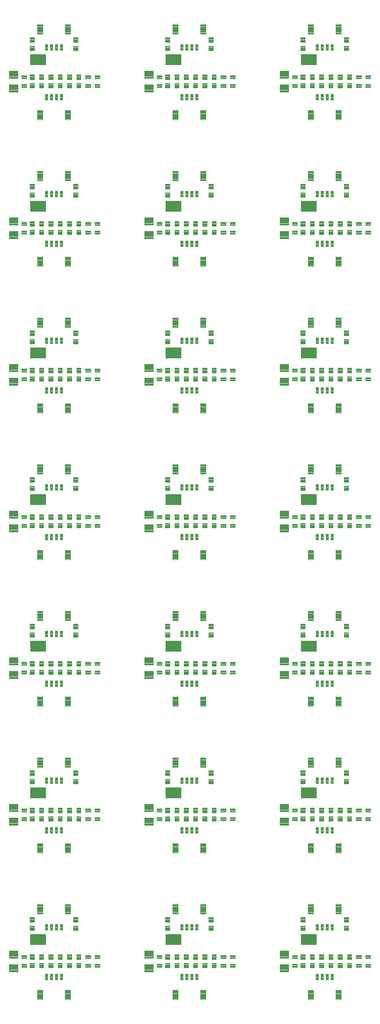
<source format=gtp>
G04 EAGLE Gerber RS-274X export*
G75*
%MOMM*%
%FSLAX34Y34*%
%LPD*%
%INSolderpaste Top*%
%IPPOS*%
%AMOC8*
5,1,8,0,0,1.08239X$1,22.5*%
G01*
%ADD10C,0.104000*%
%ADD11C,0.100000*%
%ADD12C,0.096000*%
%ADD13C,0.102000*%
%ADD14R,3.302000X2.235200*%


D10*
X147720Y145610D02*
X147720Y138650D01*
X136760Y138650D01*
X136760Y145610D01*
X147720Y145610D01*
X147720Y139638D02*
X136760Y139638D01*
X136760Y140626D02*
X147720Y140626D01*
X147720Y141614D02*
X136760Y141614D01*
X136760Y142602D02*
X147720Y142602D01*
X147720Y143590D02*
X136760Y143590D01*
X136760Y144578D02*
X147720Y144578D01*
X147720Y145566D02*
X136760Y145566D01*
X147720Y156650D02*
X147720Y163610D01*
X147720Y156650D02*
X136760Y156650D01*
X136760Y163610D01*
X147720Y163610D01*
X147720Y157638D02*
X136760Y157638D01*
X136760Y158626D02*
X147720Y158626D01*
X147720Y159614D02*
X136760Y159614D01*
X136760Y160602D02*
X147720Y160602D01*
X147720Y161590D02*
X136760Y161590D01*
X136760Y162578D02*
X147720Y162578D01*
X147720Y163566D02*
X136760Y163566D01*
X278530Y145610D02*
X278530Y138650D01*
X267570Y138650D01*
X267570Y145610D01*
X278530Y145610D01*
X278530Y139638D02*
X267570Y139638D01*
X267570Y140626D02*
X278530Y140626D01*
X278530Y141614D02*
X267570Y141614D01*
X267570Y142602D02*
X278530Y142602D01*
X278530Y143590D02*
X267570Y143590D01*
X267570Y144578D02*
X278530Y144578D01*
X278530Y145566D02*
X267570Y145566D01*
X278530Y156650D02*
X278530Y163610D01*
X278530Y156650D02*
X267570Y156650D01*
X267570Y163610D01*
X278530Y163610D01*
X278530Y157638D02*
X267570Y157638D01*
X267570Y158626D02*
X278530Y158626D01*
X278530Y159614D02*
X267570Y159614D01*
X267570Y160602D02*
X278530Y160602D01*
X278530Y161590D02*
X267570Y161590D01*
X267570Y162578D02*
X278530Y162578D01*
X278530Y163566D02*
X267570Y163566D01*
X297580Y145610D02*
X297580Y138650D01*
X286620Y138650D01*
X286620Y145610D01*
X297580Y145610D01*
X297580Y139638D02*
X286620Y139638D01*
X286620Y140626D02*
X297580Y140626D01*
X297580Y141614D02*
X286620Y141614D01*
X286620Y142602D02*
X297580Y142602D01*
X297580Y143590D02*
X286620Y143590D01*
X286620Y144578D02*
X297580Y144578D01*
X297580Y145566D02*
X286620Y145566D01*
X297580Y156650D02*
X297580Y163610D01*
X297580Y156650D02*
X286620Y156650D01*
X286620Y163610D01*
X297580Y163610D01*
X297580Y157638D02*
X286620Y157638D01*
X286620Y158626D02*
X297580Y158626D01*
X297580Y159614D02*
X286620Y159614D01*
X286620Y160602D02*
X297580Y160602D01*
X297580Y161590D02*
X286620Y161590D01*
X286620Y162578D02*
X297580Y162578D01*
X297580Y163566D02*
X286620Y163566D01*
D11*
X173300Y164630D02*
X173300Y154630D01*
X173300Y164630D02*
X182300Y164630D01*
X182300Y154630D01*
X173300Y154630D01*
X173300Y155580D02*
X182300Y155580D01*
X182300Y156530D02*
X173300Y156530D01*
X173300Y157480D02*
X182300Y157480D01*
X182300Y158430D02*
X173300Y158430D01*
X173300Y159380D02*
X182300Y159380D01*
X182300Y160330D02*
X173300Y160330D01*
X173300Y161280D02*
X182300Y161280D01*
X182300Y162230D02*
X173300Y162230D01*
X173300Y163180D02*
X182300Y163180D01*
X182300Y164130D02*
X173300Y164130D01*
X173300Y147630D02*
X173300Y137630D01*
X173300Y147630D02*
X182300Y147630D01*
X182300Y137630D01*
X173300Y137630D01*
X173300Y138580D02*
X182300Y138580D01*
X182300Y139530D02*
X173300Y139530D01*
X173300Y140480D02*
X182300Y140480D01*
X182300Y141430D02*
X173300Y141430D01*
X173300Y142380D02*
X182300Y142380D01*
X182300Y143330D02*
X173300Y143330D01*
X173300Y144280D02*
X182300Y144280D01*
X182300Y145230D02*
X173300Y145230D01*
X173300Y146180D02*
X182300Y146180D01*
X182300Y147130D02*
X173300Y147130D01*
D12*
X112130Y157610D02*
X112130Y172650D01*
X129170Y172650D01*
X129170Y157610D01*
X112130Y157610D01*
X112130Y158522D02*
X129170Y158522D01*
X129170Y159434D02*
X112130Y159434D01*
X112130Y160346D02*
X129170Y160346D01*
X129170Y161258D02*
X112130Y161258D01*
X112130Y162170D02*
X129170Y162170D01*
X129170Y163082D02*
X112130Y163082D01*
X112130Y163994D02*
X129170Y163994D01*
X129170Y164906D02*
X112130Y164906D01*
X112130Y165818D02*
X129170Y165818D01*
X129170Y166730D02*
X112130Y166730D01*
X112130Y167642D02*
X129170Y167642D01*
X129170Y168554D02*
X112130Y168554D01*
X112130Y169466D02*
X129170Y169466D01*
X129170Y170378D02*
X112130Y170378D01*
X112130Y171290D02*
X129170Y171290D01*
X129170Y172202D02*
X112130Y172202D01*
X112130Y144650D02*
X112130Y129610D01*
X112130Y144650D02*
X129170Y144650D01*
X129170Y129610D01*
X112130Y129610D01*
X112130Y130522D02*
X129170Y130522D01*
X129170Y131434D02*
X112130Y131434D01*
X112130Y132346D02*
X129170Y132346D01*
X129170Y133258D02*
X112130Y133258D01*
X112130Y134170D02*
X129170Y134170D01*
X129170Y135082D02*
X112130Y135082D01*
X112130Y135994D02*
X129170Y135994D01*
X129170Y136906D02*
X112130Y136906D01*
X112130Y137818D02*
X129170Y137818D01*
X129170Y138730D02*
X112130Y138730D01*
X112130Y139642D02*
X129170Y139642D01*
X129170Y140554D02*
X112130Y140554D01*
X112130Y141466D02*
X129170Y141466D01*
X129170Y142378D02*
X112130Y142378D01*
X112130Y143290D02*
X129170Y143290D01*
X129170Y144202D02*
X112130Y144202D01*
D11*
X163250Y147630D02*
X163250Y137630D01*
X154250Y137630D01*
X154250Y147630D01*
X163250Y147630D01*
X163250Y138580D02*
X154250Y138580D01*
X154250Y139530D02*
X163250Y139530D01*
X163250Y140480D02*
X154250Y140480D01*
X154250Y141430D02*
X163250Y141430D01*
X163250Y142380D02*
X154250Y142380D01*
X154250Y143330D02*
X163250Y143330D01*
X163250Y144280D02*
X154250Y144280D01*
X154250Y145230D02*
X163250Y145230D01*
X163250Y146180D02*
X154250Y146180D01*
X154250Y147130D02*
X163250Y147130D01*
X163250Y154630D02*
X163250Y164630D01*
X163250Y154630D02*
X154250Y154630D01*
X154250Y164630D01*
X163250Y164630D01*
X163250Y155580D02*
X154250Y155580D01*
X154250Y156530D02*
X163250Y156530D01*
X163250Y157480D02*
X154250Y157480D01*
X154250Y158430D02*
X163250Y158430D01*
X163250Y159380D02*
X154250Y159380D01*
X154250Y160330D02*
X163250Y160330D01*
X163250Y161280D02*
X154250Y161280D01*
X154250Y162230D02*
X163250Y162230D01*
X163250Y163180D02*
X154250Y163180D01*
X154250Y164130D02*
X163250Y164130D01*
X258500Y147630D02*
X258500Y137630D01*
X249500Y137630D01*
X249500Y147630D01*
X258500Y147630D01*
X258500Y138580D02*
X249500Y138580D01*
X249500Y139530D02*
X258500Y139530D01*
X258500Y140480D02*
X249500Y140480D01*
X249500Y141430D02*
X258500Y141430D01*
X258500Y142380D02*
X249500Y142380D01*
X249500Y143330D02*
X258500Y143330D01*
X258500Y144280D02*
X249500Y144280D01*
X249500Y145230D02*
X258500Y145230D01*
X258500Y146180D02*
X249500Y146180D01*
X249500Y147130D02*
X258500Y147130D01*
X258500Y154630D02*
X258500Y164630D01*
X258500Y154630D02*
X249500Y154630D01*
X249500Y164630D01*
X258500Y164630D01*
X258500Y155580D02*
X249500Y155580D01*
X249500Y156530D02*
X258500Y156530D01*
X258500Y157480D02*
X249500Y157480D01*
X249500Y158430D02*
X258500Y158430D01*
X258500Y159380D02*
X249500Y159380D01*
X249500Y160330D02*
X258500Y160330D01*
X258500Y161280D02*
X249500Y161280D01*
X249500Y162230D02*
X258500Y162230D01*
X258500Y163180D02*
X249500Y163180D01*
X249500Y164130D02*
X258500Y164130D01*
D12*
X236720Y267250D02*
X225680Y267250D01*
X236720Y267250D02*
X236720Y248210D01*
X225680Y248210D01*
X225680Y267250D01*
X225680Y249122D02*
X236720Y249122D01*
X236720Y250034D02*
X225680Y250034D01*
X225680Y250946D02*
X236720Y250946D01*
X236720Y251858D02*
X225680Y251858D01*
X225680Y252770D02*
X236720Y252770D01*
X236720Y253682D02*
X225680Y253682D01*
X225680Y254594D02*
X236720Y254594D01*
X236720Y255506D02*
X225680Y255506D01*
X225680Y256418D02*
X236720Y256418D01*
X236720Y257330D02*
X225680Y257330D01*
X225680Y258242D02*
X236720Y258242D01*
X236720Y259154D02*
X225680Y259154D01*
X225680Y260066D02*
X236720Y260066D01*
X236720Y260978D02*
X225680Y260978D01*
X225680Y261890D02*
X236720Y261890D01*
X236720Y262802D02*
X225680Y262802D01*
X225680Y263714D02*
X236720Y263714D01*
X236720Y264626D02*
X225680Y264626D01*
X225680Y265538D02*
X236720Y265538D01*
X236720Y266450D02*
X225680Y266450D01*
X180720Y267250D02*
X169680Y267250D01*
X180720Y267250D02*
X180720Y248210D01*
X169680Y248210D01*
X169680Y267250D01*
X169680Y249122D02*
X180720Y249122D01*
X180720Y250034D02*
X169680Y250034D01*
X169680Y250946D02*
X180720Y250946D01*
X180720Y251858D02*
X169680Y251858D01*
X169680Y252770D02*
X180720Y252770D01*
X180720Y253682D02*
X169680Y253682D01*
X169680Y254594D02*
X180720Y254594D01*
X180720Y255506D02*
X169680Y255506D01*
X169680Y256418D02*
X180720Y256418D01*
X180720Y257330D02*
X169680Y257330D01*
X169680Y258242D02*
X180720Y258242D01*
X180720Y259154D02*
X169680Y259154D01*
X169680Y260066D02*
X180720Y260066D01*
X180720Y260978D02*
X169680Y260978D01*
X169680Y261890D02*
X180720Y261890D01*
X180720Y262802D02*
X169680Y262802D01*
X169680Y263714D02*
X180720Y263714D01*
X180720Y264626D02*
X169680Y264626D01*
X169680Y265538D02*
X180720Y265538D01*
X180720Y266450D02*
X169680Y266450D01*
D13*
X215710Y227220D02*
X220690Y227220D01*
X220690Y214740D01*
X215710Y214740D01*
X215710Y227220D01*
X215710Y215709D02*
X220690Y215709D01*
X220690Y216678D02*
X215710Y216678D01*
X215710Y217647D02*
X220690Y217647D01*
X220690Y218616D02*
X215710Y218616D01*
X215710Y219585D02*
X220690Y219585D01*
X220690Y220554D02*
X215710Y220554D01*
X215710Y221523D02*
X220690Y221523D01*
X220690Y222492D02*
X215710Y222492D01*
X215710Y223461D02*
X220690Y223461D01*
X220690Y224430D02*
X215710Y224430D01*
X215710Y225399D02*
X220690Y225399D01*
X220690Y226368D02*
X215710Y226368D01*
X210690Y227220D02*
X205710Y227220D01*
X210690Y227220D02*
X210690Y214740D01*
X205710Y214740D01*
X205710Y227220D01*
X205710Y215709D02*
X210690Y215709D01*
X210690Y216678D02*
X205710Y216678D01*
X205710Y217647D02*
X210690Y217647D01*
X210690Y218616D02*
X205710Y218616D01*
X205710Y219585D02*
X210690Y219585D01*
X210690Y220554D02*
X205710Y220554D01*
X205710Y221523D02*
X210690Y221523D01*
X210690Y222492D02*
X205710Y222492D01*
X205710Y223461D02*
X210690Y223461D01*
X210690Y224430D02*
X205710Y224430D01*
X205710Y225399D02*
X210690Y225399D01*
X210690Y226368D02*
X205710Y226368D01*
X200690Y227220D02*
X195710Y227220D01*
X200690Y227220D02*
X200690Y214740D01*
X195710Y214740D01*
X195710Y227220D01*
X195710Y215709D02*
X200690Y215709D01*
X200690Y216678D02*
X195710Y216678D01*
X195710Y217647D02*
X200690Y217647D01*
X200690Y218616D02*
X195710Y218616D01*
X195710Y219585D02*
X200690Y219585D01*
X200690Y220554D02*
X195710Y220554D01*
X195710Y221523D02*
X200690Y221523D01*
X200690Y222492D02*
X195710Y222492D01*
X195710Y223461D02*
X200690Y223461D01*
X200690Y224430D02*
X195710Y224430D01*
X195710Y225399D02*
X200690Y225399D01*
X200690Y226368D02*
X195710Y226368D01*
X190690Y227220D02*
X185710Y227220D01*
X190690Y227220D02*
X190690Y214740D01*
X185710Y214740D01*
X185710Y227220D01*
X185710Y215709D02*
X190690Y215709D01*
X190690Y216678D02*
X185710Y216678D01*
X185710Y217647D02*
X190690Y217647D01*
X190690Y218616D02*
X185710Y218616D01*
X185710Y219585D02*
X190690Y219585D01*
X190690Y220554D02*
X185710Y220554D01*
X185710Y221523D02*
X190690Y221523D01*
X190690Y222492D02*
X185710Y222492D01*
X185710Y223461D02*
X190690Y223461D01*
X190690Y224430D02*
X185710Y224430D01*
X185710Y225399D02*
X190690Y225399D01*
X190690Y226368D02*
X185710Y226368D01*
D12*
X180720Y73110D02*
X169680Y73110D01*
X169680Y92150D01*
X180720Y92150D01*
X180720Y73110D01*
X180720Y74022D02*
X169680Y74022D01*
X169680Y74934D02*
X180720Y74934D01*
X180720Y75846D02*
X169680Y75846D01*
X169680Y76758D02*
X180720Y76758D01*
X180720Y77670D02*
X169680Y77670D01*
X169680Y78582D02*
X180720Y78582D01*
X180720Y79494D02*
X169680Y79494D01*
X169680Y80406D02*
X180720Y80406D01*
X180720Y81318D02*
X169680Y81318D01*
X169680Y82230D02*
X180720Y82230D01*
X180720Y83142D02*
X169680Y83142D01*
X169680Y84054D02*
X180720Y84054D01*
X180720Y84966D02*
X169680Y84966D01*
X169680Y85878D02*
X180720Y85878D01*
X180720Y86790D02*
X169680Y86790D01*
X169680Y87702D02*
X180720Y87702D01*
X180720Y88614D02*
X169680Y88614D01*
X169680Y89526D02*
X180720Y89526D01*
X180720Y90438D02*
X169680Y90438D01*
X169680Y91350D02*
X180720Y91350D01*
X225680Y73110D02*
X236720Y73110D01*
X225680Y73110D02*
X225680Y92150D01*
X236720Y92150D01*
X236720Y73110D01*
X236720Y74022D02*
X225680Y74022D01*
X225680Y74934D02*
X236720Y74934D01*
X236720Y75846D02*
X225680Y75846D01*
X225680Y76758D02*
X236720Y76758D01*
X236720Y77670D02*
X225680Y77670D01*
X225680Y78582D02*
X236720Y78582D01*
X236720Y79494D02*
X225680Y79494D01*
X225680Y80406D02*
X236720Y80406D01*
X236720Y81318D02*
X225680Y81318D01*
X225680Y82230D02*
X236720Y82230D01*
X236720Y83142D02*
X225680Y83142D01*
X225680Y84054D02*
X236720Y84054D01*
X236720Y84966D02*
X225680Y84966D01*
X225680Y85878D02*
X236720Y85878D01*
X236720Y86790D02*
X225680Y86790D01*
X225680Y87702D02*
X236720Y87702D01*
X236720Y88614D02*
X225680Y88614D01*
X225680Y89526D02*
X236720Y89526D01*
X236720Y90438D02*
X225680Y90438D01*
X225680Y91350D02*
X236720Y91350D01*
D13*
X190690Y113140D02*
X185710Y113140D01*
X185710Y125620D01*
X190690Y125620D01*
X190690Y113140D01*
X190690Y114109D02*
X185710Y114109D01*
X185710Y115078D02*
X190690Y115078D01*
X190690Y116047D02*
X185710Y116047D01*
X185710Y117016D02*
X190690Y117016D01*
X190690Y117985D02*
X185710Y117985D01*
X185710Y118954D02*
X190690Y118954D01*
X190690Y119923D02*
X185710Y119923D01*
X185710Y120892D02*
X190690Y120892D01*
X190690Y121861D02*
X185710Y121861D01*
X185710Y122830D02*
X190690Y122830D01*
X190690Y123799D02*
X185710Y123799D01*
X185710Y124768D02*
X190690Y124768D01*
X195710Y113140D02*
X200690Y113140D01*
X195710Y113140D02*
X195710Y125620D01*
X200690Y125620D01*
X200690Y113140D01*
X200690Y114109D02*
X195710Y114109D01*
X195710Y115078D02*
X200690Y115078D01*
X200690Y116047D02*
X195710Y116047D01*
X195710Y117016D02*
X200690Y117016D01*
X200690Y117985D02*
X195710Y117985D01*
X195710Y118954D02*
X200690Y118954D01*
X200690Y119923D02*
X195710Y119923D01*
X195710Y120892D02*
X200690Y120892D01*
X200690Y121861D02*
X195710Y121861D01*
X195710Y122830D02*
X200690Y122830D01*
X200690Y123799D02*
X195710Y123799D01*
X195710Y124768D02*
X200690Y124768D01*
X205710Y113140D02*
X210690Y113140D01*
X205710Y113140D02*
X205710Y125620D01*
X210690Y125620D01*
X210690Y113140D01*
X210690Y114109D02*
X205710Y114109D01*
X205710Y115078D02*
X210690Y115078D01*
X210690Y116047D02*
X205710Y116047D01*
X205710Y117016D02*
X210690Y117016D01*
X210690Y117985D02*
X205710Y117985D01*
X205710Y118954D02*
X210690Y118954D01*
X210690Y119923D02*
X205710Y119923D01*
X205710Y120892D02*
X210690Y120892D01*
X210690Y121861D02*
X205710Y121861D01*
X205710Y122830D02*
X210690Y122830D01*
X210690Y123799D02*
X205710Y123799D01*
X205710Y124768D02*
X210690Y124768D01*
X215710Y113140D02*
X220690Y113140D01*
X215710Y113140D02*
X215710Y125620D01*
X220690Y125620D01*
X220690Y113140D01*
X220690Y114109D02*
X215710Y114109D01*
X215710Y115078D02*
X220690Y115078D01*
X220690Y116047D02*
X215710Y116047D01*
X215710Y117016D02*
X220690Y117016D01*
X220690Y117985D02*
X215710Y117985D01*
X215710Y118954D02*
X220690Y118954D01*
X220690Y119923D02*
X215710Y119923D01*
X215710Y120892D02*
X220690Y120892D01*
X220690Y121861D02*
X215710Y121861D01*
X215710Y122830D02*
X220690Y122830D01*
X220690Y123799D02*
X215710Y123799D01*
X215710Y124768D02*
X220690Y124768D01*
D11*
X239450Y137630D02*
X239450Y147630D01*
X239450Y137630D02*
X230450Y137630D01*
X230450Y147630D01*
X239450Y147630D01*
X239450Y138580D02*
X230450Y138580D01*
X230450Y139530D02*
X239450Y139530D01*
X239450Y140480D02*
X230450Y140480D01*
X230450Y141430D02*
X239450Y141430D01*
X239450Y142380D02*
X230450Y142380D01*
X230450Y143330D02*
X239450Y143330D01*
X239450Y144280D02*
X230450Y144280D01*
X230450Y145230D02*
X239450Y145230D01*
X239450Y146180D02*
X230450Y146180D01*
X230450Y147130D02*
X239450Y147130D01*
X239450Y154630D02*
X239450Y164630D01*
X239450Y154630D02*
X230450Y154630D01*
X230450Y164630D01*
X239450Y164630D01*
X239450Y155580D02*
X230450Y155580D01*
X230450Y156530D02*
X239450Y156530D01*
X239450Y157480D02*
X230450Y157480D01*
X230450Y158430D02*
X239450Y158430D01*
X239450Y159380D02*
X230450Y159380D01*
X230450Y160330D02*
X239450Y160330D01*
X239450Y161280D02*
X230450Y161280D01*
X230450Y162230D02*
X239450Y162230D01*
X239450Y163180D02*
X230450Y163180D01*
X230450Y164130D02*
X239450Y164130D01*
X211400Y164630D02*
X211400Y154630D01*
X211400Y164630D02*
X220400Y164630D01*
X220400Y154630D01*
X211400Y154630D01*
X211400Y155580D02*
X220400Y155580D01*
X220400Y156530D02*
X211400Y156530D01*
X211400Y157480D02*
X220400Y157480D01*
X220400Y158430D02*
X211400Y158430D01*
X211400Y159380D02*
X220400Y159380D01*
X220400Y160330D02*
X211400Y160330D01*
X211400Y161280D02*
X220400Y161280D01*
X220400Y162230D02*
X211400Y162230D01*
X211400Y163180D02*
X220400Y163180D01*
X220400Y164130D02*
X211400Y164130D01*
X211400Y147630D02*
X211400Y137630D01*
X211400Y147630D02*
X220400Y147630D01*
X220400Y137630D01*
X211400Y137630D01*
X211400Y138580D02*
X220400Y138580D01*
X220400Y139530D02*
X211400Y139530D01*
X211400Y140480D02*
X220400Y140480D01*
X220400Y141430D02*
X211400Y141430D01*
X211400Y142380D02*
X220400Y142380D01*
X220400Y143330D02*
X211400Y143330D01*
X211400Y144280D02*
X220400Y144280D01*
X220400Y145230D02*
X211400Y145230D01*
X211400Y146180D02*
X220400Y146180D01*
X220400Y147130D02*
X211400Y147130D01*
X192350Y154630D02*
X192350Y164630D01*
X201350Y164630D01*
X201350Y154630D01*
X192350Y154630D01*
X192350Y155580D02*
X201350Y155580D01*
X201350Y156530D02*
X192350Y156530D01*
X192350Y157480D02*
X201350Y157480D01*
X201350Y158430D02*
X192350Y158430D01*
X192350Y159380D02*
X201350Y159380D01*
X201350Y160330D02*
X192350Y160330D01*
X192350Y161280D02*
X201350Y161280D01*
X201350Y162230D02*
X192350Y162230D01*
X192350Y163180D02*
X201350Y163180D01*
X201350Y164130D02*
X192350Y164130D01*
X192350Y147630D02*
X192350Y137630D01*
X192350Y147630D02*
X201350Y147630D01*
X201350Y137630D01*
X192350Y137630D01*
X192350Y138580D02*
X201350Y138580D01*
X201350Y139530D02*
X192350Y139530D01*
X192350Y140480D02*
X201350Y140480D01*
X201350Y141430D02*
X192350Y141430D01*
X192350Y142380D02*
X201350Y142380D01*
X201350Y143330D02*
X192350Y143330D01*
X192350Y144280D02*
X201350Y144280D01*
X201350Y145230D02*
X192350Y145230D01*
X192350Y146180D02*
X201350Y146180D01*
X201350Y147130D02*
X192350Y147130D01*
X154250Y230830D02*
X154250Y240830D01*
X163250Y240830D01*
X163250Y230830D01*
X154250Y230830D01*
X154250Y231780D02*
X163250Y231780D01*
X163250Y232730D02*
X154250Y232730D01*
X154250Y233680D02*
X163250Y233680D01*
X163250Y234630D02*
X154250Y234630D01*
X154250Y235580D02*
X163250Y235580D01*
X163250Y236530D02*
X154250Y236530D01*
X154250Y237480D02*
X163250Y237480D01*
X163250Y238430D02*
X154250Y238430D01*
X154250Y239380D02*
X163250Y239380D01*
X163250Y240330D02*
X154250Y240330D01*
X154250Y223830D02*
X154250Y213830D01*
X154250Y223830D02*
X163250Y223830D01*
X163250Y213830D01*
X154250Y213830D01*
X154250Y214780D02*
X163250Y214780D01*
X163250Y215730D02*
X154250Y215730D01*
X154250Y216680D02*
X163250Y216680D01*
X163250Y217630D02*
X154250Y217630D01*
X154250Y218580D02*
X163250Y218580D01*
X163250Y219530D02*
X154250Y219530D01*
X154250Y220480D02*
X163250Y220480D01*
X163250Y221430D02*
X154250Y221430D01*
X154250Y222380D02*
X163250Y222380D01*
X163250Y223330D02*
X154250Y223330D01*
X243150Y230830D02*
X243150Y240830D01*
X252150Y240830D01*
X252150Y230830D01*
X243150Y230830D01*
X243150Y231780D02*
X252150Y231780D01*
X252150Y232730D02*
X243150Y232730D01*
X243150Y233680D02*
X252150Y233680D01*
X252150Y234630D02*
X243150Y234630D01*
X243150Y235580D02*
X252150Y235580D01*
X252150Y236530D02*
X243150Y236530D01*
X243150Y237480D02*
X252150Y237480D01*
X252150Y238430D02*
X243150Y238430D01*
X243150Y239380D02*
X252150Y239380D01*
X252150Y240330D02*
X243150Y240330D01*
X243150Y223830D02*
X243150Y213830D01*
X243150Y223830D02*
X252150Y223830D01*
X252150Y213830D01*
X243150Y213830D01*
X243150Y214780D02*
X252150Y214780D01*
X252150Y215730D02*
X243150Y215730D01*
X243150Y216680D02*
X252150Y216680D01*
X252150Y217630D02*
X243150Y217630D01*
X243150Y218580D02*
X252150Y218580D01*
X252150Y219530D02*
X243150Y219530D01*
X243150Y220480D02*
X252150Y220480D01*
X252150Y221430D02*
X243150Y221430D01*
X243150Y222380D02*
X252150Y222380D01*
X252150Y223330D02*
X243150Y223330D01*
D14*
X171450Y195580D03*
D10*
X424580Y145610D02*
X424580Y138650D01*
X413620Y138650D01*
X413620Y145610D01*
X424580Y145610D01*
X424580Y139638D02*
X413620Y139638D01*
X413620Y140626D02*
X424580Y140626D01*
X424580Y141614D02*
X413620Y141614D01*
X413620Y142602D02*
X424580Y142602D01*
X424580Y143590D02*
X413620Y143590D01*
X413620Y144578D02*
X424580Y144578D01*
X424580Y145566D02*
X413620Y145566D01*
X424580Y156650D02*
X424580Y163610D01*
X424580Y156650D02*
X413620Y156650D01*
X413620Y163610D01*
X424580Y163610D01*
X424580Y157638D02*
X413620Y157638D01*
X413620Y158626D02*
X424580Y158626D01*
X424580Y159614D02*
X413620Y159614D01*
X413620Y160602D02*
X424580Y160602D01*
X424580Y161590D02*
X413620Y161590D01*
X413620Y162578D02*
X424580Y162578D01*
X424580Y163566D02*
X413620Y163566D01*
X555390Y145610D02*
X555390Y138650D01*
X544430Y138650D01*
X544430Y145610D01*
X555390Y145610D01*
X555390Y139638D02*
X544430Y139638D01*
X544430Y140626D02*
X555390Y140626D01*
X555390Y141614D02*
X544430Y141614D01*
X544430Y142602D02*
X555390Y142602D01*
X555390Y143590D02*
X544430Y143590D01*
X544430Y144578D02*
X555390Y144578D01*
X555390Y145566D02*
X544430Y145566D01*
X555390Y156650D02*
X555390Y163610D01*
X555390Y156650D02*
X544430Y156650D01*
X544430Y163610D01*
X555390Y163610D01*
X555390Y157638D02*
X544430Y157638D01*
X544430Y158626D02*
X555390Y158626D01*
X555390Y159614D02*
X544430Y159614D01*
X544430Y160602D02*
X555390Y160602D01*
X555390Y161590D02*
X544430Y161590D01*
X544430Y162578D02*
X555390Y162578D01*
X555390Y163566D02*
X544430Y163566D01*
X574440Y145610D02*
X574440Y138650D01*
X563480Y138650D01*
X563480Y145610D01*
X574440Y145610D01*
X574440Y139638D02*
X563480Y139638D01*
X563480Y140626D02*
X574440Y140626D01*
X574440Y141614D02*
X563480Y141614D01*
X563480Y142602D02*
X574440Y142602D01*
X574440Y143590D02*
X563480Y143590D01*
X563480Y144578D02*
X574440Y144578D01*
X574440Y145566D02*
X563480Y145566D01*
X574440Y156650D02*
X574440Y163610D01*
X574440Y156650D02*
X563480Y156650D01*
X563480Y163610D01*
X574440Y163610D01*
X574440Y157638D02*
X563480Y157638D01*
X563480Y158626D02*
X574440Y158626D01*
X574440Y159614D02*
X563480Y159614D01*
X563480Y160602D02*
X574440Y160602D01*
X574440Y161590D02*
X563480Y161590D01*
X563480Y162578D02*
X574440Y162578D01*
X574440Y163566D02*
X563480Y163566D01*
D11*
X450160Y164630D02*
X450160Y154630D01*
X450160Y164630D02*
X459160Y164630D01*
X459160Y154630D01*
X450160Y154630D01*
X450160Y155580D02*
X459160Y155580D01*
X459160Y156530D02*
X450160Y156530D01*
X450160Y157480D02*
X459160Y157480D01*
X459160Y158430D02*
X450160Y158430D01*
X450160Y159380D02*
X459160Y159380D01*
X459160Y160330D02*
X450160Y160330D01*
X450160Y161280D02*
X459160Y161280D01*
X459160Y162230D02*
X450160Y162230D01*
X450160Y163180D02*
X459160Y163180D01*
X459160Y164130D02*
X450160Y164130D01*
X450160Y147630D02*
X450160Y137630D01*
X450160Y147630D02*
X459160Y147630D01*
X459160Y137630D01*
X450160Y137630D01*
X450160Y138580D02*
X459160Y138580D01*
X459160Y139530D02*
X450160Y139530D01*
X450160Y140480D02*
X459160Y140480D01*
X459160Y141430D02*
X450160Y141430D01*
X450160Y142380D02*
X459160Y142380D01*
X459160Y143330D02*
X450160Y143330D01*
X450160Y144280D02*
X459160Y144280D01*
X459160Y145230D02*
X450160Y145230D01*
X450160Y146180D02*
X459160Y146180D01*
X459160Y147130D02*
X450160Y147130D01*
D12*
X388990Y157610D02*
X388990Y172650D01*
X406030Y172650D01*
X406030Y157610D01*
X388990Y157610D01*
X388990Y158522D02*
X406030Y158522D01*
X406030Y159434D02*
X388990Y159434D01*
X388990Y160346D02*
X406030Y160346D01*
X406030Y161258D02*
X388990Y161258D01*
X388990Y162170D02*
X406030Y162170D01*
X406030Y163082D02*
X388990Y163082D01*
X388990Y163994D02*
X406030Y163994D01*
X406030Y164906D02*
X388990Y164906D01*
X388990Y165818D02*
X406030Y165818D01*
X406030Y166730D02*
X388990Y166730D01*
X388990Y167642D02*
X406030Y167642D01*
X406030Y168554D02*
X388990Y168554D01*
X388990Y169466D02*
X406030Y169466D01*
X406030Y170378D02*
X388990Y170378D01*
X388990Y171290D02*
X406030Y171290D01*
X406030Y172202D02*
X388990Y172202D01*
X388990Y144650D02*
X388990Y129610D01*
X388990Y144650D02*
X406030Y144650D01*
X406030Y129610D01*
X388990Y129610D01*
X388990Y130522D02*
X406030Y130522D01*
X406030Y131434D02*
X388990Y131434D01*
X388990Y132346D02*
X406030Y132346D01*
X406030Y133258D02*
X388990Y133258D01*
X388990Y134170D02*
X406030Y134170D01*
X406030Y135082D02*
X388990Y135082D01*
X388990Y135994D02*
X406030Y135994D01*
X406030Y136906D02*
X388990Y136906D01*
X388990Y137818D02*
X406030Y137818D01*
X406030Y138730D02*
X388990Y138730D01*
X388990Y139642D02*
X406030Y139642D01*
X406030Y140554D02*
X388990Y140554D01*
X388990Y141466D02*
X406030Y141466D01*
X406030Y142378D02*
X388990Y142378D01*
X388990Y143290D02*
X406030Y143290D01*
X406030Y144202D02*
X388990Y144202D01*
D11*
X440110Y147630D02*
X440110Y137630D01*
X431110Y137630D01*
X431110Y147630D01*
X440110Y147630D01*
X440110Y138580D02*
X431110Y138580D01*
X431110Y139530D02*
X440110Y139530D01*
X440110Y140480D02*
X431110Y140480D01*
X431110Y141430D02*
X440110Y141430D01*
X440110Y142380D02*
X431110Y142380D01*
X431110Y143330D02*
X440110Y143330D01*
X440110Y144280D02*
X431110Y144280D01*
X431110Y145230D02*
X440110Y145230D01*
X440110Y146180D02*
X431110Y146180D01*
X431110Y147130D02*
X440110Y147130D01*
X440110Y154630D02*
X440110Y164630D01*
X440110Y154630D02*
X431110Y154630D01*
X431110Y164630D01*
X440110Y164630D01*
X440110Y155580D02*
X431110Y155580D01*
X431110Y156530D02*
X440110Y156530D01*
X440110Y157480D02*
X431110Y157480D01*
X431110Y158430D02*
X440110Y158430D01*
X440110Y159380D02*
X431110Y159380D01*
X431110Y160330D02*
X440110Y160330D01*
X440110Y161280D02*
X431110Y161280D01*
X431110Y162230D02*
X440110Y162230D01*
X440110Y163180D02*
X431110Y163180D01*
X431110Y164130D02*
X440110Y164130D01*
X535360Y147630D02*
X535360Y137630D01*
X526360Y137630D01*
X526360Y147630D01*
X535360Y147630D01*
X535360Y138580D02*
X526360Y138580D01*
X526360Y139530D02*
X535360Y139530D01*
X535360Y140480D02*
X526360Y140480D01*
X526360Y141430D02*
X535360Y141430D01*
X535360Y142380D02*
X526360Y142380D01*
X526360Y143330D02*
X535360Y143330D01*
X535360Y144280D02*
X526360Y144280D01*
X526360Y145230D02*
X535360Y145230D01*
X535360Y146180D02*
X526360Y146180D01*
X526360Y147130D02*
X535360Y147130D01*
X535360Y154630D02*
X535360Y164630D01*
X535360Y154630D02*
X526360Y154630D01*
X526360Y164630D01*
X535360Y164630D01*
X535360Y155580D02*
X526360Y155580D01*
X526360Y156530D02*
X535360Y156530D01*
X535360Y157480D02*
X526360Y157480D01*
X526360Y158430D02*
X535360Y158430D01*
X535360Y159380D02*
X526360Y159380D01*
X526360Y160330D02*
X535360Y160330D01*
X535360Y161280D02*
X526360Y161280D01*
X526360Y162230D02*
X535360Y162230D01*
X535360Y163180D02*
X526360Y163180D01*
X526360Y164130D02*
X535360Y164130D01*
D12*
X513580Y267250D02*
X502540Y267250D01*
X513580Y267250D02*
X513580Y248210D01*
X502540Y248210D01*
X502540Y267250D01*
X502540Y249122D02*
X513580Y249122D01*
X513580Y250034D02*
X502540Y250034D01*
X502540Y250946D02*
X513580Y250946D01*
X513580Y251858D02*
X502540Y251858D01*
X502540Y252770D02*
X513580Y252770D01*
X513580Y253682D02*
X502540Y253682D01*
X502540Y254594D02*
X513580Y254594D01*
X513580Y255506D02*
X502540Y255506D01*
X502540Y256418D02*
X513580Y256418D01*
X513580Y257330D02*
X502540Y257330D01*
X502540Y258242D02*
X513580Y258242D01*
X513580Y259154D02*
X502540Y259154D01*
X502540Y260066D02*
X513580Y260066D01*
X513580Y260978D02*
X502540Y260978D01*
X502540Y261890D02*
X513580Y261890D01*
X513580Y262802D02*
X502540Y262802D01*
X502540Y263714D02*
X513580Y263714D01*
X513580Y264626D02*
X502540Y264626D01*
X502540Y265538D02*
X513580Y265538D01*
X513580Y266450D02*
X502540Y266450D01*
X457580Y267250D02*
X446540Y267250D01*
X457580Y267250D02*
X457580Y248210D01*
X446540Y248210D01*
X446540Y267250D01*
X446540Y249122D02*
X457580Y249122D01*
X457580Y250034D02*
X446540Y250034D01*
X446540Y250946D02*
X457580Y250946D01*
X457580Y251858D02*
X446540Y251858D01*
X446540Y252770D02*
X457580Y252770D01*
X457580Y253682D02*
X446540Y253682D01*
X446540Y254594D02*
X457580Y254594D01*
X457580Y255506D02*
X446540Y255506D01*
X446540Y256418D02*
X457580Y256418D01*
X457580Y257330D02*
X446540Y257330D01*
X446540Y258242D02*
X457580Y258242D01*
X457580Y259154D02*
X446540Y259154D01*
X446540Y260066D02*
X457580Y260066D01*
X457580Y260978D02*
X446540Y260978D01*
X446540Y261890D02*
X457580Y261890D01*
X457580Y262802D02*
X446540Y262802D01*
X446540Y263714D02*
X457580Y263714D01*
X457580Y264626D02*
X446540Y264626D01*
X446540Y265538D02*
X457580Y265538D01*
X457580Y266450D02*
X446540Y266450D01*
D13*
X492570Y227220D02*
X497550Y227220D01*
X497550Y214740D01*
X492570Y214740D01*
X492570Y227220D01*
X492570Y215709D02*
X497550Y215709D01*
X497550Y216678D02*
X492570Y216678D01*
X492570Y217647D02*
X497550Y217647D01*
X497550Y218616D02*
X492570Y218616D01*
X492570Y219585D02*
X497550Y219585D01*
X497550Y220554D02*
X492570Y220554D01*
X492570Y221523D02*
X497550Y221523D01*
X497550Y222492D02*
X492570Y222492D01*
X492570Y223461D02*
X497550Y223461D01*
X497550Y224430D02*
X492570Y224430D01*
X492570Y225399D02*
X497550Y225399D01*
X497550Y226368D02*
X492570Y226368D01*
X487550Y227220D02*
X482570Y227220D01*
X487550Y227220D02*
X487550Y214740D01*
X482570Y214740D01*
X482570Y227220D01*
X482570Y215709D02*
X487550Y215709D01*
X487550Y216678D02*
X482570Y216678D01*
X482570Y217647D02*
X487550Y217647D01*
X487550Y218616D02*
X482570Y218616D01*
X482570Y219585D02*
X487550Y219585D01*
X487550Y220554D02*
X482570Y220554D01*
X482570Y221523D02*
X487550Y221523D01*
X487550Y222492D02*
X482570Y222492D01*
X482570Y223461D02*
X487550Y223461D01*
X487550Y224430D02*
X482570Y224430D01*
X482570Y225399D02*
X487550Y225399D01*
X487550Y226368D02*
X482570Y226368D01*
X477550Y227220D02*
X472570Y227220D01*
X477550Y227220D02*
X477550Y214740D01*
X472570Y214740D01*
X472570Y227220D01*
X472570Y215709D02*
X477550Y215709D01*
X477550Y216678D02*
X472570Y216678D01*
X472570Y217647D02*
X477550Y217647D01*
X477550Y218616D02*
X472570Y218616D01*
X472570Y219585D02*
X477550Y219585D01*
X477550Y220554D02*
X472570Y220554D01*
X472570Y221523D02*
X477550Y221523D01*
X477550Y222492D02*
X472570Y222492D01*
X472570Y223461D02*
X477550Y223461D01*
X477550Y224430D02*
X472570Y224430D01*
X472570Y225399D02*
X477550Y225399D01*
X477550Y226368D02*
X472570Y226368D01*
X467550Y227220D02*
X462570Y227220D01*
X467550Y227220D02*
X467550Y214740D01*
X462570Y214740D01*
X462570Y227220D01*
X462570Y215709D02*
X467550Y215709D01*
X467550Y216678D02*
X462570Y216678D01*
X462570Y217647D02*
X467550Y217647D01*
X467550Y218616D02*
X462570Y218616D01*
X462570Y219585D02*
X467550Y219585D01*
X467550Y220554D02*
X462570Y220554D01*
X462570Y221523D02*
X467550Y221523D01*
X467550Y222492D02*
X462570Y222492D01*
X462570Y223461D02*
X467550Y223461D01*
X467550Y224430D02*
X462570Y224430D01*
X462570Y225399D02*
X467550Y225399D01*
X467550Y226368D02*
X462570Y226368D01*
D12*
X457580Y73110D02*
X446540Y73110D01*
X446540Y92150D01*
X457580Y92150D01*
X457580Y73110D01*
X457580Y74022D02*
X446540Y74022D01*
X446540Y74934D02*
X457580Y74934D01*
X457580Y75846D02*
X446540Y75846D01*
X446540Y76758D02*
X457580Y76758D01*
X457580Y77670D02*
X446540Y77670D01*
X446540Y78582D02*
X457580Y78582D01*
X457580Y79494D02*
X446540Y79494D01*
X446540Y80406D02*
X457580Y80406D01*
X457580Y81318D02*
X446540Y81318D01*
X446540Y82230D02*
X457580Y82230D01*
X457580Y83142D02*
X446540Y83142D01*
X446540Y84054D02*
X457580Y84054D01*
X457580Y84966D02*
X446540Y84966D01*
X446540Y85878D02*
X457580Y85878D01*
X457580Y86790D02*
X446540Y86790D01*
X446540Y87702D02*
X457580Y87702D01*
X457580Y88614D02*
X446540Y88614D01*
X446540Y89526D02*
X457580Y89526D01*
X457580Y90438D02*
X446540Y90438D01*
X446540Y91350D02*
X457580Y91350D01*
X502540Y73110D02*
X513580Y73110D01*
X502540Y73110D02*
X502540Y92150D01*
X513580Y92150D01*
X513580Y73110D01*
X513580Y74022D02*
X502540Y74022D01*
X502540Y74934D02*
X513580Y74934D01*
X513580Y75846D02*
X502540Y75846D01*
X502540Y76758D02*
X513580Y76758D01*
X513580Y77670D02*
X502540Y77670D01*
X502540Y78582D02*
X513580Y78582D01*
X513580Y79494D02*
X502540Y79494D01*
X502540Y80406D02*
X513580Y80406D01*
X513580Y81318D02*
X502540Y81318D01*
X502540Y82230D02*
X513580Y82230D01*
X513580Y83142D02*
X502540Y83142D01*
X502540Y84054D02*
X513580Y84054D01*
X513580Y84966D02*
X502540Y84966D01*
X502540Y85878D02*
X513580Y85878D01*
X513580Y86790D02*
X502540Y86790D01*
X502540Y87702D02*
X513580Y87702D01*
X513580Y88614D02*
X502540Y88614D01*
X502540Y89526D02*
X513580Y89526D01*
X513580Y90438D02*
X502540Y90438D01*
X502540Y91350D02*
X513580Y91350D01*
D13*
X467550Y113140D02*
X462570Y113140D01*
X462570Y125620D01*
X467550Y125620D01*
X467550Y113140D01*
X467550Y114109D02*
X462570Y114109D01*
X462570Y115078D02*
X467550Y115078D01*
X467550Y116047D02*
X462570Y116047D01*
X462570Y117016D02*
X467550Y117016D01*
X467550Y117985D02*
X462570Y117985D01*
X462570Y118954D02*
X467550Y118954D01*
X467550Y119923D02*
X462570Y119923D01*
X462570Y120892D02*
X467550Y120892D01*
X467550Y121861D02*
X462570Y121861D01*
X462570Y122830D02*
X467550Y122830D01*
X467550Y123799D02*
X462570Y123799D01*
X462570Y124768D02*
X467550Y124768D01*
X472570Y113140D02*
X477550Y113140D01*
X472570Y113140D02*
X472570Y125620D01*
X477550Y125620D01*
X477550Y113140D01*
X477550Y114109D02*
X472570Y114109D01*
X472570Y115078D02*
X477550Y115078D01*
X477550Y116047D02*
X472570Y116047D01*
X472570Y117016D02*
X477550Y117016D01*
X477550Y117985D02*
X472570Y117985D01*
X472570Y118954D02*
X477550Y118954D01*
X477550Y119923D02*
X472570Y119923D01*
X472570Y120892D02*
X477550Y120892D01*
X477550Y121861D02*
X472570Y121861D01*
X472570Y122830D02*
X477550Y122830D01*
X477550Y123799D02*
X472570Y123799D01*
X472570Y124768D02*
X477550Y124768D01*
X482570Y113140D02*
X487550Y113140D01*
X482570Y113140D02*
X482570Y125620D01*
X487550Y125620D01*
X487550Y113140D01*
X487550Y114109D02*
X482570Y114109D01*
X482570Y115078D02*
X487550Y115078D01*
X487550Y116047D02*
X482570Y116047D01*
X482570Y117016D02*
X487550Y117016D01*
X487550Y117985D02*
X482570Y117985D01*
X482570Y118954D02*
X487550Y118954D01*
X487550Y119923D02*
X482570Y119923D01*
X482570Y120892D02*
X487550Y120892D01*
X487550Y121861D02*
X482570Y121861D01*
X482570Y122830D02*
X487550Y122830D01*
X487550Y123799D02*
X482570Y123799D01*
X482570Y124768D02*
X487550Y124768D01*
X492570Y113140D02*
X497550Y113140D01*
X492570Y113140D02*
X492570Y125620D01*
X497550Y125620D01*
X497550Y113140D01*
X497550Y114109D02*
X492570Y114109D01*
X492570Y115078D02*
X497550Y115078D01*
X497550Y116047D02*
X492570Y116047D01*
X492570Y117016D02*
X497550Y117016D01*
X497550Y117985D02*
X492570Y117985D01*
X492570Y118954D02*
X497550Y118954D01*
X497550Y119923D02*
X492570Y119923D01*
X492570Y120892D02*
X497550Y120892D01*
X497550Y121861D02*
X492570Y121861D01*
X492570Y122830D02*
X497550Y122830D01*
X497550Y123799D02*
X492570Y123799D01*
X492570Y124768D02*
X497550Y124768D01*
D11*
X516310Y137630D02*
X516310Y147630D01*
X516310Y137630D02*
X507310Y137630D01*
X507310Y147630D01*
X516310Y147630D01*
X516310Y138580D02*
X507310Y138580D01*
X507310Y139530D02*
X516310Y139530D01*
X516310Y140480D02*
X507310Y140480D01*
X507310Y141430D02*
X516310Y141430D01*
X516310Y142380D02*
X507310Y142380D01*
X507310Y143330D02*
X516310Y143330D01*
X516310Y144280D02*
X507310Y144280D01*
X507310Y145230D02*
X516310Y145230D01*
X516310Y146180D02*
X507310Y146180D01*
X507310Y147130D02*
X516310Y147130D01*
X516310Y154630D02*
X516310Y164630D01*
X516310Y154630D02*
X507310Y154630D01*
X507310Y164630D01*
X516310Y164630D01*
X516310Y155580D02*
X507310Y155580D01*
X507310Y156530D02*
X516310Y156530D01*
X516310Y157480D02*
X507310Y157480D01*
X507310Y158430D02*
X516310Y158430D01*
X516310Y159380D02*
X507310Y159380D01*
X507310Y160330D02*
X516310Y160330D01*
X516310Y161280D02*
X507310Y161280D01*
X507310Y162230D02*
X516310Y162230D01*
X516310Y163180D02*
X507310Y163180D01*
X507310Y164130D02*
X516310Y164130D01*
X488260Y164630D02*
X488260Y154630D01*
X488260Y164630D02*
X497260Y164630D01*
X497260Y154630D01*
X488260Y154630D01*
X488260Y155580D02*
X497260Y155580D01*
X497260Y156530D02*
X488260Y156530D01*
X488260Y157480D02*
X497260Y157480D01*
X497260Y158430D02*
X488260Y158430D01*
X488260Y159380D02*
X497260Y159380D01*
X497260Y160330D02*
X488260Y160330D01*
X488260Y161280D02*
X497260Y161280D01*
X497260Y162230D02*
X488260Y162230D01*
X488260Y163180D02*
X497260Y163180D01*
X497260Y164130D02*
X488260Y164130D01*
X488260Y147630D02*
X488260Y137630D01*
X488260Y147630D02*
X497260Y147630D01*
X497260Y137630D01*
X488260Y137630D01*
X488260Y138580D02*
X497260Y138580D01*
X497260Y139530D02*
X488260Y139530D01*
X488260Y140480D02*
X497260Y140480D01*
X497260Y141430D02*
X488260Y141430D01*
X488260Y142380D02*
X497260Y142380D01*
X497260Y143330D02*
X488260Y143330D01*
X488260Y144280D02*
X497260Y144280D01*
X497260Y145230D02*
X488260Y145230D01*
X488260Y146180D02*
X497260Y146180D01*
X497260Y147130D02*
X488260Y147130D01*
X469210Y154630D02*
X469210Y164630D01*
X478210Y164630D01*
X478210Y154630D01*
X469210Y154630D01*
X469210Y155580D02*
X478210Y155580D01*
X478210Y156530D02*
X469210Y156530D01*
X469210Y157480D02*
X478210Y157480D01*
X478210Y158430D02*
X469210Y158430D01*
X469210Y159380D02*
X478210Y159380D01*
X478210Y160330D02*
X469210Y160330D01*
X469210Y161280D02*
X478210Y161280D01*
X478210Y162230D02*
X469210Y162230D01*
X469210Y163180D02*
X478210Y163180D01*
X478210Y164130D02*
X469210Y164130D01*
X469210Y147630D02*
X469210Y137630D01*
X469210Y147630D02*
X478210Y147630D01*
X478210Y137630D01*
X469210Y137630D01*
X469210Y138580D02*
X478210Y138580D01*
X478210Y139530D02*
X469210Y139530D01*
X469210Y140480D02*
X478210Y140480D01*
X478210Y141430D02*
X469210Y141430D01*
X469210Y142380D02*
X478210Y142380D01*
X478210Y143330D02*
X469210Y143330D01*
X469210Y144280D02*
X478210Y144280D01*
X478210Y145230D02*
X469210Y145230D01*
X469210Y146180D02*
X478210Y146180D01*
X478210Y147130D02*
X469210Y147130D01*
X431110Y230830D02*
X431110Y240830D01*
X440110Y240830D01*
X440110Y230830D01*
X431110Y230830D01*
X431110Y231780D02*
X440110Y231780D01*
X440110Y232730D02*
X431110Y232730D01*
X431110Y233680D02*
X440110Y233680D01*
X440110Y234630D02*
X431110Y234630D01*
X431110Y235580D02*
X440110Y235580D01*
X440110Y236530D02*
X431110Y236530D01*
X431110Y237480D02*
X440110Y237480D01*
X440110Y238430D02*
X431110Y238430D01*
X431110Y239380D02*
X440110Y239380D01*
X440110Y240330D02*
X431110Y240330D01*
X431110Y223830D02*
X431110Y213830D01*
X431110Y223830D02*
X440110Y223830D01*
X440110Y213830D01*
X431110Y213830D01*
X431110Y214780D02*
X440110Y214780D01*
X440110Y215730D02*
X431110Y215730D01*
X431110Y216680D02*
X440110Y216680D01*
X440110Y217630D02*
X431110Y217630D01*
X431110Y218580D02*
X440110Y218580D01*
X440110Y219530D02*
X431110Y219530D01*
X431110Y220480D02*
X440110Y220480D01*
X440110Y221430D02*
X431110Y221430D01*
X431110Y222380D02*
X440110Y222380D01*
X440110Y223330D02*
X431110Y223330D01*
X520010Y230830D02*
X520010Y240830D01*
X529010Y240830D01*
X529010Y230830D01*
X520010Y230830D01*
X520010Y231780D02*
X529010Y231780D01*
X529010Y232730D02*
X520010Y232730D01*
X520010Y233680D02*
X529010Y233680D01*
X529010Y234630D02*
X520010Y234630D01*
X520010Y235580D02*
X529010Y235580D01*
X529010Y236530D02*
X520010Y236530D01*
X520010Y237480D02*
X529010Y237480D01*
X529010Y238430D02*
X520010Y238430D01*
X520010Y239380D02*
X529010Y239380D01*
X529010Y240330D02*
X520010Y240330D01*
X520010Y223830D02*
X520010Y213830D01*
X520010Y223830D02*
X529010Y223830D01*
X529010Y213830D01*
X520010Y213830D01*
X520010Y214780D02*
X529010Y214780D01*
X529010Y215730D02*
X520010Y215730D01*
X520010Y216680D02*
X529010Y216680D01*
X529010Y217630D02*
X520010Y217630D01*
X520010Y218580D02*
X529010Y218580D01*
X529010Y219530D02*
X520010Y219530D01*
X520010Y220480D02*
X529010Y220480D01*
X529010Y221430D02*
X520010Y221430D01*
X520010Y222380D02*
X529010Y222380D01*
X529010Y223330D02*
X520010Y223330D01*
D14*
X448310Y195580D03*
D10*
X701440Y145610D02*
X701440Y138650D01*
X690480Y138650D01*
X690480Y145610D01*
X701440Y145610D01*
X701440Y139638D02*
X690480Y139638D01*
X690480Y140626D02*
X701440Y140626D01*
X701440Y141614D02*
X690480Y141614D01*
X690480Y142602D02*
X701440Y142602D01*
X701440Y143590D02*
X690480Y143590D01*
X690480Y144578D02*
X701440Y144578D01*
X701440Y145566D02*
X690480Y145566D01*
X701440Y156650D02*
X701440Y163610D01*
X701440Y156650D02*
X690480Y156650D01*
X690480Y163610D01*
X701440Y163610D01*
X701440Y157638D02*
X690480Y157638D01*
X690480Y158626D02*
X701440Y158626D01*
X701440Y159614D02*
X690480Y159614D01*
X690480Y160602D02*
X701440Y160602D01*
X701440Y161590D02*
X690480Y161590D01*
X690480Y162578D02*
X701440Y162578D01*
X701440Y163566D02*
X690480Y163566D01*
X832250Y145610D02*
X832250Y138650D01*
X821290Y138650D01*
X821290Y145610D01*
X832250Y145610D01*
X832250Y139638D02*
X821290Y139638D01*
X821290Y140626D02*
X832250Y140626D01*
X832250Y141614D02*
X821290Y141614D01*
X821290Y142602D02*
X832250Y142602D01*
X832250Y143590D02*
X821290Y143590D01*
X821290Y144578D02*
X832250Y144578D01*
X832250Y145566D02*
X821290Y145566D01*
X832250Y156650D02*
X832250Y163610D01*
X832250Y156650D02*
X821290Y156650D01*
X821290Y163610D01*
X832250Y163610D01*
X832250Y157638D02*
X821290Y157638D01*
X821290Y158626D02*
X832250Y158626D01*
X832250Y159614D02*
X821290Y159614D01*
X821290Y160602D02*
X832250Y160602D01*
X832250Y161590D02*
X821290Y161590D01*
X821290Y162578D02*
X832250Y162578D01*
X832250Y163566D02*
X821290Y163566D01*
X851300Y145610D02*
X851300Y138650D01*
X840340Y138650D01*
X840340Y145610D01*
X851300Y145610D01*
X851300Y139638D02*
X840340Y139638D01*
X840340Y140626D02*
X851300Y140626D01*
X851300Y141614D02*
X840340Y141614D01*
X840340Y142602D02*
X851300Y142602D01*
X851300Y143590D02*
X840340Y143590D01*
X840340Y144578D02*
X851300Y144578D01*
X851300Y145566D02*
X840340Y145566D01*
X851300Y156650D02*
X851300Y163610D01*
X851300Y156650D02*
X840340Y156650D01*
X840340Y163610D01*
X851300Y163610D01*
X851300Y157638D02*
X840340Y157638D01*
X840340Y158626D02*
X851300Y158626D01*
X851300Y159614D02*
X840340Y159614D01*
X840340Y160602D02*
X851300Y160602D01*
X851300Y161590D02*
X840340Y161590D01*
X840340Y162578D02*
X851300Y162578D01*
X851300Y163566D02*
X840340Y163566D01*
D11*
X727020Y164630D02*
X727020Y154630D01*
X727020Y164630D02*
X736020Y164630D01*
X736020Y154630D01*
X727020Y154630D01*
X727020Y155580D02*
X736020Y155580D01*
X736020Y156530D02*
X727020Y156530D01*
X727020Y157480D02*
X736020Y157480D01*
X736020Y158430D02*
X727020Y158430D01*
X727020Y159380D02*
X736020Y159380D01*
X736020Y160330D02*
X727020Y160330D01*
X727020Y161280D02*
X736020Y161280D01*
X736020Y162230D02*
X727020Y162230D01*
X727020Y163180D02*
X736020Y163180D01*
X736020Y164130D02*
X727020Y164130D01*
X727020Y147630D02*
X727020Y137630D01*
X727020Y147630D02*
X736020Y147630D01*
X736020Y137630D01*
X727020Y137630D01*
X727020Y138580D02*
X736020Y138580D01*
X736020Y139530D02*
X727020Y139530D01*
X727020Y140480D02*
X736020Y140480D01*
X736020Y141430D02*
X727020Y141430D01*
X727020Y142380D02*
X736020Y142380D01*
X736020Y143330D02*
X727020Y143330D01*
X727020Y144280D02*
X736020Y144280D01*
X736020Y145230D02*
X727020Y145230D01*
X727020Y146180D02*
X736020Y146180D01*
X736020Y147130D02*
X727020Y147130D01*
D12*
X665850Y157610D02*
X665850Y172650D01*
X682890Y172650D01*
X682890Y157610D01*
X665850Y157610D01*
X665850Y158522D02*
X682890Y158522D01*
X682890Y159434D02*
X665850Y159434D01*
X665850Y160346D02*
X682890Y160346D01*
X682890Y161258D02*
X665850Y161258D01*
X665850Y162170D02*
X682890Y162170D01*
X682890Y163082D02*
X665850Y163082D01*
X665850Y163994D02*
X682890Y163994D01*
X682890Y164906D02*
X665850Y164906D01*
X665850Y165818D02*
X682890Y165818D01*
X682890Y166730D02*
X665850Y166730D01*
X665850Y167642D02*
X682890Y167642D01*
X682890Y168554D02*
X665850Y168554D01*
X665850Y169466D02*
X682890Y169466D01*
X682890Y170378D02*
X665850Y170378D01*
X665850Y171290D02*
X682890Y171290D01*
X682890Y172202D02*
X665850Y172202D01*
X665850Y144650D02*
X665850Y129610D01*
X665850Y144650D02*
X682890Y144650D01*
X682890Y129610D01*
X665850Y129610D01*
X665850Y130522D02*
X682890Y130522D01*
X682890Y131434D02*
X665850Y131434D01*
X665850Y132346D02*
X682890Y132346D01*
X682890Y133258D02*
X665850Y133258D01*
X665850Y134170D02*
X682890Y134170D01*
X682890Y135082D02*
X665850Y135082D01*
X665850Y135994D02*
X682890Y135994D01*
X682890Y136906D02*
X665850Y136906D01*
X665850Y137818D02*
X682890Y137818D01*
X682890Y138730D02*
X665850Y138730D01*
X665850Y139642D02*
X682890Y139642D01*
X682890Y140554D02*
X665850Y140554D01*
X665850Y141466D02*
X682890Y141466D01*
X682890Y142378D02*
X665850Y142378D01*
X665850Y143290D02*
X682890Y143290D01*
X682890Y144202D02*
X665850Y144202D01*
D11*
X716970Y147630D02*
X716970Y137630D01*
X707970Y137630D01*
X707970Y147630D01*
X716970Y147630D01*
X716970Y138580D02*
X707970Y138580D01*
X707970Y139530D02*
X716970Y139530D01*
X716970Y140480D02*
X707970Y140480D01*
X707970Y141430D02*
X716970Y141430D01*
X716970Y142380D02*
X707970Y142380D01*
X707970Y143330D02*
X716970Y143330D01*
X716970Y144280D02*
X707970Y144280D01*
X707970Y145230D02*
X716970Y145230D01*
X716970Y146180D02*
X707970Y146180D01*
X707970Y147130D02*
X716970Y147130D01*
X716970Y154630D02*
X716970Y164630D01*
X716970Y154630D02*
X707970Y154630D01*
X707970Y164630D01*
X716970Y164630D01*
X716970Y155580D02*
X707970Y155580D01*
X707970Y156530D02*
X716970Y156530D01*
X716970Y157480D02*
X707970Y157480D01*
X707970Y158430D02*
X716970Y158430D01*
X716970Y159380D02*
X707970Y159380D01*
X707970Y160330D02*
X716970Y160330D01*
X716970Y161280D02*
X707970Y161280D01*
X707970Y162230D02*
X716970Y162230D01*
X716970Y163180D02*
X707970Y163180D01*
X707970Y164130D02*
X716970Y164130D01*
X812220Y147630D02*
X812220Y137630D01*
X803220Y137630D01*
X803220Y147630D01*
X812220Y147630D01*
X812220Y138580D02*
X803220Y138580D01*
X803220Y139530D02*
X812220Y139530D01*
X812220Y140480D02*
X803220Y140480D01*
X803220Y141430D02*
X812220Y141430D01*
X812220Y142380D02*
X803220Y142380D01*
X803220Y143330D02*
X812220Y143330D01*
X812220Y144280D02*
X803220Y144280D01*
X803220Y145230D02*
X812220Y145230D01*
X812220Y146180D02*
X803220Y146180D01*
X803220Y147130D02*
X812220Y147130D01*
X812220Y154630D02*
X812220Y164630D01*
X812220Y154630D02*
X803220Y154630D01*
X803220Y164630D01*
X812220Y164630D01*
X812220Y155580D02*
X803220Y155580D01*
X803220Y156530D02*
X812220Y156530D01*
X812220Y157480D02*
X803220Y157480D01*
X803220Y158430D02*
X812220Y158430D01*
X812220Y159380D02*
X803220Y159380D01*
X803220Y160330D02*
X812220Y160330D01*
X812220Y161280D02*
X803220Y161280D01*
X803220Y162230D02*
X812220Y162230D01*
X812220Y163180D02*
X803220Y163180D01*
X803220Y164130D02*
X812220Y164130D01*
D12*
X790440Y267250D02*
X779400Y267250D01*
X790440Y267250D02*
X790440Y248210D01*
X779400Y248210D01*
X779400Y267250D01*
X779400Y249122D02*
X790440Y249122D01*
X790440Y250034D02*
X779400Y250034D01*
X779400Y250946D02*
X790440Y250946D01*
X790440Y251858D02*
X779400Y251858D01*
X779400Y252770D02*
X790440Y252770D01*
X790440Y253682D02*
X779400Y253682D01*
X779400Y254594D02*
X790440Y254594D01*
X790440Y255506D02*
X779400Y255506D01*
X779400Y256418D02*
X790440Y256418D01*
X790440Y257330D02*
X779400Y257330D01*
X779400Y258242D02*
X790440Y258242D01*
X790440Y259154D02*
X779400Y259154D01*
X779400Y260066D02*
X790440Y260066D01*
X790440Y260978D02*
X779400Y260978D01*
X779400Y261890D02*
X790440Y261890D01*
X790440Y262802D02*
X779400Y262802D01*
X779400Y263714D02*
X790440Y263714D01*
X790440Y264626D02*
X779400Y264626D01*
X779400Y265538D02*
X790440Y265538D01*
X790440Y266450D02*
X779400Y266450D01*
X734440Y267250D02*
X723400Y267250D01*
X734440Y267250D02*
X734440Y248210D01*
X723400Y248210D01*
X723400Y267250D01*
X723400Y249122D02*
X734440Y249122D01*
X734440Y250034D02*
X723400Y250034D01*
X723400Y250946D02*
X734440Y250946D01*
X734440Y251858D02*
X723400Y251858D01*
X723400Y252770D02*
X734440Y252770D01*
X734440Y253682D02*
X723400Y253682D01*
X723400Y254594D02*
X734440Y254594D01*
X734440Y255506D02*
X723400Y255506D01*
X723400Y256418D02*
X734440Y256418D01*
X734440Y257330D02*
X723400Y257330D01*
X723400Y258242D02*
X734440Y258242D01*
X734440Y259154D02*
X723400Y259154D01*
X723400Y260066D02*
X734440Y260066D01*
X734440Y260978D02*
X723400Y260978D01*
X723400Y261890D02*
X734440Y261890D01*
X734440Y262802D02*
X723400Y262802D01*
X723400Y263714D02*
X734440Y263714D01*
X734440Y264626D02*
X723400Y264626D01*
X723400Y265538D02*
X734440Y265538D01*
X734440Y266450D02*
X723400Y266450D01*
D13*
X769430Y227220D02*
X774410Y227220D01*
X774410Y214740D01*
X769430Y214740D01*
X769430Y227220D01*
X769430Y215709D02*
X774410Y215709D01*
X774410Y216678D02*
X769430Y216678D01*
X769430Y217647D02*
X774410Y217647D01*
X774410Y218616D02*
X769430Y218616D01*
X769430Y219585D02*
X774410Y219585D01*
X774410Y220554D02*
X769430Y220554D01*
X769430Y221523D02*
X774410Y221523D01*
X774410Y222492D02*
X769430Y222492D01*
X769430Y223461D02*
X774410Y223461D01*
X774410Y224430D02*
X769430Y224430D01*
X769430Y225399D02*
X774410Y225399D01*
X774410Y226368D02*
X769430Y226368D01*
X764410Y227220D02*
X759430Y227220D01*
X764410Y227220D02*
X764410Y214740D01*
X759430Y214740D01*
X759430Y227220D01*
X759430Y215709D02*
X764410Y215709D01*
X764410Y216678D02*
X759430Y216678D01*
X759430Y217647D02*
X764410Y217647D01*
X764410Y218616D02*
X759430Y218616D01*
X759430Y219585D02*
X764410Y219585D01*
X764410Y220554D02*
X759430Y220554D01*
X759430Y221523D02*
X764410Y221523D01*
X764410Y222492D02*
X759430Y222492D01*
X759430Y223461D02*
X764410Y223461D01*
X764410Y224430D02*
X759430Y224430D01*
X759430Y225399D02*
X764410Y225399D01*
X764410Y226368D02*
X759430Y226368D01*
X754410Y227220D02*
X749430Y227220D01*
X754410Y227220D02*
X754410Y214740D01*
X749430Y214740D01*
X749430Y227220D01*
X749430Y215709D02*
X754410Y215709D01*
X754410Y216678D02*
X749430Y216678D01*
X749430Y217647D02*
X754410Y217647D01*
X754410Y218616D02*
X749430Y218616D01*
X749430Y219585D02*
X754410Y219585D01*
X754410Y220554D02*
X749430Y220554D01*
X749430Y221523D02*
X754410Y221523D01*
X754410Y222492D02*
X749430Y222492D01*
X749430Y223461D02*
X754410Y223461D01*
X754410Y224430D02*
X749430Y224430D01*
X749430Y225399D02*
X754410Y225399D01*
X754410Y226368D02*
X749430Y226368D01*
X744410Y227220D02*
X739430Y227220D01*
X744410Y227220D02*
X744410Y214740D01*
X739430Y214740D01*
X739430Y227220D01*
X739430Y215709D02*
X744410Y215709D01*
X744410Y216678D02*
X739430Y216678D01*
X739430Y217647D02*
X744410Y217647D01*
X744410Y218616D02*
X739430Y218616D01*
X739430Y219585D02*
X744410Y219585D01*
X744410Y220554D02*
X739430Y220554D01*
X739430Y221523D02*
X744410Y221523D01*
X744410Y222492D02*
X739430Y222492D01*
X739430Y223461D02*
X744410Y223461D01*
X744410Y224430D02*
X739430Y224430D01*
X739430Y225399D02*
X744410Y225399D01*
X744410Y226368D02*
X739430Y226368D01*
D12*
X734440Y73110D02*
X723400Y73110D01*
X723400Y92150D01*
X734440Y92150D01*
X734440Y73110D01*
X734440Y74022D02*
X723400Y74022D01*
X723400Y74934D02*
X734440Y74934D01*
X734440Y75846D02*
X723400Y75846D01*
X723400Y76758D02*
X734440Y76758D01*
X734440Y77670D02*
X723400Y77670D01*
X723400Y78582D02*
X734440Y78582D01*
X734440Y79494D02*
X723400Y79494D01*
X723400Y80406D02*
X734440Y80406D01*
X734440Y81318D02*
X723400Y81318D01*
X723400Y82230D02*
X734440Y82230D01*
X734440Y83142D02*
X723400Y83142D01*
X723400Y84054D02*
X734440Y84054D01*
X734440Y84966D02*
X723400Y84966D01*
X723400Y85878D02*
X734440Y85878D01*
X734440Y86790D02*
X723400Y86790D01*
X723400Y87702D02*
X734440Y87702D01*
X734440Y88614D02*
X723400Y88614D01*
X723400Y89526D02*
X734440Y89526D01*
X734440Y90438D02*
X723400Y90438D01*
X723400Y91350D02*
X734440Y91350D01*
X779400Y73110D02*
X790440Y73110D01*
X779400Y73110D02*
X779400Y92150D01*
X790440Y92150D01*
X790440Y73110D01*
X790440Y74022D02*
X779400Y74022D01*
X779400Y74934D02*
X790440Y74934D01*
X790440Y75846D02*
X779400Y75846D01*
X779400Y76758D02*
X790440Y76758D01*
X790440Y77670D02*
X779400Y77670D01*
X779400Y78582D02*
X790440Y78582D01*
X790440Y79494D02*
X779400Y79494D01*
X779400Y80406D02*
X790440Y80406D01*
X790440Y81318D02*
X779400Y81318D01*
X779400Y82230D02*
X790440Y82230D01*
X790440Y83142D02*
X779400Y83142D01*
X779400Y84054D02*
X790440Y84054D01*
X790440Y84966D02*
X779400Y84966D01*
X779400Y85878D02*
X790440Y85878D01*
X790440Y86790D02*
X779400Y86790D01*
X779400Y87702D02*
X790440Y87702D01*
X790440Y88614D02*
X779400Y88614D01*
X779400Y89526D02*
X790440Y89526D01*
X790440Y90438D02*
X779400Y90438D01*
X779400Y91350D02*
X790440Y91350D01*
D13*
X744410Y113140D02*
X739430Y113140D01*
X739430Y125620D01*
X744410Y125620D01*
X744410Y113140D01*
X744410Y114109D02*
X739430Y114109D01*
X739430Y115078D02*
X744410Y115078D01*
X744410Y116047D02*
X739430Y116047D01*
X739430Y117016D02*
X744410Y117016D01*
X744410Y117985D02*
X739430Y117985D01*
X739430Y118954D02*
X744410Y118954D01*
X744410Y119923D02*
X739430Y119923D01*
X739430Y120892D02*
X744410Y120892D01*
X744410Y121861D02*
X739430Y121861D01*
X739430Y122830D02*
X744410Y122830D01*
X744410Y123799D02*
X739430Y123799D01*
X739430Y124768D02*
X744410Y124768D01*
X749430Y113140D02*
X754410Y113140D01*
X749430Y113140D02*
X749430Y125620D01*
X754410Y125620D01*
X754410Y113140D01*
X754410Y114109D02*
X749430Y114109D01*
X749430Y115078D02*
X754410Y115078D01*
X754410Y116047D02*
X749430Y116047D01*
X749430Y117016D02*
X754410Y117016D01*
X754410Y117985D02*
X749430Y117985D01*
X749430Y118954D02*
X754410Y118954D01*
X754410Y119923D02*
X749430Y119923D01*
X749430Y120892D02*
X754410Y120892D01*
X754410Y121861D02*
X749430Y121861D01*
X749430Y122830D02*
X754410Y122830D01*
X754410Y123799D02*
X749430Y123799D01*
X749430Y124768D02*
X754410Y124768D01*
X759430Y113140D02*
X764410Y113140D01*
X759430Y113140D02*
X759430Y125620D01*
X764410Y125620D01*
X764410Y113140D01*
X764410Y114109D02*
X759430Y114109D01*
X759430Y115078D02*
X764410Y115078D01*
X764410Y116047D02*
X759430Y116047D01*
X759430Y117016D02*
X764410Y117016D01*
X764410Y117985D02*
X759430Y117985D01*
X759430Y118954D02*
X764410Y118954D01*
X764410Y119923D02*
X759430Y119923D01*
X759430Y120892D02*
X764410Y120892D01*
X764410Y121861D02*
X759430Y121861D01*
X759430Y122830D02*
X764410Y122830D01*
X764410Y123799D02*
X759430Y123799D01*
X759430Y124768D02*
X764410Y124768D01*
X769430Y113140D02*
X774410Y113140D01*
X769430Y113140D02*
X769430Y125620D01*
X774410Y125620D01*
X774410Y113140D01*
X774410Y114109D02*
X769430Y114109D01*
X769430Y115078D02*
X774410Y115078D01*
X774410Y116047D02*
X769430Y116047D01*
X769430Y117016D02*
X774410Y117016D01*
X774410Y117985D02*
X769430Y117985D01*
X769430Y118954D02*
X774410Y118954D01*
X774410Y119923D02*
X769430Y119923D01*
X769430Y120892D02*
X774410Y120892D01*
X774410Y121861D02*
X769430Y121861D01*
X769430Y122830D02*
X774410Y122830D01*
X774410Y123799D02*
X769430Y123799D01*
X769430Y124768D02*
X774410Y124768D01*
D11*
X793170Y137630D02*
X793170Y147630D01*
X793170Y137630D02*
X784170Y137630D01*
X784170Y147630D01*
X793170Y147630D01*
X793170Y138580D02*
X784170Y138580D01*
X784170Y139530D02*
X793170Y139530D01*
X793170Y140480D02*
X784170Y140480D01*
X784170Y141430D02*
X793170Y141430D01*
X793170Y142380D02*
X784170Y142380D01*
X784170Y143330D02*
X793170Y143330D01*
X793170Y144280D02*
X784170Y144280D01*
X784170Y145230D02*
X793170Y145230D01*
X793170Y146180D02*
X784170Y146180D01*
X784170Y147130D02*
X793170Y147130D01*
X793170Y154630D02*
X793170Y164630D01*
X793170Y154630D02*
X784170Y154630D01*
X784170Y164630D01*
X793170Y164630D01*
X793170Y155580D02*
X784170Y155580D01*
X784170Y156530D02*
X793170Y156530D01*
X793170Y157480D02*
X784170Y157480D01*
X784170Y158430D02*
X793170Y158430D01*
X793170Y159380D02*
X784170Y159380D01*
X784170Y160330D02*
X793170Y160330D01*
X793170Y161280D02*
X784170Y161280D01*
X784170Y162230D02*
X793170Y162230D01*
X793170Y163180D02*
X784170Y163180D01*
X784170Y164130D02*
X793170Y164130D01*
X765120Y164630D02*
X765120Y154630D01*
X765120Y164630D02*
X774120Y164630D01*
X774120Y154630D01*
X765120Y154630D01*
X765120Y155580D02*
X774120Y155580D01*
X774120Y156530D02*
X765120Y156530D01*
X765120Y157480D02*
X774120Y157480D01*
X774120Y158430D02*
X765120Y158430D01*
X765120Y159380D02*
X774120Y159380D01*
X774120Y160330D02*
X765120Y160330D01*
X765120Y161280D02*
X774120Y161280D01*
X774120Y162230D02*
X765120Y162230D01*
X765120Y163180D02*
X774120Y163180D01*
X774120Y164130D02*
X765120Y164130D01*
X765120Y147630D02*
X765120Y137630D01*
X765120Y147630D02*
X774120Y147630D01*
X774120Y137630D01*
X765120Y137630D01*
X765120Y138580D02*
X774120Y138580D01*
X774120Y139530D02*
X765120Y139530D01*
X765120Y140480D02*
X774120Y140480D01*
X774120Y141430D02*
X765120Y141430D01*
X765120Y142380D02*
X774120Y142380D01*
X774120Y143330D02*
X765120Y143330D01*
X765120Y144280D02*
X774120Y144280D01*
X774120Y145230D02*
X765120Y145230D01*
X765120Y146180D02*
X774120Y146180D01*
X774120Y147130D02*
X765120Y147130D01*
X746070Y154630D02*
X746070Y164630D01*
X755070Y164630D01*
X755070Y154630D01*
X746070Y154630D01*
X746070Y155580D02*
X755070Y155580D01*
X755070Y156530D02*
X746070Y156530D01*
X746070Y157480D02*
X755070Y157480D01*
X755070Y158430D02*
X746070Y158430D01*
X746070Y159380D02*
X755070Y159380D01*
X755070Y160330D02*
X746070Y160330D01*
X746070Y161280D02*
X755070Y161280D01*
X755070Y162230D02*
X746070Y162230D01*
X746070Y163180D02*
X755070Y163180D01*
X755070Y164130D02*
X746070Y164130D01*
X746070Y147630D02*
X746070Y137630D01*
X746070Y147630D02*
X755070Y147630D01*
X755070Y137630D01*
X746070Y137630D01*
X746070Y138580D02*
X755070Y138580D01*
X755070Y139530D02*
X746070Y139530D01*
X746070Y140480D02*
X755070Y140480D01*
X755070Y141430D02*
X746070Y141430D01*
X746070Y142380D02*
X755070Y142380D01*
X755070Y143330D02*
X746070Y143330D01*
X746070Y144280D02*
X755070Y144280D01*
X755070Y145230D02*
X746070Y145230D01*
X746070Y146180D02*
X755070Y146180D01*
X755070Y147130D02*
X746070Y147130D01*
X707970Y230830D02*
X707970Y240830D01*
X716970Y240830D01*
X716970Y230830D01*
X707970Y230830D01*
X707970Y231780D02*
X716970Y231780D01*
X716970Y232730D02*
X707970Y232730D01*
X707970Y233680D02*
X716970Y233680D01*
X716970Y234630D02*
X707970Y234630D01*
X707970Y235580D02*
X716970Y235580D01*
X716970Y236530D02*
X707970Y236530D01*
X707970Y237480D02*
X716970Y237480D01*
X716970Y238430D02*
X707970Y238430D01*
X707970Y239380D02*
X716970Y239380D01*
X716970Y240330D02*
X707970Y240330D01*
X707970Y223830D02*
X707970Y213830D01*
X707970Y223830D02*
X716970Y223830D01*
X716970Y213830D01*
X707970Y213830D01*
X707970Y214780D02*
X716970Y214780D01*
X716970Y215730D02*
X707970Y215730D01*
X707970Y216680D02*
X716970Y216680D01*
X716970Y217630D02*
X707970Y217630D01*
X707970Y218580D02*
X716970Y218580D01*
X716970Y219530D02*
X707970Y219530D01*
X707970Y220480D02*
X716970Y220480D01*
X716970Y221430D02*
X707970Y221430D01*
X707970Y222380D02*
X716970Y222380D01*
X716970Y223330D02*
X707970Y223330D01*
X796870Y230830D02*
X796870Y240830D01*
X805870Y240830D01*
X805870Y230830D01*
X796870Y230830D01*
X796870Y231780D02*
X805870Y231780D01*
X805870Y232730D02*
X796870Y232730D01*
X796870Y233680D02*
X805870Y233680D01*
X805870Y234630D02*
X796870Y234630D01*
X796870Y235580D02*
X805870Y235580D01*
X805870Y236530D02*
X796870Y236530D01*
X796870Y237480D02*
X805870Y237480D01*
X805870Y238430D02*
X796870Y238430D01*
X796870Y239380D02*
X805870Y239380D01*
X805870Y240330D02*
X796870Y240330D01*
X796870Y223830D02*
X796870Y213830D01*
X796870Y223830D02*
X805870Y223830D01*
X805870Y213830D01*
X796870Y213830D01*
X796870Y214780D02*
X805870Y214780D01*
X805870Y215730D02*
X796870Y215730D01*
X796870Y216680D02*
X805870Y216680D01*
X805870Y217630D02*
X796870Y217630D01*
X796870Y218580D02*
X805870Y218580D01*
X805870Y219530D02*
X796870Y219530D01*
X796870Y220480D02*
X805870Y220480D01*
X805870Y221430D02*
X796870Y221430D01*
X796870Y222380D02*
X805870Y222380D01*
X805870Y223330D02*
X796870Y223330D01*
D14*
X725170Y195580D03*
D10*
X147720Y438370D02*
X147720Y445330D01*
X147720Y438370D02*
X136760Y438370D01*
X136760Y445330D01*
X147720Y445330D01*
X147720Y439358D02*
X136760Y439358D01*
X136760Y440346D02*
X147720Y440346D01*
X147720Y441334D02*
X136760Y441334D01*
X136760Y442322D02*
X147720Y442322D01*
X147720Y443310D02*
X136760Y443310D01*
X136760Y444298D02*
X147720Y444298D01*
X147720Y445286D02*
X136760Y445286D01*
X147720Y456370D02*
X147720Y463330D01*
X147720Y456370D02*
X136760Y456370D01*
X136760Y463330D01*
X147720Y463330D01*
X147720Y457358D02*
X136760Y457358D01*
X136760Y458346D02*
X147720Y458346D01*
X147720Y459334D02*
X136760Y459334D01*
X136760Y460322D02*
X147720Y460322D01*
X147720Y461310D02*
X136760Y461310D01*
X136760Y462298D02*
X147720Y462298D01*
X147720Y463286D02*
X136760Y463286D01*
X278530Y445330D02*
X278530Y438370D01*
X267570Y438370D01*
X267570Y445330D01*
X278530Y445330D01*
X278530Y439358D02*
X267570Y439358D01*
X267570Y440346D02*
X278530Y440346D01*
X278530Y441334D02*
X267570Y441334D01*
X267570Y442322D02*
X278530Y442322D01*
X278530Y443310D02*
X267570Y443310D01*
X267570Y444298D02*
X278530Y444298D01*
X278530Y445286D02*
X267570Y445286D01*
X278530Y456370D02*
X278530Y463330D01*
X278530Y456370D02*
X267570Y456370D01*
X267570Y463330D01*
X278530Y463330D01*
X278530Y457358D02*
X267570Y457358D01*
X267570Y458346D02*
X278530Y458346D01*
X278530Y459334D02*
X267570Y459334D01*
X267570Y460322D02*
X278530Y460322D01*
X278530Y461310D02*
X267570Y461310D01*
X267570Y462298D02*
X278530Y462298D01*
X278530Y463286D02*
X267570Y463286D01*
X297580Y445330D02*
X297580Y438370D01*
X286620Y438370D01*
X286620Y445330D01*
X297580Y445330D01*
X297580Y439358D02*
X286620Y439358D01*
X286620Y440346D02*
X297580Y440346D01*
X297580Y441334D02*
X286620Y441334D01*
X286620Y442322D02*
X297580Y442322D01*
X297580Y443310D02*
X286620Y443310D01*
X286620Y444298D02*
X297580Y444298D01*
X297580Y445286D02*
X286620Y445286D01*
X297580Y456370D02*
X297580Y463330D01*
X297580Y456370D02*
X286620Y456370D01*
X286620Y463330D01*
X297580Y463330D01*
X297580Y457358D02*
X286620Y457358D01*
X286620Y458346D02*
X297580Y458346D01*
X297580Y459334D02*
X286620Y459334D01*
X286620Y460322D02*
X297580Y460322D01*
X297580Y461310D02*
X286620Y461310D01*
X286620Y462298D02*
X297580Y462298D01*
X297580Y463286D02*
X286620Y463286D01*
D11*
X173300Y464350D02*
X173300Y454350D01*
X173300Y464350D02*
X182300Y464350D01*
X182300Y454350D01*
X173300Y454350D01*
X173300Y455300D02*
X182300Y455300D01*
X182300Y456250D02*
X173300Y456250D01*
X173300Y457200D02*
X182300Y457200D01*
X182300Y458150D02*
X173300Y458150D01*
X173300Y459100D02*
X182300Y459100D01*
X182300Y460050D02*
X173300Y460050D01*
X173300Y461000D02*
X182300Y461000D01*
X182300Y461950D02*
X173300Y461950D01*
X173300Y462900D02*
X182300Y462900D01*
X182300Y463850D02*
X173300Y463850D01*
X173300Y447350D02*
X173300Y437350D01*
X173300Y447350D02*
X182300Y447350D01*
X182300Y437350D01*
X173300Y437350D01*
X173300Y438300D02*
X182300Y438300D01*
X182300Y439250D02*
X173300Y439250D01*
X173300Y440200D02*
X182300Y440200D01*
X182300Y441150D02*
X173300Y441150D01*
X173300Y442100D02*
X182300Y442100D01*
X182300Y443050D02*
X173300Y443050D01*
X173300Y444000D02*
X182300Y444000D01*
X182300Y444950D02*
X173300Y444950D01*
X173300Y445900D02*
X182300Y445900D01*
X182300Y446850D02*
X173300Y446850D01*
D12*
X112130Y457330D02*
X112130Y472370D01*
X129170Y472370D01*
X129170Y457330D01*
X112130Y457330D01*
X112130Y458242D02*
X129170Y458242D01*
X129170Y459154D02*
X112130Y459154D01*
X112130Y460066D02*
X129170Y460066D01*
X129170Y460978D02*
X112130Y460978D01*
X112130Y461890D02*
X129170Y461890D01*
X129170Y462802D02*
X112130Y462802D01*
X112130Y463714D02*
X129170Y463714D01*
X129170Y464626D02*
X112130Y464626D01*
X112130Y465538D02*
X129170Y465538D01*
X129170Y466450D02*
X112130Y466450D01*
X112130Y467362D02*
X129170Y467362D01*
X129170Y468274D02*
X112130Y468274D01*
X112130Y469186D02*
X129170Y469186D01*
X129170Y470098D02*
X112130Y470098D01*
X112130Y471010D02*
X129170Y471010D01*
X129170Y471922D02*
X112130Y471922D01*
X112130Y444370D02*
X112130Y429330D01*
X112130Y444370D02*
X129170Y444370D01*
X129170Y429330D01*
X112130Y429330D01*
X112130Y430242D02*
X129170Y430242D01*
X129170Y431154D02*
X112130Y431154D01*
X112130Y432066D02*
X129170Y432066D01*
X129170Y432978D02*
X112130Y432978D01*
X112130Y433890D02*
X129170Y433890D01*
X129170Y434802D02*
X112130Y434802D01*
X112130Y435714D02*
X129170Y435714D01*
X129170Y436626D02*
X112130Y436626D01*
X112130Y437538D02*
X129170Y437538D01*
X129170Y438450D02*
X112130Y438450D01*
X112130Y439362D02*
X129170Y439362D01*
X129170Y440274D02*
X112130Y440274D01*
X112130Y441186D02*
X129170Y441186D01*
X129170Y442098D02*
X112130Y442098D01*
X112130Y443010D02*
X129170Y443010D01*
X129170Y443922D02*
X112130Y443922D01*
D11*
X163250Y447350D02*
X163250Y437350D01*
X154250Y437350D01*
X154250Y447350D01*
X163250Y447350D01*
X163250Y438300D02*
X154250Y438300D01*
X154250Y439250D02*
X163250Y439250D01*
X163250Y440200D02*
X154250Y440200D01*
X154250Y441150D02*
X163250Y441150D01*
X163250Y442100D02*
X154250Y442100D01*
X154250Y443050D02*
X163250Y443050D01*
X163250Y444000D02*
X154250Y444000D01*
X154250Y444950D02*
X163250Y444950D01*
X163250Y445900D02*
X154250Y445900D01*
X154250Y446850D02*
X163250Y446850D01*
X163250Y454350D02*
X163250Y464350D01*
X163250Y454350D02*
X154250Y454350D01*
X154250Y464350D01*
X163250Y464350D01*
X163250Y455300D02*
X154250Y455300D01*
X154250Y456250D02*
X163250Y456250D01*
X163250Y457200D02*
X154250Y457200D01*
X154250Y458150D02*
X163250Y458150D01*
X163250Y459100D02*
X154250Y459100D01*
X154250Y460050D02*
X163250Y460050D01*
X163250Y461000D02*
X154250Y461000D01*
X154250Y461950D02*
X163250Y461950D01*
X163250Y462900D02*
X154250Y462900D01*
X154250Y463850D02*
X163250Y463850D01*
X258500Y447350D02*
X258500Y437350D01*
X249500Y437350D01*
X249500Y447350D01*
X258500Y447350D01*
X258500Y438300D02*
X249500Y438300D01*
X249500Y439250D02*
X258500Y439250D01*
X258500Y440200D02*
X249500Y440200D01*
X249500Y441150D02*
X258500Y441150D01*
X258500Y442100D02*
X249500Y442100D01*
X249500Y443050D02*
X258500Y443050D01*
X258500Y444000D02*
X249500Y444000D01*
X249500Y444950D02*
X258500Y444950D01*
X258500Y445900D02*
X249500Y445900D01*
X249500Y446850D02*
X258500Y446850D01*
X258500Y454350D02*
X258500Y464350D01*
X258500Y454350D02*
X249500Y454350D01*
X249500Y464350D01*
X258500Y464350D01*
X258500Y455300D02*
X249500Y455300D01*
X249500Y456250D02*
X258500Y456250D01*
X258500Y457200D02*
X249500Y457200D01*
X249500Y458150D02*
X258500Y458150D01*
X258500Y459100D02*
X249500Y459100D01*
X249500Y460050D02*
X258500Y460050D01*
X258500Y461000D02*
X249500Y461000D01*
X249500Y461950D02*
X258500Y461950D01*
X258500Y462900D02*
X249500Y462900D01*
X249500Y463850D02*
X258500Y463850D01*
D12*
X236720Y566970D02*
X225680Y566970D01*
X236720Y566970D02*
X236720Y547930D01*
X225680Y547930D01*
X225680Y566970D01*
X225680Y548842D02*
X236720Y548842D01*
X236720Y549754D02*
X225680Y549754D01*
X225680Y550666D02*
X236720Y550666D01*
X236720Y551578D02*
X225680Y551578D01*
X225680Y552490D02*
X236720Y552490D01*
X236720Y553402D02*
X225680Y553402D01*
X225680Y554314D02*
X236720Y554314D01*
X236720Y555226D02*
X225680Y555226D01*
X225680Y556138D02*
X236720Y556138D01*
X236720Y557050D02*
X225680Y557050D01*
X225680Y557962D02*
X236720Y557962D01*
X236720Y558874D02*
X225680Y558874D01*
X225680Y559786D02*
X236720Y559786D01*
X236720Y560698D02*
X225680Y560698D01*
X225680Y561610D02*
X236720Y561610D01*
X236720Y562522D02*
X225680Y562522D01*
X225680Y563434D02*
X236720Y563434D01*
X236720Y564346D02*
X225680Y564346D01*
X225680Y565258D02*
X236720Y565258D01*
X236720Y566170D02*
X225680Y566170D01*
X180720Y566970D02*
X169680Y566970D01*
X180720Y566970D02*
X180720Y547930D01*
X169680Y547930D01*
X169680Y566970D01*
X169680Y548842D02*
X180720Y548842D01*
X180720Y549754D02*
X169680Y549754D01*
X169680Y550666D02*
X180720Y550666D01*
X180720Y551578D02*
X169680Y551578D01*
X169680Y552490D02*
X180720Y552490D01*
X180720Y553402D02*
X169680Y553402D01*
X169680Y554314D02*
X180720Y554314D01*
X180720Y555226D02*
X169680Y555226D01*
X169680Y556138D02*
X180720Y556138D01*
X180720Y557050D02*
X169680Y557050D01*
X169680Y557962D02*
X180720Y557962D01*
X180720Y558874D02*
X169680Y558874D01*
X169680Y559786D02*
X180720Y559786D01*
X180720Y560698D02*
X169680Y560698D01*
X169680Y561610D02*
X180720Y561610D01*
X180720Y562522D02*
X169680Y562522D01*
X169680Y563434D02*
X180720Y563434D01*
X180720Y564346D02*
X169680Y564346D01*
X169680Y565258D02*
X180720Y565258D01*
X180720Y566170D02*
X169680Y566170D01*
D13*
X215710Y526940D02*
X220690Y526940D01*
X220690Y514460D01*
X215710Y514460D01*
X215710Y526940D01*
X215710Y515429D02*
X220690Y515429D01*
X220690Y516398D02*
X215710Y516398D01*
X215710Y517367D02*
X220690Y517367D01*
X220690Y518336D02*
X215710Y518336D01*
X215710Y519305D02*
X220690Y519305D01*
X220690Y520274D02*
X215710Y520274D01*
X215710Y521243D02*
X220690Y521243D01*
X220690Y522212D02*
X215710Y522212D01*
X215710Y523181D02*
X220690Y523181D01*
X220690Y524150D02*
X215710Y524150D01*
X215710Y525119D02*
X220690Y525119D01*
X220690Y526088D02*
X215710Y526088D01*
X210690Y526940D02*
X205710Y526940D01*
X210690Y526940D02*
X210690Y514460D01*
X205710Y514460D01*
X205710Y526940D01*
X205710Y515429D02*
X210690Y515429D01*
X210690Y516398D02*
X205710Y516398D01*
X205710Y517367D02*
X210690Y517367D01*
X210690Y518336D02*
X205710Y518336D01*
X205710Y519305D02*
X210690Y519305D01*
X210690Y520274D02*
X205710Y520274D01*
X205710Y521243D02*
X210690Y521243D01*
X210690Y522212D02*
X205710Y522212D01*
X205710Y523181D02*
X210690Y523181D01*
X210690Y524150D02*
X205710Y524150D01*
X205710Y525119D02*
X210690Y525119D01*
X210690Y526088D02*
X205710Y526088D01*
X200690Y526940D02*
X195710Y526940D01*
X200690Y526940D02*
X200690Y514460D01*
X195710Y514460D01*
X195710Y526940D01*
X195710Y515429D02*
X200690Y515429D01*
X200690Y516398D02*
X195710Y516398D01*
X195710Y517367D02*
X200690Y517367D01*
X200690Y518336D02*
X195710Y518336D01*
X195710Y519305D02*
X200690Y519305D01*
X200690Y520274D02*
X195710Y520274D01*
X195710Y521243D02*
X200690Y521243D01*
X200690Y522212D02*
X195710Y522212D01*
X195710Y523181D02*
X200690Y523181D01*
X200690Y524150D02*
X195710Y524150D01*
X195710Y525119D02*
X200690Y525119D01*
X200690Y526088D02*
X195710Y526088D01*
X190690Y526940D02*
X185710Y526940D01*
X190690Y526940D02*
X190690Y514460D01*
X185710Y514460D01*
X185710Y526940D01*
X185710Y515429D02*
X190690Y515429D01*
X190690Y516398D02*
X185710Y516398D01*
X185710Y517367D02*
X190690Y517367D01*
X190690Y518336D02*
X185710Y518336D01*
X185710Y519305D02*
X190690Y519305D01*
X190690Y520274D02*
X185710Y520274D01*
X185710Y521243D02*
X190690Y521243D01*
X190690Y522212D02*
X185710Y522212D01*
X185710Y523181D02*
X190690Y523181D01*
X190690Y524150D02*
X185710Y524150D01*
X185710Y525119D02*
X190690Y525119D01*
X190690Y526088D02*
X185710Y526088D01*
D12*
X180720Y372830D02*
X169680Y372830D01*
X169680Y391870D01*
X180720Y391870D01*
X180720Y372830D01*
X180720Y373742D02*
X169680Y373742D01*
X169680Y374654D02*
X180720Y374654D01*
X180720Y375566D02*
X169680Y375566D01*
X169680Y376478D02*
X180720Y376478D01*
X180720Y377390D02*
X169680Y377390D01*
X169680Y378302D02*
X180720Y378302D01*
X180720Y379214D02*
X169680Y379214D01*
X169680Y380126D02*
X180720Y380126D01*
X180720Y381038D02*
X169680Y381038D01*
X169680Y381950D02*
X180720Y381950D01*
X180720Y382862D02*
X169680Y382862D01*
X169680Y383774D02*
X180720Y383774D01*
X180720Y384686D02*
X169680Y384686D01*
X169680Y385598D02*
X180720Y385598D01*
X180720Y386510D02*
X169680Y386510D01*
X169680Y387422D02*
X180720Y387422D01*
X180720Y388334D02*
X169680Y388334D01*
X169680Y389246D02*
X180720Y389246D01*
X180720Y390158D02*
X169680Y390158D01*
X169680Y391070D02*
X180720Y391070D01*
X225680Y372830D02*
X236720Y372830D01*
X225680Y372830D02*
X225680Y391870D01*
X236720Y391870D01*
X236720Y372830D01*
X236720Y373742D02*
X225680Y373742D01*
X225680Y374654D02*
X236720Y374654D01*
X236720Y375566D02*
X225680Y375566D01*
X225680Y376478D02*
X236720Y376478D01*
X236720Y377390D02*
X225680Y377390D01*
X225680Y378302D02*
X236720Y378302D01*
X236720Y379214D02*
X225680Y379214D01*
X225680Y380126D02*
X236720Y380126D01*
X236720Y381038D02*
X225680Y381038D01*
X225680Y381950D02*
X236720Y381950D01*
X236720Y382862D02*
X225680Y382862D01*
X225680Y383774D02*
X236720Y383774D01*
X236720Y384686D02*
X225680Y384686D01*
X225680Y385598D02*
X236720Y385598D01*
X236720Y386510D02*
X225680Y386510D01*
X225680Y387422D02*
X236720Y387422D01*
X236720Y388334D02*
X225680Y388334D01*
X225680Y389246D02*
X236720Y389246D01*
X236720Y390158D02*
X225680Y390158D01*
X225680Y391070D02*
X236720Y391070D01*
D13*
X190690Y412860D02*
X185710Y412860D01*
X185710Y425340D01*
X190690Y425340D01*
X190690Y412860D01*
X190690Y413829D02*
X185710Y413829D01*
X185710Y414798D02*
X190690Y414798D01*
X190690Y415767D02*
X185710Y415767D01*
X185710Y416736D02*
X190690Y416736D01*
X190690Y417705D02*
X185710Y417705D01*
X185710Y418674D02*
X190690Y418674D01*
X190690Y419643D02*
X185710Y419643D01*
X185710Y420612D02*
X190690Y420612D01*
X190690Y421581D02*
X185710Y421581D01*
X185710Y422550D02*
X190690Y422550D01*
X190690Y423519D02*
X185710Y423519D01*
X185710Y424488D02*
X190690Y424488D01*
X195710Y412860D02*
X200690Y412860D01*
X195710Y412860D02*
X195710Y425340D01*
X200690Y425340D01*
X200690Y412860D01*
X200690Y413829D02*
X195710Y413829D01*
X195710Y414798D02*
X200690Y414798D01*
X200690Y415767D02*
X195710Y415767D01*
X195710Y416736D02*
X200690Y416736D01*
X200690Y417705D02*
X195710Y417705D01*
X195710Y418674D02*
X200690Y418674D01*
X200690Y419643D02*
X195710Y419643D01*
X195710Y420612D02*
X200690Y420612D01*
X200690Y421581D02*
X195710Y421581D01*
X195710Y422550D02*
X200690Y422550D01*
X200690Y423519D02*
X195710Y423519D01*
X195710Y424488D02*
X200690Y424488D01*
X205710Y412860D02*
X210690Y412860D01*
X205710Y412860D02*
X205710Y425340D01*
X210690Y425340D01*
X210690Y412860D01*
X210690Y413829D02*
X205710Y413829D01*
X205710Y414798D02*
X210690Y414798D01*
X210690Y415767D02*
X205710Y415767D01*
X205710Y416736D02*
X210690Y416736D01*
X210690Y417705D02*
X205710Y417705D01*
X205710Y418674D02*
X210690Y418674D01*
X210690Y419643D02*
X205710Y419643D01*
X205710Y420612D02*
X210690Y420612D01*
X210690Y421581D02*
X205710Y421581D01*
X205710Y422550D02*
X210690Y422550D01*
X210690Y423519D02*
X205710Y423519D01*
X205710Y424488D02*
X210690Y424488D01*
X215710Y412860D02*
X220690Y412860D01*
X215710Y412860D02*
X215710Y425340D01*
X220690Y425340D01*
X220690Y412860D01*
X220690Y413829D02*
X215710Y413829D01*
X215710Y414798D02*
X220690Y414798D01*
X220690Y415767D02*
X215710Y415767D01*
X215710Y416736D02*
X220690Y416736D01*
X220690Y417705D02*
X215710Y417705D01*
X215710Y418674D02*
X220690Y418674D01*
X220690Y419643D02*
X215710Y419643D01*
X215710Y420612D02*
X220690Y420612D01*
X220690Y421581D02*
X215710Y421581D01*
X215710Y422550D02*
X220690Y422550D01*
X220690Y423519D02*
X215710Y423519D01*
X215710Y424488D02*
X220690Y424488D01*
D11*
X239450Y437350D02*
X239450Y447350D01*
X239450Y437350D02*
X230450Y437350D01*
X230450Y447350D01*
X239450Y447350D01*
X239450Y438300D02*
X230450Y438300D01*
X230450Y439250D02*
X239450Y439250D01*
X239450Y440200D02*
X230450Y440200D01*
X230450Y441150D02*
X239450Y441150D01*
X239450Y442100D02*
X230450Y442100D01*
X230450Y443050D02*
X239450Y443050D01*
X239450Y444000D02*
X230450Y444000D01*
X230450Y444950D02*
X239450Y444950D01*
X239450Y445900D02*
X230450Y445900D01*
X230450Y446850D02*
X239450Y446850D01*
X239450Y454350D02*
X239450Y464350D01*
X239450Y454350D02*
X230450Y454350D01*
X230450Y464350D01*
X239450Y464350D01*
X239450Y455300D02*
X230450Y455300D01*
X230450Y456250D02*
X239450Y456250D01*
X239450Y457200D02*
X230450Y457200D01*
X230450Y458150D02*
X239450Y458150D01*
X239450Y459100D02*
X230450Y459100D01*
X230450Y460050D02*
X239450Y460050D01*
X239450Y461000D02*
X230450Y461000D01*
X230450Y461950D02*
X239450Y461950D01*
X239450Y462900D02*
X230450Y462900D01*
X230450Y463850D02*
X239450Y463850D01*
X211400Y464350D02*
X211400Y454350D01*
X211400Y464350D02*
X220400Y464350D01*
X220400Y454350D01*
X211400Y454350D01*
X211400Y455300D02*
X220400Y455300D01*
X220400Y456250D02*
X211400Y456250D01*
X211400Y457200D02*
X220400Y457200D01*
X220400Y458150D02*
X211400Y458150D01*
X211400Y459100D02*
X220400Y459100D01*
X220400Y460050D02*
X211400Y460050D01*
X211400Y461000D02*
X220400Y461000D01*
X220400Y461950D02*
X211400Y461950D01*
X211400Y462900D02*
X220400Y462900D01*
X220400Y463850D02*
X211400Y463850D01*
X211400Y447350D02*
X211400Y437350D01*
X211400Y447350D02*
X220400Y447350D01*
X220400Y437350D01*
X211400Y437350D01*
X211400Y438300D02*
X220400Y438300D01*
X220400Y439250D02*
X211400Y439250D01*
X211400Y440200D02*
X220400Y440200D01*
X220400Y441150D02*
X211400Y441150D01*
X211400Y442100D02*
X220400Y442100D01*
X220400Y443050D02*
X211400Y443050D01*
X211400Y444000D02*
X220400Y444000D01*
X220400Y444950D02*
X211400Y444950D01*
X211400Y445900D02*
X220400Y445900D01*
X220400Y446850D02*
X211400Y446850D01*
X192350Y454350D02*
X192350Y464350D01*
X201350Y464350D01*
X201350Y454350D01*
X192350Y454350D01*
X192350Y455300D02*
X201350Y455300D01*
X201350Y456250D02*
X192350Y456250D01*
X192350Y457200D02*
X201350Y457200D01*
X201350Y458150D02*
X192350Y458150D01*
X192350Y459100D02*
X201350Y459100D01*
X201350Y460050D02*
X192350Y460050D01*
X192350Y461000D02*
X201350Y461000D01*
X201350Y461950D02*
X192350Y461950D01*
X192350Y462900D02*
X201350Y462900D01*
X201350Y463850D02*
X192350Y463850D01*
X192350Y447350D02*
X192350Y437350D01*
X192350Y447350D02*
X201350Y447350D01*
X201350Y437350D01*
X192350Y437350D01*
X192350Y438300D02*
X201350Y438300D01*
X201350Y439250D02*
X192350Y439250D01*
X192350Y440200D02*
X201350Y440200D01*
X201350Y441150D02*
X192350Y441150D01*
X192350Y442100D02*
X201350Y442100D01*
X201350Y443050D02*
X192350Y443050D01*
X192350Y444000D02*
X201350Y444000D01*
X201350Y444950D02*
X192350Y444950D01*
X192350Y445900D02*
X201350Y445900D01*
X201350Y446850D02*
X192350Y446850D01*
X154250Y530550D02*
X154250Y540550D01*
X163250Y540550D01*
X163250Y530550D01*
X154250Y530550D01*
X154250Y531500D02*
X163250Y531500D01*
X163250Y532450D02*
X154250Y532450D01*
X154250Y533400D02*
X163250Y533400D01*
X163250Y534350D02*
X154250Y534350D01*
X154250Y535300D02*
X163250Y535300D01*
X163250Y536250D02*
X154250Y536250D01*
X154250Y537200D02*
X163250Y537200D01*
X163250Y538150D02*
X154250Y538150D01*
X154250Y539100D02*
X163250Y539100D01*
X163250Y540050D02*
X154250Y540050D01*
X154250Y523550D02*
X154250Y513550D01*
X154250Y523550D02*
X163250Y523550D01*
X163250Y513550D01*
X154250Y513550D01*
X154250Y514500D02*
X163250Y514500D01*
X163250Y515450D02*
X154250Y515450D01*
X154250Y516400D02*
X163250Y516400D01*
X163250Y517350D02*
X154250Y517350D01*
X154250Y518300D02*
X163250Y518300D01*
X163250Y519250D02*
X154250Y519250D01*
X154250Y520200D02*
X163250Y520200D01*
X163250Y521150D02*
X154250Y521150D01*
X154250Y522100D02*
X163250Y522100D01*
X163250Y523050D02*
X154250Y523050D01*
X243150Y530550D02*
X243150Y540550D01*
X252150Y540550D01*
X252150Y530550D01*
X243150Y530550D01*
X243150Y531500D02*
X252150Y531500D01*
X252150Y532450D02*
X243150Y532450D01*
X243150Y533400D02*
X252150Y533400D01*
X252150Y534350D02*
X243150Y534350D01*
X243150Y535300D02*
X252150Y535300D01*
X252150Y536250D02*
X243150Y536250D01*
X243150Y537200D02*
X252150Y537200D01*
X252150Y538150D02*
X243150Y538150D01*
X243150Y539100D02*
X252150Y539100D01*
X252150Y540050D02*
X243150Y540050D01*
X243150Y523550D02*
X243150Y513550D01*
X243150Y523550D02*
X252150Y523550D01*
X252150Y513550D01*
X243150Y513550D01*
X243150Y514500D02*
X252150Y514500D01*
X252150Y515450D02*
X243150Y515450D01*
X243150Y516400D02*
X252150Y516400D01*
X252150Y517350D02*
X243150Y517350D01*
X243150Y518300D02*
X252150Y518300D01*
X252150Y519250D02*
X243150Y519250D01*
X243150Y520200D02*
X252150Y520200D01*
X252150Y521150D02*
X243150Y521150D01*
X243150Y522100D02*
X252150Y522100D01*
X252150Y523050D02*
X243150Y523050D01*
D14*
X171450Y495300D03*
D10*
X424580Y445330D02*
X424580Y438370D01*
X413620Y438370D01*
X413620Y445330D01*
X424580Y445330D01*
X424580Y439358D02*
X413620Y439358D01*
X413620Y440346D02*
X424580Y440346D01*
X424580Y441334D02*
X413620Y441334D01*
X413620Y442322D02*
X424580Y442322D01*
X424580Y443310D02*
X413620Y443310D01*
X413620Y444298D02*
X424580Y444298D01*
X424580Y445286D02*
X413620Y445286D01*
X424580Y456370D02*
X424580Y463330D01*
X424580Y456370D02*
X413620Y456370D01*
X413620Y463330D01*
X424580Y463330D01*
X424580Y457358D02*
X413620Y457358D01*
X413620Y458346D02*
X424580Y458346D01*
X424580Y459334D02*
X413620Y459334D01*
X413620Y460322D02*
X424580Y460322D01*
X424580Y461310D02*
X413620Y461310D01*
X413620Y462298D02*
X424580Y462298D01*
X424580Y463286D02*
X413620Y463286D01*
X555390Y445330D02*
X555390Y438370D01*
X544430Y438370D01*
X544430Y445330D01*
X555390Y445330D01*
X555390Y439358D02*
X544430Y439358D01*
X544430Y440346D02*
X555390Y440346D01*
X555390Y441334D02*
X544430Y441334D01*
X544430Y442322D02*
X555390Y442322D01*
X555390Y443310D02*
X544430Y443310D01*
X544430Y444298D02*
X555390Y444298D01*
X555390Y445286D02*
X544430Y445286D01*
X555390Y456370D02*
X555390Y463330D01*
X555390Y456370D02*
X544430Y456370D01*
X544430Y463330D01*
X555390Y463330D01*
X555390Y457358D02*
X544430Y457358D01*
X544430Y458346D02*
X555390Y458346D01*
X555390Y459334D02*
X544430Y459334D01*
X544430Y460322D02*
X555390Y460322D01*
X555390Y461310D02*
X544430Y461310D01*
X544430Y462298D02*
X555390Y462298D01*
X555390Y463286D02*
X544430Y463286D01*
X574440Y445330D02*
X574440Y438370D01*
X563480Y438370D01*
X563480Y445330D01*
X574440Y445330D01*
X574440Y439358D02*
X563480Y439358D01*
X563480Y440346D02*
X574440Y440346D01*
X574440Y441334D02*
X563480Y441334D01*
X563480Y442322D02*
X574440Y442322D01*
X574440Y443310D02*
X563480Y443310D01*
X563480Y444298D02*
X574440Y444298D01*
X574440Y445286D02*
X563480Y445286D01*
X574440Y456370D02*
X574440Y463330D01*
X574440Y456370D02*
X563480Y456370D01*
X563480Y463330D01*
X574440Y463330D01*
X574440Y457358D02*
X563480Y457358D01*
X563480Y458346D02*
X574440Y458346D01*
X574440Y459334D02*
X563480Y459334D01*
X563480Y460322D02*
X574440Y460322D01*
X574440Y461310D02*
X563480Y461310D01*
X563480Y462298D02*
X574440Y462298D01*
X574440Y463286D02*
X563480Y463286D01*
D11*
X450160Y464350D02*
X450160Y454350D01*
X450160Y464350D02*
X459160Y464350D01*
X459160Y454350D01*
X450160Y454350D01*
X450160Y455300D02*
X459160Y455300D01*
X459160Y456250D02*
X450160Y456250D01*
X450160Y457200D02*
X459160Y457200D01*
X459160Y458150D02*
X450160Y458150D01*
X450160Y459100D02*
X459160Y459100D01*
X459160Y460050D02*
X450160Y460050D01*
X450160Y461000D02*
X459160Y461000D01*
X459160Y461950D02*
X450160Y461950D01*
X450160Y462900D02*
X459160Y462900D01*
X459160Y463850D02*
X450160Y463850D01*
X450160Y447350D02*
X450160Y437350D01*
X450160Y447350D02*
X459160Y447350D01*
X459160Y437350D01*
X450160Y437350D01*
X450160Y438300D02*
X459160Y438300D01*
X459160Y439250D02*
X450160Y439250D01*
X450160Y440200D02*
X459160Y440200D01*
X459160Y441150D02*
X450160Y441150D01*
X450160Y442100D02*
X459160Y442100D01*
X459160Y443050D02*
X450160Y443050D01*
X450160Y444000D02*
X459160Y444000D01*
X459160Y444950D02*
X450160Y444950D01*
X450160Y445900D02*
X459160Y445900D01*
X459160Y446850D02*
X450160Y446850D01*
D12*
X388990Y457330D02*
X388990Y472370D01*
X406030Y472370D01*
X406030Y457330D01*
X388990Y457330D01*
X388990Y458242D02*
X406030Y458242D01*
X406030Y459154D02*
X388990Y459154D01*
X388990Y460066D02*
X406030Y460066D01*
X406030Y460978D02*
X388990Y460978D01*
X388990Y461890D02*
X406030Y461890D01*
X406030Y462802D02*
X388990Y462802D01*
X388990Y463714D02*
X406030Y463714D01*
X406030Y464626D02*
X388990Y464626D01*
X388990Y465538D02*
X406030Y465538D01*
X406030Y466450D02*
X388990Y466450D01*
X388990Y467362D02*
X406030Y467362D01*
X406030Y468274D02*
X388990Y468274D01*
X388990Y469186D02*
X406030Y469186D01*
X406030Y470098D02*
X388990Y470098D01*
X388990Y471010D02*
X406030Y471010D01*
X406030Y471922D02*
X388990Y471922D01*
X388990Y444370D02*
X388990Y429330D01*
X388990Y444370D02*
X406030Y444370D01*
X406030Y429330D01*
X388990Y429330D01*
X388990Y430242D02*
X406030Y430242D01*
X406030Y431154D02*
X388990Y431154D01*
X388990Y432066D02*
X406030Y432066D01*
X406030Y432978D02*
X388990Y432978D01*
X388990Y433890D02*
X406030Y433890D01*
X406030Y434802D02*
X388990Y434802D01*
X388990Y435714D02*
X406030Y435714D01*
X406030Y436626D02*
X388990Y436626D01*
X388990Y437538D02*
X406030Y437538D01*
X406030Y438450D02*
X388990Y438450D01*
X388990Y439362D02*
X406030Y439362D01*
X406030Y440274D02*
X388990Y440274D01*
X388990Y441186D02*
X406030Y441186D01*
X406030Y442098D02*
X388990Y442098D01*
X388990Y443010D02*
X406030Y443010D01*
X406030Y443922D02*
X388990Y443922D01*
D11*
X440110Y447350D02*
X440110Y437350D01*
X431110Y437350D01*
X431110Y447350D01*
X440110Y447350D01*
X440110Y438300D02*
X431110Y438300D01*
X431110Y439250D02*
X440110Y439250D01*
X440110Y440200D02*
X431110Y440200D01*
X431110Y441150D02*
X440110Y441150D01*
X440110Y442100D02*
X431110Y442100D01*
X431110Y443050D02*
X440110Y443050D01*
X440110Y444000D02*
X431110Y444000D01*
X431110Y444950D02*
X440110Y444950D01*
X440110Y445900D02*
X431110Y445900D01*
X431110Y446850D02*
X440110Y446850D01*
X440110Y454350D02*
X440110Y464350D01*
X440110Y454350D02*
X431110Y454350D01*
X431110Y464350D01*
X440110Y464350D01*
X440110Y455300D02*
X431110Y455300D01*
X431110Y456250D02*
X440110Y456250D01*
X440110Y457200D02*
X431110Y457200D01*
X431110Y458150D02*
X440110Y458150D01*
X440110Y459100D02*
X431110Y459100D01*
X431110Y460050D02*
X440110Y460050D01*
X440110Y461000D02*
X431110Y461000D01*
X431110Y461950D02*
X440110Y461950D01*
X440110Y462900D02*
X431110Y462900D01*
X431110Y463850D02*
X440110Y463850D01*
X535360Y447350D02*
X535360Y437350D01*
X526360Y437350D01*
X526360Y447350D01*
X535360Y447350D01*
X535360Y438300D02*
X526360Y438300D01*
X526360Y439250D02*
X535360Y439250D01*
X535360Y440200D02*
X526360Y440200D01*
X526360Y441150D02*
X535360Y441150D01*
X535360Y442100D02*
X526360Y442100D01*
X526360Y443050D02*
X535360Y443050D01*
X535360Y444000D02*
X526360Y444000D01*
X526360Y444950D02*
X535360Y444950D01*
X535360Y445900D02*
X526360Y445900D01*
X526360Y446850D02*
X535360Y446850D01*
X535360Y454350D02*
X535360Y464350D01*
X535360Y454350D02*
X526360Y454350D01*
X526360Y464350D01*
X535360Y464350D01*
X535360Y455300D02*
X526360Y455300D01*
X526360Y456250D02*
X535360Y456250D01*
X535360Y457200D02*
X526360Y457200D01*
X526360Y458150D02*
X535360Y458150D01*
X535360Y459100D02*
X526360Y459100D01*
X526360Y460050D02*
X535360Y460050D01*
X535360Y461000D02*
X526360Y461000D01*
X526360Y461950D02*
X535360Y461950D01*
X535360Y462900D02*
X526360Y462900D01*
X526360Y463850D02*
X535360Y463850D01*
D12*
X513580Y566970D02*
X502540Y566970D01*
X513580Y566970D02*
X513580Y547930D01*
X502540Y547930D01*
X502540Y566970D01*
X502540Y548842D02*
X513580Y548842D01*
X513580Y549754D02*
X502540Y549754D01*
X502540Y550666D02*
X513580Y550666D01*
X513580Y551578D02*
X502540Y551578D01*
X502540Y552490D02*
X513580Y552490D01*
X513580Y553402D02*
X502540Y553402D01*
X502540Y554314D02*
X513580Y554314D01*
X513580Y555226D02*
X502540Y555226D01*
X502540Y556138D02*
X513580Y556138D01*
X513580Y557050D02*
X502540Y557050D01*
X502540Y557962D02*
X513580Y557962D01*
X513580Y558874D02*
X502540Y558874D01*
X502540Y559786D02*
X513580Y559786D01*
X513580Y560698D02*
X502540Y560698D01*
X502540Y561610D02*
X513580Y561610D01*
X513580Y562522D02*
X502540Y562522D01*
X502540Y563434D02*
X513580Y563434D01*
X513580Y564346D02*
X502540Y564346D01*
X502540Y565258D02*
X513580Y565258D01*
X513580Y566170D02*
X502540Y566170D01*
X457580Y566970D02*
X446540Y566970D01*
X457580Y566970D02*
X457580Y547930D01*
X446540Y547930D01*
X446540Y566970D01*
X446540Y548842D02*
X457580Y548842D01*
X457580Y549754D02*
X446540Y549754D01*
X446540Y550666D02*
X457580Y550666D01*
X457580Y551578D02*
X446540Y551578D01*
X446540Y552490D02*
X457580Y552490D01*
X457580Y553402D02*
X446540Y553402D01*
X446540Y554314D02*
X457580Y554314D01*
X457580Y555226D02*
X446540Y555226D01*
X446540Y556138D02*
X457580Y556138D01*
X457580Y557050D02*
X446540Y557050D01*
X446540Y557962D02*
X457580Y557962D01*
X457580Y558874D02*
X446540Y558874D01*
X446540Y559786D02*
X457580Y559786D01*
X457580Y560698D02*
X446540Y560698D01*
X446540Y561610D02*
X457580Y561610D01*
X457580Y562522D02*
X446540Y562522D01*
X446540Y563434D02*
X457580Y563434D01*
X457580Y564346D02*
X446540Y564346D01*
X446540Y565258D02*
X457580Y565258D01*
X457580Y566170D02*
X446540Y566170D01*
D13*
X492570Y526940D02*
X497550Y526940D01*
X497550Y514460D01*
X492570Y514460D01*
X492570Y526940D01*
X492570Y515429D02*
X497550Y515429D01*
X497550Y516398D02*
X492570Y516398D01*
X492570Y517367D02*
X497550Y517367D01*
X497550Y518336D02*
X492570Y518336D01*
X492570Y519305D02*
X497550Y519305D01*
X497550Y520274D02*
X492570Y520274D01*
X492570Y521243D02*
X497550Y521243D01*
X497550Y522212D02*
X492570Y522212D01*
X492570Y523181D02*
X497550Y523181D01*
X497550Y524150D02*
X492570Y524150D01*
X492570Y525119D02*
X497550Y525119D01*
X497550Y526088D02*
X492570Y526088D01*
X487550Y526940D02*
X482570Y526940D01*
X487550Y526940D02*
X487550Y514460D01*
X482570Y514460D01*
X482570Y526940D01*
X482570Y515429D02*
X487550Y515429D01*
X487550Y516398D02*
X482570Y516398D01*
X482570Y517367D02*
X487550Y517367D01*
X487550Y518336D02*
X482570Y518336D01*
X482570Y519305D02*
X487550Y519305D01*
X487550Y520274D02*
X482570Y520274D01*
X482570Y521243D02*
X487550Y521243D01*
X487550Y522212D02*
X482570Y522212D01*
X482570Y523181D02*
X487550Y523181D01*
X487550Y524150D02*
X482570Y524150D01*
X482570Y525119D02*
X487550Y525119D01*
X487550Y526088D02*
X482570Y526088D01*
X477550Y526940D02*
X472570Y526940D01*
X477550Y526940D02*
X477550Y514460D01*
X472570Y514460D01*
X472570Y526940D01*
X472570Y515429D02*
X477550Y515429D01*
X477550Y516398D02*
X472570Y516398D01*
X472570Y517367D02*
X477550Y517367D01*
X477550Y518336D02*
X472570Y518336D01*
X472570Y519305D02*
X477550Y519305D01*
X477550Y520274D02*
X472570Y520274D01*
X472570Y521243D02*
X477550Y521243D01*
X477550Y522212D02*
X472570Y522212D01*
X472570Y523181D02*
X477550Y523181D01*
X477550Y524150D02*
X472570Y524150D01*
X472570Y525119D02*
X477550Y525119D01*
X477550Y526088D02*
X472570Y526088D01*
X467550Y526940D02*
X462570Y526940D01*
X467550Y526940D02*
X467550Y514460D01*
X462570Y514460D01*
X462570Y526940D01*
X462570Y515429D02*
X467550Y515429D01*
X467550Y516398D02*
X462570Y516398D01*
X462570Y517367D02*
X467550Y517367D01*
X467550Y518336D02*
X462570Y518336D01*
X462570Y519305D02*
X467550Y519305D01*
X467550Y520274D02*
X462570Y520274D01*
X462570Y521243D02*
X467550Y521243D01*
X467550Y522212D02*
X462570Y522212D01*
X462570Y523181D02*
X467550Y523181D01*
X467550Y524150D02*
X462570Y524150D01*
X462570Y525119D02*
X467550Y525119D01*
X467550Y526088D02*
X462570Y526088D01*
D12*
X457580Y372830D02*
X446540Y372830D01*
X446540Y391870D01*
X457580Y391870D01*
X457580Y372830D01*
X457580Y373742D02*
X446540Y373742D01*
X446540Y374654D02*
X457580Y374654D01*
X457580Y375566D02*
X446540Y375566D01*
X446540Y376478D02*
X457580Y376478D01*
X457580Y377390D02*
X446540Y377390D01*
X446540Y378302D02*
X457580Y378302D01*
X457580Y379214D02*
X446540Y379214D01*
X446540Y380126D02*
X457580Y380126D01*
X457580Y381038D02*
X446540Y381038D01*
X446540Y381950D02*
X457580Y381950D01*
X457580Y382862D02*
X446540Y382862D01*
X446540Y383774D02*
X457580Y383774D01*
X457580Y384686D02*
X446540Y384686D01*
X446540Y385598D02*
X457580Y385598D01*
X457580Y386510D02*
X446540Y386510D01*
X446540Y387422D02*
X457580Y387422D01*
X457580Y388334D02*
X446540Y388334D01*
X446540Y389246D02*
X457580Y389246D01*
X457580Y390158D02*
X446540Y390158D01*
X446540Y391070D02*
X457580Y391070D01*
X502540Y372830D02*
X513580Y372830D01*
X502540Y372830D02*
X502540Y391870D01*
X513580Y391870D01*
X513580Y372830D01*
X513580Y373742D02*
X502540Y373742D01*
X502540Y374654D02*
X513580Y374654D01*
X513580Y375566D02*
X502540Y375566D01*
X502540Y376478D02*
X513580Y376478D01*
X513580Y377390D02*
X502540Y377390D01*
X502540Y378302D02*
X513580Y378302D01*
X513580Y379214D02*
X502540Y379214D01*
X502540Y380126D02*
X513580Y380126D01*
X513580Y381038D02*
X502540Y381038D01*
X502540Y381950D02*
X513580Y381950D01*
X513580Y382862D02*
X502540Y382862D01*
X502540Y383774D02*
X513580Y383774D01*
X513580Y384686D02*
X502540Y384686D01*
X502540Y385598D02*
X513580Y385598D01*
X513580Y386510D02*
X502540Y386510D01*
X502540Y387422D02*
X513580Y387422D01*
X513580Y388334D02*
X502540Y388334D01*
X502540Y389246D02*
X513580Y389246D01*
X513580Y390158D02*
X502540Y390158D01*
X502540Y391070D02*
X513580Y391070D01*
D13*
X467550Y412860D02*
X462570Y412860D01*
X462570Y425340D01*
X467550Y425340D01*
X467550Y412860D01*
X467550Y413829D02*
X462570Y413829D01*
X462570Y414798D02*
X467550Y414798D01*
X467550Y415767D02*
X462570Y415767D01*
X462570Y416736D02*
X467550Y416736D01*
X467550Y417705D02*
X462570Y417705D01*
X462570Y418674D02*
X467550Y418674D01*
X467550Y419643D02*
X462570Y419643D01*
X462570Y420612D02*
X467550Y420612D01*
X467550Y421581D02*
X462570Y421581D01*
X462570Y422550D02*
X467550Y422550D01*
X467550Y423519D02*
X462570Y423519D01*
X462570Y424488D02*
X467550Y424488D01*
X472570Y412860D02*
X477550Y412860D01*
X472570Y412860D02*
X472570Y425340D01*
X477550Y425340D01*
X477550Y412860D01*
X477550Y413829D02*
X472570Y413829D01*
X472570Y414798D02*
X477550Y414798D01*
X477550Y415767D02*
X472570Y415767D01*
X472570Y416736D02*
X477550Y416736D01*
X477550Y417705D02*
X472570Y417705D01*
X472570Y418674D02*
X477550Y418674D01*
X477550Y419643D02*
X472570Y419643D01*
X472570Y420612D02*
X477550Y420612D01*
X477550Y421581D02*
X472570Y421581D01*
X472570Y422550D02*
X477550Y422550D01*
X477550Y423519D02*
X472570Y423519D01*
X472570Y424488D02*
X477550Y424488D01*
X482570Y412860D02*
X487550Y412860D01*
X482570Y412860D02*
X482570Y425340D01*
X487550Y425340D01*
X487550Y412860D01*
X487550Y413829D02*
X482570Y413829D01*
X482570Y414798D02*
X487550Y414798D01*
X487550Y415767D02*
X482570Y415767D01*
X482570Y416736D02*
X487550Y416736D01*
X487550Y417705D02*
X482570Y417705D01*
X482570Y418674D02*
X487550Y418674D01*
X487550Y419643D02*
X482570Y419643D01*
X482570Y420612D02*
X487550Y420612D01*
X487550Y421581D02*
X482570Y421581D01*
X482570Y422550D02*
X487550Y422550D01*
X487550Y423519D02*
X482570Y423519D01*
X482570Y424488D02*
X487550Y424488D01*
X492570Y412860D02*
X497550Y412860D01*
X492570Y412860D02*
X492570Y425340D01*
X497550Y425340D01*
X497550Y412860D01*
X497550Y413829D02*
X492570Y413829D01*
X492570Y414798D02*
X497550Y414798D01*
X497550Y415767D02*
X492570Y415767D01*
X492570Y416736D02*
X497550Y416736D01*
X497550Y417705D02*
X492570Y417705D01*
X492570Y418674D02*
X497550Y418674D01*
X497550Y419643D02*
X492570Y419643D01*
X492570Y420612D02*
X497550Y420612D01*
X497550Y421581D02*
X492570Y421581D01*
X492570Y422550D02*
X497550Y422550D01*
X497550Y423519D02*
X492570Y423519D01*
X492570Y424488D02*
X497550Y424488D01*
D11*
X516310Y437350D02*
X516310Y447350D01*
X516310Y437350D02*
X507310Y437350D01*
X507310Y447350D01*
X516310Y447350D01*
X516310Y438300D02*
X507310Y438300D01*
X507310Y439250D02*
X516310Y439250D01*
X516310Y440200D02*
X507310Y440200D01*
X507310Y441150D02*
X516310Y441150D01*
X516310Y442100D02*
X507310Y442100D01*
X507310Y443050D02*
X516310Y443050D01*
X516310Y444000D02*
X507310Y444000D01*
X507310Y444950D02*
X516310Y444950D01*
X516310Y445900D02*
X507310Y445900D01*
X507310Y446850D02*
X516310Y446850D01*
X516310Y454350D02*
X516310Y464350D01*
X516310Y454350D02*
X507310Y454350D01*
X507310Y464350D01*
X516310Y464350D01*
X516310Y455300D02*
X507310Y455300D01*
X507310Y456250D02*
X516310Y456250D01*
X516310Y457200D02*
X507310Y457200D01*
X507310Y458150D02*
X516310Y458150D01*
X516310Y459100D02*
X507310Y459100D01*
X507310Y460050D02*
X516310Y460050D01*
X516310Y461000D02*
X507310Y461000D01*
X507310Y461950D02*
X516310Y461950D01*
X516310Y462900D02*
X507310Y462900D01*
X507310Y463850D02*
X516310Y463850D01*
X488260Y464350D02*
X488260Y454350D01*
X488260Y464350D02*
X497260Y464350D01*
X497260Y454350D01*
X488260Y454350D01*
X488260Y455300D02*
X497260Y455300D01*
X497260Y456250D02*
X488260Y456250D01*
X488260Y457200D02*
X497260Y457200D01*
X497260Y458150D02*
X488260Y458150D01*
X488260Y459100D02*
X497260Y459100D01*
X497260Y460050D02*
X488260Y460050D01*
X488260Y461000D02*
X497260Y461000D01*
X497260Y461950D02*
X488260Y461950D01*
X488260Y462900D02*
X497260Y462900D01*
X497260Y463850D02*
X488260Y463850D01*
X488260Y447350D02*
X488260Y437350D01*
X488260Y447350D02*
X497260Y447350D01*
X497260Y437350D01*
X488260Y437350D01*
X488260Y438300D02*
X497260Y438300D01*
X497260Y439250D02*
X488260Y439250D01*
X488260Y440200D02*
X497260Y440200D01*
X497260Y441150D02*
X488260Y441150D01*
X488260Y442100D02*
X497260Y442100D01*
X497260Y443050D02*
X488260Y443050D01*
X488260Y444000D02*
X497260Y444000D01*
X497260Y444950D02*
X488260Y444950D01*
X488260Y445900D02*
X497260Y445900D01*
X497260Y446850D02*
X488260Y446850D01*
X469210Y454350D02*
X469210Y464350D01*
X478210Y464350D01*
X478210Y454350D01*
X469210Y454350D01*
X469210Y455300D02*
X478210Y455300D01*
X478210Y456250D02*
X469210Y456250D01*
X469210Y457200D02*
X478210Y457200D01*
X478210Y458150D02*
X469210Y458150D01*
X469210Y459100D02*
X478210Y459100D01*
X478210Y460050D02*
X469210Y460050D01*
X469210Y461000D02*
X478210Y461000D01*
X478210Y461950D02*
X469210Y461950D01*
X469210Y462900D02*
X478210Y462900D01*
X478210Y463850D02*
X469210Y463850D01*
X469210Y447350D02*
X469210Y437350D01*
X469210Y447350D02*
X478210Y447350D01*
X478210Y437350D01*
X469210Y437350D01*
X469210Y438300D02*
X478210Y438300D01*
X478210Y439250D02*
X469210Y439250D01*
X469210Y440200D02*
X478210Y440200D01*
X478210Y441150D02*
X469210Y441150D01*
X469210Y442100D02*
X478210Y442100D01*
X478210Y443050D02*
X469210Y443050D01*
X469210Y444000D02*
X478210Y444000D01*
X478210Y444950D02*
X469210Y444950D01*
X469210Y445900D02*
X478210Y445900D01*
X478210Y446850D02*
X469210Y446850D01*
X431110Y530550D02*
X431110Y540550D01*
X440110Y540550D01*
X440110Y530550D01*
X431110Y530550D01*
X431110Y531500D02*
X440110Y531500D01*
X440110Y532450D02*
X431110Y532450D01*
X431110Y533400D02*
X440110Y533400D01*
X440110Y534350D02*
X431110Y534350D01*
X431110Y535300D02*
X440110Y535300D01*
X440110Y536250D02*
X431110Y536250D01*
X431110Y537200D02*
X440110Y537200D01*
X440110Y538150D02*
X431110Y538150D01*
X431110Y539100D02*
X440110Y539100D01*
X440110Y540050D02*
X431110Y540050D01*
X431110Y523550D02*
X431110Y513550D01*
X431110Y523550D02*
X440110Y523550D01*
X440110Y513550D01*
X431110Y513550D01*
X431110Y514500D02*
X440110Y514500D01*
X440110Y515450D02*
X431110Y515450D01*
X431110Y516400D02*
X440110Y516400D01*
X440110Y517350D02*
X431110Y517350D01*
X431110Y518300D02*
X440110Y518300D01*
X440110Y519250D02*
X431110Y519250D01*
X431110Y520200D02*
X440110Y520200D01*
X440110Y521150D02*
X431110Y521150D01*
X431110Y522100D02*
X440110Y522100D01*
X440110Y523050D02*
X431110Y523050D01*
X520010Y530550D02*
X520010Y540550D01*
X529010Y540550D01*
X529010Y530550D01*
X520010Y530550D01*
X520010Y531500D02*
X529010Y531500D01*
X529010Y532450D02*
X520010Y532450D01*
X520010Y533400D02*
X529010Y533400D01*
X529010Y534350D02*
X520010Y534350D01*
X520010Y535300D02*
X529010Y535300D01*
X529010Y536250D02*
X520010Y536250D01*
X520010Y537200D02*
X529010Y537200D01*
X529010Y538150D02*
X520010Y538150D01*
X520010Y539100D02*
X529010Y539100D01*
X529010Y540050D02*
X520010Y540050D01*
X520010Y523550D02*
X520010Y513550D01*
X520010Y523550D02*
X529010Y523550D01*
X529010Y513550D01*
X520010Y513550D01*
X520010Y514500D02*
X529010Y514500D01*
X529010Y515450D02*
X520010Y515450D01*
X520010Y516400D02*
X529010Y516400D01*
X529010Y517350D02*
X520010Y517350D01*
X520010Y518300D02*
X529010Y518300D01*
X529010Y519250D02*
X520010Y519250D01*
X520010Y520200D02*
X529010Y520200D01*
X529010Y521150D02*
X520010Y521150D01*
X520010Y522100D02*
X529010Y522100D01*
X529010Y523050D02*
X520010Y523050D01*
D14*
X448310Y495300D03*
D10*
X701440Y445330D02*
X701440Y438370D01*
X690480Y438370D01*
X690480Y445330D01*
X701440Y445330D01*
X701440Y439358D02*
X690480Y439358D01*
X690480Y440346D02*
X701440Y440346D01*
X701440Y441334D02*
X690480Y441334D01*
X690480Y442322D02*
X701440Y442322D01*
X701440Y443310D02*
X690480Y443310D01*
X690480Y444298D02*
X701440Y444298D01*
X701440Y445286D02*
X690480Y445286D01*
X701440Y456370D02*
X701440Y463330D01*
X701440Y456370D02*
X690480Y456370D01*
X690480Y463330D01*
X701440Y463330D01*
X701440Y457358D02*
X690480Y457358D01*
X690480Y458346D02*
X701440Y458346D01*
X701440Y459334D02*
X690480Y459334D01*
X690480Y460322D02*
X701440Y460322D01*
X701440Y461310D02*
X690480Y461310D01*
X690480Y462298D02*
X701440Y462298D01*
X701440Y463286D02*
X690480Y463286D01*
X832250Y445330D02*
X832250Y438370D01*
X821290Y438370D01*
X821290Y445330D01*
X832250Y445330D01*
X832250Y439358D02*
X821290Y439358D01*
X821290Y440346D02*
X832250Y440346D01*
X832250Y441334D02*
X821290Y441334D01*
X821290Y442322D02*
X832250Y442322D01*
X832250Y443310D02*
X821290Y443310D01*
X821290Y444298D02*
X832250Y444298D01*
X832250Y445286D02*
X821290Y445286D01*
X832250Y456370D02*
X832250Y463330D01*
X832250Y456370D02*
X821290Y456370D01*
X821290Y463330D01*
X832250Y463330D01*
X832250Y457358D02*
X821290Y457358D01*
X821290Y458346D02*
X832250Y458346D01*
X832250Y459334D02*
X821290Y459334D01*
X821290Y460322D02*
X832250Y460322D01*
X832250Y461310D02*
X821290Y461310D01*
X821290Y462298D02*
X832250Y462298D01*
X832250Y463286D02*
X821290Y463286D01*
X851300Y445330D02*
X851300Y438370D01*
X840340Y438370D01*
X840340Y445330D01*
X851300Y445330D01*
X851300Y439358D02*
X840340Y439358D01*
X840340Y440346D02*
X851300Y440346D01*
X851300Y441334D02*
X840340Y441334D01*
X840340Y442322D02*
X851300Y442322D01*
X851300Y443310D02*
X840340Y443310D01*
X840340Y444298D02*
X851300Y444298D01*
X851300Y445286D02*
X840340Y445286D01*
X851300Y456370D02*
X851300Y463330D01*
X851300Y456370D02*
X840340Y456370D01*
X840340Y463330D01*
X851300Y463330D01*
X851300Y457358D02*
X840340Y457358D01*
X840340Y458346D02*
X851300Y458346D01*
X851300Y459334D02*
X840340Y459334D01*
X840340Y460322D02*
X851300Y460322D01*
X851300Y461310D02*
X840340Y461310D01*
X840340Y462298D02*
X851300Y462298D01*
X851300Y463286D02*
X840340Y463286D01*
D11*
X727020Y464350D02*
X727020Y454350D01*
X727020Y464350D02*
X736020Y464350D01*
X736020Y454350D01*
X727020Y454350D01*
X727020Y455300D02*
X736020Y455300D01*
X736020Y456250D02*
X727020Y456250D01*
X727020Y457200D02*
X736020Y457200D01*
X736020Y458150D02*
X727020Y458150D01*
X727020Y459100D02*
X736020Y459100D01*
X736020Y460050D02*
X727020Y460050D01*
X727020Y461000D02*
X736020Y461000D01*
X736020Y461950D02*
X727020Y461950D01*
X727020Y462900D02*
X736020Y462900D01*
X736020Y463850D02*
X727020Y463850D01*
X727020Y447350D02*
X727020Y437350D01*
X727020Y447350D02*
X736020Y447350D01*
X736020Y437350D01*
X727020Y437350D01*
X727020Y438300D02*
X736020Y438300D01*
X736020Y439250D02*
X727020Y439250D01*
X727020Y440200D02*
X736020Y440200D01*
X736020Y441150D02*
X727020Y441150D01*
X727020Y442100D02*
X736020Y442100D01*
X736020Y443050D02*
X727020Y443050D01*
X727020Y444000D02*
X736020Y444000D01*
X736020Y444950D02*
X727020Y444950D01*
X727020Y445900D02*
X736020Y445900D01*
X736020Y446850D02*
X727020Y446850D01*
D12*
X665850Y457330D02*
X665850Y472370D01*
X682890Y472370D01*
X682890Y457330D01*
X665850Y457330D01*
X665850Y458242D02*
X682890Y458242D01*
X682890Y459154D02*
X665850Y459154D01*
X665850Y460066D02*
X682890Y460066D01*
X682890Y460978D02*
X665850Y460978D01*
X665850Y461890D02*
X682890Y461890D01*
X682890Y462802D02*
X665850Y462802D01*
X665850Y463714D02*
X682890Y463714D01*
X682890Y464626D02*
X665850Y464626D01*
X665850Y465538D02*
X682890Y465538D01*
X682890Y466450D02*
X665850Y466450D01*
X665850Y467362D02*
X682890Y467362D01*
X682890Y468274D02*
X665850Y468274D01*
X665850Y469186D02*
X682890Y469186D01*
X682890Y470098D02*
X665850Y470098D01*
X665850Y471010D02*
X682890Y471010D01*
X682890Y471922D02*
X665850Y471922D01*
X665850Y444370D02*
X665850Y429330D01*
X665850Y444370D02*
X682890Y444370D01*
X682890Y429330D01*
X665850Y429330D01*
X665850Y430242D02*
X682890Y430242D01*
X682890Y431154D02*
X665850Y431154D01*
X665850Y432066D02*
X682890Y432066D01*
X682890Y432978D02*
X665850Y432978D01*
X665850Y433890D02*
X682890Y433890D01*
X682890Y434802D02*
X665850Y434802D01*
X665850Y435714D02*
X682890Y435714D01*
X682890Y436626D02*
X665850Y436626D01*
X665850Y437538D02*
X682890Y437538D01*
X682890Y438450D02*
X665850Y438450D01*
X665850Y439362D02*
X682890Y439362D01*
X682890Y440274D02*
X665850Y440274D01*
X665850Y441186D02*
X682890Y441186D01*
X682890Y442098D02*
X665850Y442098D01*
X665850Y443010D02*
X682890Y443010D01*
X682890Y443922D02*
X665850Y443922D01*
D11*
X716970Y447350D02*
X716970Y437350D01*
X707970Y437350D01*
X707970Y447350D01*
X716970Y447350D01*
X716970Y438300D02*
X707970Y438300D01*
X707970Y439250D02*
X716970Y439250D01*
X716970Y440200D02*
X707970Y440200D01*
X707970Y441150D02*
X716970Y441150D01*
X716970Y442100D02*
X707970Y442100D01*
X707970Y443050D02*
X716970Y443050D01*
X716970Y444000D02*
X707970Y444000D01*
X707970Y444950D02*
X716970Y444950D01*
X716970Y445900D02*
X707970Y445900D01*
X707970Y446850D02*
X716970Y446850D01*
X716970Y454350D02*
X716970Y464350D01*
X716970Y454350D02*
X707970Y454350D01*
X707970Y464350D01*
X716970Y464350D01*
X716970Y455300D02*
X707970Y455300D01*
X707970Y456250D02*
X716970Y456250D01*
X716970Y457200D02*
X707970Y457200D01*
X707970Y458150D02*
X716970Y458150D01*
X716970Y459100D02*
X707970Y459100D01*
X707970Y460050D02*
X716970Y460050D01*
X716970Y461000D02*
X707970Y461000D01*
X707970Y461950D02*
X716970Y461950D01*
X716970Y462900D02*
X707970Y462900D01*
X707970Y463850D02*
X716970Y463850D01*
X812220Y447350D02*
X812220Y437350D01*
X803220Y437350D01*
X803220Y447350D01*
X812220Y447350D01*
X812220Y438300D02*
X803220Y438300D01*
X803220Y439250D02*
X812220Y439250D01*
X812220Y440200D02*
X803220Y440200D01*
X803220Y441150D02*
X812220Y441150D01*
X812220Y442100D02*
X803220Y442100D01*
X803220Y443050D02*
X812220Y443050D01*
X812220Y444000D02*
X803220Y444000D01*
X803220Y444950D02*
X812220Y444950D01*
X812220Y445900D02*
X803220Y445900D01*
X803220Y446850D02*
X812220Y446850D01*
X812220Y454350D02*
X812220Y464350D01*
X812220Y454350D02*
X803220Y454350D01*
X803220Y464350D01*
X812220Y464350D01*
X812220Y455300D02*
X803220Y455300D01*
X803220Y456250D02*
X812220Y456250D01*
X812220Y457200D02*
X803220Y457200D01*
X803220Y458150D02*
X812220Y458150D01*
X812220Y459100D02*
X803220Y459100D01*
X803220Y460050D02*
X812220Y460050D01*
X812220Y461000D02*
X803220Y461000D01*
X803220Y461950D02*
X812220Y461950D01*
X812220Y462900D02*
X803220Y462900D01*
X803220Y463850D02*
X812220Y463850D01*
D12*
X790440Y566970D02*
X779400Y566970D01*
X790440Y566970D02*
X790440Y547930D01*
X779400Y547930D01*
X779400Y566970D01*
X779400Y548842D02*
X790440Y548842D01*
X790440Y549754D02*
X779400Y549754D01*
X779400Y550666D02*
X790440Y550666D01*
X790440Y551578D02*
X779400Y551578D01*
X779400Y552490D02*
X790440Y552490D01*
X790440Y553402D02*
X779400Y553402D01*
X779400Y554314D02*
X790440Y554314D01*
X790440Y555226D02*
X779400Y555226D01*
X779400Y556138D02*
X790440Y556138D01*
X790440Y557050D02*
X779400Y557050D01*
X779400Y557962D02*
X790440Y557962D01*
X790440Y558874D02*
X779400Y558874D01*
X779400Y559786D02*
X790440Y559786D01*
X790440Y560698D02*
X779400Y560698D01*
X779400Y561610D02*
X790440Y561610D01*
X790440Y562522D02*
X779400Y562522D01*
X779400Y563434D02*
X790440Y563434D01*
X790440Y564346D02*
X779400Y564346D01*
X779400Y565258D02*
X790440Y565258D01*
X790440Y566170D02*
X779400Y566170D01*
X734440Y566970D02*
X723400Y566970D01*
X734440Y566970D02*
X734440Y547930D01*
X723400Y547930D01*
X723400Y566970D01*
X723400Y548842D02*
X734440Y548842D01*
X734440Y549754D02*
X723400Y549754D01*
X723400Y550666D02*
X734440Y550666D01*
X734440Y551578D02*
X723400Y551578D01*
X723400Y552490D02*
X734440Y552490D01*
X734440Y553402D02*
X723400Y553402D01*
X723400Y554314D02*
X734440Y554314D01*
X734440Y555226D02*
X723400Y555226D01*
X723400Y556138D02*
X734440Y556138D01*
X734440Y557050D02*
X723400Y557050D01*
X723400Y557962D02*
X734440Y557962D01*
X734440Y558874D02*
X723400Y558874D01*
X723400Y559786D02*
X734440Y559786D01*
X734440Y560698D02*
X723400Y560698D01*
X723400Y561610D02*
X734440Y561610D01*
X734440Y562522D02*
X723400Y562522D01*
X723400Y563434D02*
X734440Y563434D01*
X734440Y564346D02*
X723400Y564346D01*
X723400Y565258D02*
X734440Y565258D01*
X734440Y566170D02*
X723400Y566170D01*
D13*
X769430Y526940D02*
X774410Y526940D01*
X774410Y514460D01*
X769430Y514460D01*
X769430Y526940D01*
X769430Y515429D02*
X774410Y515429D01*
X774410Y516398D02*
X769430Y516398D01*
X769430Y517367D02*
X774410Y517367D01*
X774410Y518336D02*
X769430Y518336D01*
X769430Y519305D02*
X774410Y519305D01*
X774410Y520274D02*
X769430Y520274D01*
X769430Y521243D02*
X774410Y521243D01*
X774410Y522212D02*
X769430Y522212D01*
X769430Y523181D02*
X774410Y523181D01*
X774410Y524150D02*
X769430Y524150D01*
X769430Y525119D02*
X774410Y525119D01*
X774410Y526088D02*
X769430Y526088D01*
X764410Y526940D02*
X759430Y526940D01*
X764410Y526940D02*
X764410Y514460D01*
X759430Y514460D01*
X759430Y526940D01*
X759430Y515429D02*
X764410Y515429D01*
X764410Y516398D02*
X759430Y516398D01*
X759430Y517367D02*
X764410Y517367D01*
X764410Y518336D02*
X759430Y518336D01*
X759430Y519305D02*
X764410Y519305D01*
X764410Y520274D02*
X759430Y520274D01*
X759430Y521243D02*
X764410Y521243D01*
X764410Y522212D02*
X759430Y522212D01*
X759430Y523181D02*
X764410Y523181D01*
X764410Y524150D02*
X759430Y524150D01*
X759430Y525119D02*
X764410Y525119D01*
X764410Y526088D02*
X759430Y526088D01*
X754410Y526940D02*
X749430Y526940D01*
X754410Y526940D02*
X754410Y514460D01*
X749430Y514460D01*
X749430Y526940D01*
X749430Y515429D02*
X754410Y515429D01*
X754410Y516398D02*
X749430Y516398D01*
X749430Y517367D02*
X754410Y517367D01*
X754410Y518336D02*
X749430Y518336D01*
X749430Y519305D02*
X754410Y519305D01*
X754410Y520274D02*
X749430Y520274D01*
X749430Y521243D02*
X754410Y521243D01*
X754410Y522212D02*
X749430Y522212D01*
X749430Y523181D02*
X754410Y523181D01*
X754410Y524150D02*
X749430Y524150D01*
X749430Y525119D02*
X754410Y525119D01*
X754410Y526088D02*
X749430Y526088D01*
X744410Y526940D02*
X739430Y526940D01*
X744410Y526940D02*
X744410Y514460D01*
X739430Y514460D01*
X739430Y526940D01*
X739430Y515429D02*
X744410Y515429D01*
X744410Y516398D02*
X739430Y516398D01*
X739430Y517367D02*
X744410Y517367D01*
X744410Y518336D02*
X739430Y518336D01*
X739430Y519305D02*
X744410Y519305D01*
X744410Y520274D02*
X739430Y520274D01*
X739430Y521243D02*
X744410Y521243D01*
X744410Y522212D02*
X739430Y522212D01*
X739430Y523181D02*
X744410Y523181D01*
X744410Y524150D02*
X739430Y524150D01*
X739430Y525119D02*
X744410Y525119D01*
X744410Y526088D02*
X739430Y526088D01*
D12*
X734440Y372830D02*
X723400Y372830D01*
X723400Y391870D01*
X734440Y391870D01*
X734440Y372830D01*
X734440Y373742D02*
X723400Y373742D01*
X723400Y374654D02*
X734440Y374654D01*
X734440Y375566D02*
X723400Y375566D01*
X723400Y376478D02*
X734440Y376478D01*
X734440Y377390D02*
X723400Y377390D01*
X723400Y378302D02*
X734440Y378302D01*
X734440Y379214D02*
X723400Y379214D01*
X723400Y380126D02*
X734440Y380126D01*
X734440Y381038D02*
X723400Y381038D01*
X723400Y381950D02*
X734440Y381950D01*
X734440Y382862D02*
X723400Y382862D01*
X723400Y383774D02*
X734440Y383774D01*
X734440Y384686D02*
X723400Y384686D01*
X723400Y385598D02*
X734440Y385598D01*
X734440Y386510D02*
X723400Y386510D01*
X723400Y387422D02*
X734440Y387422D01*
X734440Y388334D02*
X723400Y388334D01*
X723400Y389246D02*
X734440Y389246D01*
X734440Y390158D02*
X723400Y390158D01*
X723400Y391070D02*
X734440Y391070D01*
X779400Y372830D02*
X790440Y372830D01*
X779400Y372830D02*
X779400Y391870D01*
X790440Y391870D01*
X790440Y372830D01*
X790440Y373742D02*
X779400Y373742D01*
X779400Y374654D02*
X790440Y374654D01*
X790440Y375566D02*
X779400Y375566D01*
X779400Y376478D02*
X790440Y376478D01*
X790440Y377390D02*
X779400Y377390D01*
X779400Y378302D02*
X790440Y378302D01*
X790440Y379214D02*
X779400Y379214D01*
X779400Y380126D02*
X790440Y380126D01*
X790440Y381038D02*
X779400Y381038D01*
X779400Y381950D02*
X790440Y381950D01*
X790440Y382862D02*
X779400Y382862D01*
X779400Y383774D02*
X790440Y383774D01*
X790440Y384686D02*
X779400Y384686D01*
X779400Y385598D02*
X790440Y385598D01*
X790440Y386510D02*
X779400Y386510D01*
X779400Y387422D02*
X790440Y387422D01*
X790440Y388334D02*
X779400Y388334D01*
X779400Y389246D02*
X790440Y389246D01*
X790440Y390158D02*
X779400Y390158D01*
X779400Y391070D02*
X790440Y391070D01*
D13*
X744410Y412860D02*
X739430Y412860D01*
X739430Y425340D01*
X744410Y425340D01*
X744410Y412860D01*
X744410Y413829D02*
X739430Y413829D01*
X739430Y414798D02*
X744410Y414798D01*
X744410Y415767D02*
X739430Y415767D01*
X739430Y416736D02*
X744410Y416736D01*
X744410Y417705D02*
X739430Y417705D01*
X739430Y418674D02*
X744410Y418674D01*
X744410Y419643D02*
X739430Y419643D01*
X739430Y420612D02*
X744410Y420612D01*
X744410Y421581D02*
X739430Y421581D01*
X739430Y422550D02*
X744410Y422550D01*
X744410Y423519D02*
X739430Y423519D01*
X739430Y424488D02*
X744410Y424488D01*
X749430Y412860D02*
X754410Y412860D01*
X749430Y412860D02*
X749430Y425340D01*
X754410Y425340D01*
X754410Y412860D01*
X754410Y413829D02*
X749430Y413829D01*
X749430Y414798D02*
X754410Y414798D01*
X754410Y415767D02*
X749430Y415767D01*
X749430Y416736D02*
X754410Y416736D01*
X754410Y417705D02*
X749430Y417705D01*
X749430Y418674D02*
X754410Y418674D01*
X754410Y419643D02*
X749430Y419643D01*
X749430Y420612D02*
X754410Y420612D01*
X754410Y421581D02*
X749430Y421581D01*
X749430Y422550D02*
X754410Y422550D01*
X754410Y423519D02*
X749430Y423519D01*
X749430Y424488D02*
X754410Y424488D01*
X759430Y412860D02*
X764410Y412860D01*
X759430Y412860D02*
X759430Y425340D01*
X764410Y425340D01*
X764410Y412860D01*
X764410Y413829D02*
X759430Y413829D01*
X759430Y414798D02*
X764410Y414798D01*
X764410Y415767D02*
X759430Y415767D01*
X759430Y416736D02*
X764410Y416736D01*
X764410Y417705D02*
X759430Y417705D01*
X759430Y418674D02*
X764410Y418674D01*
X764410Y419643D02*
X759430Y419643D01*
X759430Y420612D02*
X764410Y420612D01*
X764410Y421581D02*
X759430Y421581D01*
X759430Y422550D02*
X764410Y422550D01*
X764410Y423519D02*
X759430Y423519D01*
X759430Y424488D02*
X764410Y424488D01*
X769430Y412860D02*
X774410Y412860D01*
X769430Y412860D02*
X769430Y425340D01*
X774410Y425340D01*
X774410Y412860D01*
X774410Y413829D02*
X769430Y413829D01*
X769430Y414798D02*
X774410Y414798D01*
X774410Y415767D02*
X769430Y415767D01*
X769430Y416736D02*
X774410Y416736D01*
X774410Y417705D02*
X769430Y417705D01*
X769430Y418674D02*
X774410Y418674D01*
X774410Y419643D02*
X769430Y419643D01*
X769430Y420612D02*
X774410Y420612D01*
X774410Y421581D02*
X769430Y421581D01*
X769430Y422550D02*
X774410Y422550D01*
X774410Y423519D02*
X769430Y423519D01*
X769430Y424488D02*
X774410Y424488D01*
D11*
X793170Y437350D02*
X793170Y447350D01*
X793170Y437350D02*
X784170Y437350D01*
X784170Y447350D01*
X793170Y447350D01*
X793170Y438300D02*
X784170Y438300D01*
X784170Y439250D02*
X793170Y439250D01*
X793170Y440200D02*
X784170Y440200D01*
X784170Y441150D02*
X793170Y441150D01*
X793170Y442100D02*
X784170Y442100D01*
X784170Y443050D02*
X793170Y443050D01*
X793170Y444000D02*
X784170Y444000D01*
X784170Y444950D02*
X793170Y444950D01*
X793170Y445900D02*
X784170Y445900D01*
X784170Y446850D02*
X793170Y446850D01*
X793170Y454350D02*
X793170Y464350D01*
X793170Y454350D02*
X784170Y454350D01*
X784170Y464350D01*
X793170Y464350D01*
X793170Y455300D02*
X784170Y455300D01*
X784170Y456250D02*
X793170Y456250D01*
X793170Y457200D02*
X784170Y457200D01*
X784170Y458150D02*
X793170Y458150D01*
X793170Y459100D02*
X784170Y459100D01*
X784170Y460050D02*
X793170Y460050D01*
X793170Y461000D02*
X784170Y461000D01*
X784170Y461950D02*
X793170Y461950D01*
X793170Y462900D02*
X784170Y462900D01*
X784170Y463850D02*
X793170Y463850D01*
X765120Y464350D02*
X765120Y454350D01*
X765120Y464350D02*
X774120Y464350D01*
X774120Y454350D01*
X765120Y454350D01*
X765120Y455300D02*
X774120Y455300D01*
X774120Y456250D02*
X765120Y456250D01*
X765120Y457200D02*
X774120Y457200D01*
X774120Y458150D02*
X765120Y458150D01*
X765120Y459100D02*
X774120Y459100D01*
X774120Y460050D02*
X765120Y460050D01*
X765120Y461000D02*
X774120Y461000D01*
X774120Y461950D02*
X765120Y461950D01*
X765120Y462900D02*
X774120Y462900D01*
X774120Y463850D02*
X765120Y463850D01*
X765120Y447350D02*
X765120Y437350D01*
X765120Y447350D02*
X774120Y447350D01*
X774120Y437350D01*
X765120Y437350D01*
X765120Y438300D02*
X774120Y438300D01*
X774120Y439250D02*
X765120Y439250D01*
X765120Y440200D02*
X774120Y440200D01*
X774120Y441150D02*
X765120Y441150D01*
X765120Y442100D02*
X774120Y442100D01*
X774120Y443050D02*
X765120Y443050D01*
X765120Y444000D02*
X774120Y444000D01*
X774120Y444950D02*
X765120Y444950D01*
X765120Y445900D02*
X774120Y445900D01*
X774120Y446850D02*
X765120Y446850D01*
X746070Y454350D02*
X746070Y464350D01*
X755070Y464350D01*
X755070Y454350D01*
X746070Y454350D01*
X746070Y455300D02*
X755070Y455300D01*
X755070Y456250D02*
X746070Y456250D01*
X746070Y457200D02*
X755070Y457200D01*
X755070Y458150D02*
X746070Y458150D01*
X746070Y459100D02*
X755070Y459100D01*
X755070Y460050D02*
X746070Y460050D01*
X746070Y461000D02*
X755070Y461000D01*
X755070Y461950D02*
X746070Y461950D01*
X746070Y462900D02*
X755070Y462900D01*
X755070Y463850D02*
X746070Y463850D01*
X746070Y447350D02*
X746070Y437350D01*
X746070Y447350D02*
X755070Y447350D01*
X755070Y437350D01*
X746070Y437350D01*
X746070Y438300D02*
X755070Y438300D01*
X755070Y439250D02*
X746070Y439250D01*
X746070Y440200D02*
X755070Y440200D01*
X755070Y441150D02*
X746070Y441150D01*
X746070Y442100D02*
X755070Y442100D01*
X755070Y443050D02*
X746070Y443050D01*
X746070Y444000D02*
X755070Y444000D01*
X755070Y444950D02*
X746070Y444950D01*
X746070Y445900D02*
X755070Y445900D01*
X755070Y446850D02*
X746070Y446850D01*
X707970Y530550D02*
X707970Y540550D01*
X716970Y540550D01*
X716970Y530550D01*
X707970Y530550D01*
X707970Y531500D02*
X716970Y531500D01*
X716970Y532450D02*
X707970Y532450D01*
X707970Y533400D02*
X716970Y533400D01*
X716970Y534350D02*
X707970Y534350D01*
X707970Y535300D02*
X716970Y535300D01*
X716970Y536250D02*
X707970Y536250D01*
X707970Y537200D02*
X716970Y537200D01*
X716970Y538150D02*
X707970Y538150D01*
X707970Y539100D02*
X716970Y539100D01*
X716970Y540050D02*
X707970Y540050D01*
X707970Y523550D02*
X707970Y513550D01*
X707970Y523550D02*
X716970Y523550D01*
X716970Y513550D01*
X707970Y513550D01*
X707970Y514500D02*
X716970Y514500D01*
X716970Y515450D02*
X707970Y515450D01*
X707970Y516400D02*
X716970Y516400D01*
X716970Y517350D02*
X707970Y517350D01*
X707970Y518300D02*
X716970Y518300D01*
X716970Y519250D02*
X707970Y519250D01*
X707970Y520200D02*
X716970Y520200D01*
X716970Y521150D02*
X707970Y521150D01*
X707970Y522100D02*
X716970Y522100D01*
X716970Y523050D02*
X707970Y523050D01*
X796870Y530550D02*
X796870Y540550D01*
X805870Y540550D01*
X805870Y530550D01*
X796870Y530550D01*
X796870Y531500D02*
X805870Y531500D01*
X805870Y532450D02*
X796870Y532450D01*
X796870Y533400D02*
X805870Y533400D01*
X805870Y534350D02*
X796870Y534350D01*
X796870Y535300D02*
X805870Y535300D01*
X805870Y536250D02*
X796870Y536250D01*
X796870Y537200D02*
X805870Y537200D01*
X805870Y538150D02*
X796870Y538150D01*
X796870Y539100D02*
X805870Y539100D01*
X805870Y540050D02*
X796870Y540050D01*
X796870Y523550D02*
X796870Y513550D01*
X796870Y523550D02*
X805870Y523550D01*
X805870Y513550D01*
X796870Y513550D01*
X796870Y514500D02*
X805870Y514500D01*
X805870Y515450D02*
X796870Y515450D01*
X796870Y516400D02*
X805870Y516400D01*
X805870Y517350D02*
X796870Y517350D01*
X796870Y518300D02*
X805870Y518300D01*
X805870Y519250D02*
X796870Y519250D01*
X796870Y520200D02*
X805870Y520200D01*
X805870Y521150D02*
X796870Y521150D01*
X796870Y522100D02*
X805870Y522100D01*
X805870Y523050D02*
X796870Y523050D01*
D14*
X725170Y495300D03*
D10*
X147720Y738090D02*
X147720Y745050D01*
X147720Y738090D02*
X136760Y738090D01*
X136760Y745050D01*
X147720Y745050D01*
X147720Y739078D02*
X136760Y739078D01*
X136760Y740066D02*
X147720Y740066D01*
X147720Y741054D02*
X136760Y741054D01*
X136760Y742042D02*
X147720Y742042D01*
X147720Y743030D02*
X136760Y743030D01*
X136760Y744018D02*
X147720Y744018D01*
X147720Y745006D02*
X136760Y745006D01*
X147720Y756090D02*
X147720Y763050D01*
X147720Y756090D02*
X136760Y756090D01*
X136760Y763050D01*
X147720Y763050D01*
X147720Y757078D02*
X136760Y757078D01*
X136760Y758066D02*
X147720Y758066D01*
X147720Y759054D02*
X136760Y759054D01*
X136760Y760042D02*
X147720Y760042D01*
X147720Y761030D02*
X136760Y761030D01*
X136760Y762018D02*
X147720Y762018D01*
X147720Y763006D02*
X136760Y763006D01*
X278530Y745050D02*
X278530Y738090D01*
X267570Y738090D01*
X267570Y745050D01*
X278530Y745050D01*
X278530Y739078D02*
X267570Y739078D01*
X267570Y740066D02*
X278530Y740066D01*
X278530Y741054D02*
X267570Y741054D01*
X267570Y742042D02*
X278530Y742042D01*
X278530Y743030D02*
X267570Y743030D01*
X267570Y744018D02*
X278530Y744018D01*
X278530Y745006D02*
X267570Y745006D01*
X278530Y756090D02*
X278530Y763050D01*
X278530Y756090D02*
X267570Y756090D01*
X267570Y763050D01*
X278530Y763050D01*
X278530Y757078D02*
X267570Y757078D01*
X267570Y758066D02*
X278530Y758066D01*
X278530Y759054D02*
X267570Y759054D01*
X267570Y760042D02*
X278530Y760042D01*
X278530Y761030D02*
X267570Y761030D01*
X267570Y762018D02*
X278530Y762018D01*
X278530Y763006D02*
X267570Y763006D01*
X297580Y745050D02*
X297580Y738090D01*
X286620Y738090D01*
X286620Y745050D01*
X297580Y745050D01*
X297580Y739078D02*
X286620Y739078D01*
X286620Y740066D02*
X297580Y740066D01*
X297580Y741054D02*
X286620Y741054D01*
X286620Y742042D02*
X297580Y742042D01*
X297580Y743030D02*
X286620Y743030D01*
X286620Y744018D02*
X297580Y744018D01*
X297580Y745006D02*
X286620Y745006D01*
X297580Y756090D02*
X297580Y763050D01*
X297580Y756090D02*
X286620Y756090D01*
X286620Y763050D01*
X297580Y763050D01*
X297580Y757078D02*
X286620Y757078D01*
X286620Y758066D02*
X297580Y758066D01*
X297580Y759054D02*
X286620Y759054D01*
X286620Y760042D02*
X297580Y760042D01*
X297580Y761030D02*
X286620Y761030D01*
X286620Y762018D02*
X297580Y762018D01*
X297580Y763006D02*
X286620Y763006D01*
D11*
X173300Y764070D02*
X173300Y754070D01*
X173300Y764070D02*
X182300Y764070D01*
X182300Y754070D01*
X173300Y754070D01*
X173300Y755020D02*
X182300Y755020D01*
X182300Y755970D02*
X173300Y755970D01*
X173300Y756920D02*
X182300Y756920D01*
X182300Y757870D02*
X173300Y757870D01*
X173300Y758820D02*
X182300Y758820D01*
X182300Y759770D02*
X173300Y759770D01*
X173300Y760720D02*
X182300Y760720D01*
X182300Y761670D02*
X173300Y761670D01*
X173300Y762620D02*
X182300Y762620D01*
X182300Y763570D02*
X173300Y763570D01*
X173300Y747070D02*
X173300Y737070D01*
X173300Y747070D02*
X182300Y747070D01*
X182300Y737070D01*
X173300Y737070D01*
X173300Y738020D02*
X182300Y738020D01*
X182300Y738970D02*
X173300Y738970D01*
X173300Y739920D02*
X182300Y739920D01*
X182300Y740870D02*
X173300Y740870D01*
X173300Y741820D02*
X182300Y741820D01*
X182300Y742770D02*
X173300Y742770D01*
X173300Y743720D02*
X182300Y743720D01*
X182300Y744670D02*
X173300Y744670D01*
X173300Y745620D02*
X182300Y745620D01*
X182300Y746570D02*
X173300Y746570D01*
D12*
X112130Y757050D02*
X112130Y772090D01*
X129170Y772090D01*
X129170Y757050D01*
X112130Y757050D01*
X112130Y757962D02*
X129170Y757962D01*
X129170Y758874D02*
X112130Y758874D01*
X112130Y759786D02*
X129170Y759786D01*
X129170Y760698D02*
X112130Y760698D01*
X112130Y761610D02*
X129170Y761610D01*
X129170Y762522D02*
X112130Y762522D01*
X112130Y763434D02*
X129170Y763434D01*
X129170Y764346D02*
X112130Y764346D01*
X112130Y765258D02*
X129170Y765258D01*
X129170Y766170D02*
X112130Y766170D01*
X112130Y767082D02*
X129170Y767082D01*
X129170Y767994D02*
X112130Y767994D01*
X112130Y768906D02*
X129170Y768906D01*
X129170Y769818D02*
X112130Y769818D01*
X112130Y770730D02*
X129170Y770730D01*
X129170Y771642D02*
X112130Y771642D01*
X112130Y744090D02*
X112130Y729050D01*
X112130Y744090D02*
X129170Y744090D01*
X129170Y729050D01*
X112130Y729050D01*
X112130Y729962D02*
X129170Y729962D01*
X129170Y730874D02*
X112130Y730874D01*
X112130Y731786D02*
X129170Y731786D01*
X129170Y732698D02*
X112130Y732698D01*
X112130Y733610D02*
X129170Y733610D01*
X129170Y734522D02*
X112130Y734522D01*
X112130Y735434D02*
X129170Y735434D01*
X129170Y736346D02*
X112130Y736346D01*
X112130Y737258D02*
X129170Y737258D01*
X129170Y738170D02*
X112130Y738170D01*
X112130Y739082D02*
X129170Y739082D01*
X129170Y739994D02*
X112130Y739994D01*
X112130Y740906D02*
X129170Y740906D01*
X129170Y741818D02*
X112130Y741818D01*
X112130Y742730D02*
X129170Y742730D01*
X129170Y743642D02*
X112130Y743642D01*
D11*
X163250Y747070D02*
X163250Y737070D01*
X154250Y737070D01*
X154250Y747070D01*
X163250Y747070D01*
X163250Y738020D02*
X154250Y738020D01*
X154250Y738970D02*
X163250Y738970D01*
X163250Y739920D02*
X154250Y739920D01*
X154250Y740870D02*
X163250Y740870D01*
X163250Y741820D02*
X154250Y741820D01*
X154250Y742770D02*
X163250Y742770D01*
X163250Y743720D02*
X154250Y743720D01*
X154250Y744670D02*
X163250Y744670D01*
X163250Y745620D02*
X154250Y745620D01*
X154250Y746570D02*
X163250Y746570D01*
X163250Y754070D02*
X163250Y764070D01*
X163250Y754070D02*
X154250Y754070D01*
X154250Y764070D01*
X163250Y764070D01*
X163250Y755020D02*
X154250Y755020D01*
X154250Y755970D02*
X163250Y755970D01*
X163250Y756920D02*
X154250Y756920D01*
X154250Y757870D02*
X163250Y757870D01*
X163250Y758820D02*
X154250Y758820D01*
X154250Y759770D02*
X163250Y759770D01*
X163250Y760720D02*
X154250Y760720D01*
X154250Y761670D02*
X163250Y761670D01*
X163250Y762620D02*
X154250Y762620D01*
X154250Y763570D02*
X163250Y763570D01*
X258500Y747070D02*
X258500Y737070D01*
X249500Y737070D01*
X249500Y747070D01*
X258500Y747070D01*
X258500Y738020D02*
X249500Y738020D01*
X249500Y738970D02*
X258500Y738970D01*
X258500Y739920D02*
X249500Y739920D01*
X249500Y740870D02*
X258500Y740870D01*
X258500Y741820D02*
X249500Y741820D01*
X249500Y742770D02*
X258500Y742770D01*
X258500Y743720D02*
X249500Y743720D01*
X249500Y744670D02*
X258500Y744670D01*
X258500Y745620D02*
X249500Y745620D01*
X249500Y746570D02*
X258500Y746570D01*
X258500Y754070D02*
X258500Y764070D01*
X258500Y754070D02*
X249500Y754070D01*
X249500Y764070D01*
X258500Y764070D01*
X258500Y755020D02*
X249500Y755020D01*
X249500Y755970D02*
X258500Y755970D01*
X258500Y756920D02*
X249500Y756920D01*
X249500Y757870D02*
X258500Y757870D01*
X258500Y758820D02*
X249500Y758820D01*
X249500Y759770D02*
X258500Y759770D01*
X258500Y760720D02*
X249500Y760720D01*
X249500Y761670D02*
X258500Y761670D01*
X258500Y762620D02*
X249500Y762620D01*
X249500Y763570D02*
X258500Y763570D01*
D12*
X236720Y866690D02*
X225680Y866690D01*
X236720Y866690D02*
X236720Y847650D01*
X225680Y847650D01*
X225680Y866690D01*
X225680Y848562D02*
X236720Y848562D01*
X236720Y849474D02*
X225680Y849474D01*
X225680Y850386D02*
X236720Y850386D01*
X236720Y851298D02*
X225680Y851298D01*
X225680Y852210D02*
X236720Y852210D01*
X236720Y853122D02*
X225680Y853122D01*
X225680Y854034D02*
X236720Y854034D01*
X236720Y854946D02*
X225680Y854946D01*
X225680Y855858D02*
X236720Y855858D01*
X236720Y856770D02*
X225680Y856770D01*
X225680Y857682D02*
X236720Y857682D01*
X236720Y858594D02*
X225680Y858594D01*
X225680Y859506D02*
X236720Y859506D01*
X236720Y860418D02*
X225680Y860418D01*
X225680Y861330D02*
X236720Y861330D01*
X236720Y862242D02*
X225680Y862242D01*
X225680Y863154D02*
X236720Y863154D01*
X236720Y864066D02*
X225680Y864066D01*
X225680Y864978D02*
X236720Y864978D01*
X236720Y865890D02*
X225680Y865890D01*
X180720Y866690D02*
X169680Y866690D01*
X180720Y866690D02*
X180720Y847650D01*
X169680Y847650D01*
X169680Y866690D01*
X169680Y848562D02*
X180720Y848562D01*
X180720Y849474D02*
X169680Y849474D01*
X169680Y850386D02*
X180720Y850386D01*
X180720Y851298D02*
X169680Y851298D01*
X169680Y852210D02*
X180720Y852210D01*
X180720Y853122D02*
X169680Y853122D01*
X169680Y854034D02*
X180720Y854034D01*
X180720Y854946D02*
X169680Y854946D01*
X169680Y855858D02*
X180720Y855858D01*
X180720Y856770D02*
X169680Y856770D01*
X169680Y857682D02*
X180720Y857682D01*
X180720Y858594D02*
X169680Y858594D01*
X169680Y859506D02*
X180720Y859506D01*
X180720Y860418D02*
X169680Y860418D01*
X169680Y861330D02*
X180720Y861330D01*
X180720Y862242D02*
X169680Y862242D01*
X169680Y863154D02*
X180720Y863154D01*
X180720Y864066D02*
X169680Y864066D01*
X169680Y864978D02*
X180720Y864978D01*
X180720Y865890D02*
X169680Y865890D01*
D13*
X215710Y826660D02*
X220690Y826660D01*
X220690Y814180D01*
X215710Y814180D01*
X215710Y826660D01*
X215710Y815149D02*
X220690Y815149D01*
X220690Y816118D02*
X215710Y816118D01*
X215710Y817087D02*
X220690Y817087D01*
X220690Y818056D02*
X215710Y818056D01*
X215710Y819025D02*
X220690Y819025D01*
X220690Y819994D02*
X215710Y819994D01*
X215710Y820963D02*
X220690Y820963D01*
X220690Y821932D02*
X215710Y821932D01*
X215710Y822901D02*
X220690Y822901D01*
X220690Y823870D02*
X215710Y823870D01*
X215710Y824839D02*
X220690Y824839D01*
X220690Y825808D02*
X215710Y825808D01*
X210690Y826660D02*
X205710Y826660D01*
X210690Y826660D02*
X210690Y814180D01*
X205710Y814180D01*
X205710Y826660D01*
X205710Y815149D02*
X210690Y815149D01*
X210690Y816118D02*
X205710Y816118D01*
X205710Y817087D02*
X210690Y817087D01*
X210690Y818056D02*
X205710Y818056D01*
X205710Y819025D02*
X210690Y819025D01*
X210690Y819994D02*
X205710Y819994D01*
X205710Y820963D02*
X210690Y820963D01*
X210690Y821932D02*
X205710Y821932D01*
X205710Y822901D02*
X210690Y822901D01*
X210690Y823870D02*
X205710Y823870D01*
X205710Y824839D02*
X210690Y824839D01*
X210690Y825808D02*
X205710Y825808D01*
X200690Y826660D02*
X195710Y826660D01*
X200690Y826660D02*
X200690Y814180D01*
X195710Y814180D01*
X195710Y826660D01*
X195710Y815149D02*
X200690Y815149D01*
X200690Y816118D02*
X195710Y816118D01*
X195710Y817087D02*
X200690Y817087D01*
X200690Y818056D02*
X195710Y818056D01*
X195710Y819025D02*
X200690Y819025D01*
X200690Y819994D02*
X195710Y819994D01*
X195710Y820963D02*
X200690Y820963D01*
X200690Y821932D02*
X195710Y821932D01*
X195710Y822901D02*
X200690Y822901D01*
X200690Y823870D02*
X195710Y823870D01*
X195710Y824839D02*
X200690Y824839D01*
X200690Y825808D02*
X195710Y825808D01*
X190690Y826660D02*
X185710Y826660D01*
X190690Y826660D02*
X190690Y814180D01*
X185710Y814180D01*
X185710Y826660D01*
X185710Y815149D02*
X190690Y815149D01*
X190690Y816118D02*
X185710Y816118D01*
X185710Y817087D02*
X190690Y817087D01*
X190690Y818056D02*
X185710Y818056D01*
X185710Y819025D02*
X190690Y819025D01*
X190690Y819994D02*
X185710Y819994D01*
X185710Y820963D02*
X190690Y820963D01*
X190690Y821932D02*
X185710Y821932D01*
X185710Y822901D02*
X190690Y822901D01*
X190690Y823870D02*
X185710Y823870D01*
X185710Y824839D02*
X190690Y824839D01*
X190690Y825808D02*
X185710Y825808D01*
D12*
X180720Y672550D02*
X169680Y672550D01*
X169680Y691590D01*
X180720Y691590D01*
X180720Y672550D01*
X180720Y673462D02*
X169680Y673462D01*
X169680Y674374D02*
X180720Y674374D01*
X180720Y675286D02*
X169680Y675286D01*
X169680Y676198D02*
X180720Y676198D01*
X180720Y677110D02*
X169680Y677110D01*
X169680Y678022D02*
X180720Y678022D01*
X180720Y678934D02*
X169680Y678934D01*
X169680Y679846D02*
X180720Y679846D01*
X180720Y680758D02*
X169680Y680758D01*
X169680Y681670D02*
X180720Y681670D01*
X180720Y682582D02*
X169680Y682582D01*
X169680Y683494D02*
X180720Y683494D01*
X180720Y684406D02*
X169680Y684406D01*
X169680Y685318D02*
X180720Y685318D01*
X180720Y686230D02*
X169680Y686230D01*
X169680Y687142D02*
X180720Y687142D01*
X180720Y688054D02*
X169680Y688054D01*
X169680Y688966D02*
X180720Y688966D01*
X180720Y689878D02*
X169680Y689878D01*
X169680Y690790D02*
X180720Y690790D01*
X225680Y672550D02*
X236720Y672550D01*
X225680Y672550D02*
X225680Y691590D01*
X236720Y691590D01*
X236720Y672550D01*
X236720Y673462D02*
X225680Y673462D01*
X225680Y674374D02*
X236720Y674374D01*
X236720Y675286D02*
X225680Y675286D01*
X225680Y676198D02*
X236720Y676198D01*
X236720Y677110D02*
X225680Y677110D01*
X225680Y678022D02*
X236720Y678022D01*
X236720Y678934D02*
X225680Y678934D01*
X225680Y679846D02*
X236720Y679846D01*
X236720Y680758D02*
X225680Y680758D01*
X225680Y681670D02*
X236720Y681670D01*
X236720Y682582D02*
X225680Y682582D01*
X225680Y683494D02*
X236720Y683494D01*
X236720Y684406D02*
X225680Y684406D01*
X225680Y685318D02*
X236720Y685318D01*
X236720Y686230D02*
X225680Y686230D01*
X225680Y687142D02*
X236720Y687142D01*
X236720Y688054D02*
X225680Y688054D01*
X225680Y688966D02*
X236720Y688966D01*
X236720Y689878D02*
X225680Y689878D01*
X225680Y690790D02*
X236720Y690790D01*
D13*
X190690Y712580D02*
X185710Y712580D01*
X185710Y725060D01*
X190690Y725060D01*
X190690Y712580D01*
X190690Y713549D02*
X185710Y713549D01*
X185710Y714518D02*
X190690Y714518D01*
X190690Y715487D02*
X185710Y715487D01*
X185710Y716456D02*
X190690Y716456D01*
X190690Y717425D02*
X185710Y717425D01*
X185710Y718394D02*
X190690Y718394D01*
X190690Y719363D02*
X185710Y719363D01*
X185710Y720332D02*
X190690Y720332D01*
X190690Y721301D02*
X185710Y721301D01*
X185710Y722270D02*
X190690Y722270D01*
X190690Y723239D02*
X185710Y723239D01*
X185710Y724208D02*
X190690Y724208D01*
X195710Y712580D02*
X200690Y712580D01*
X195710Y712580D02*
X195710Y725060D01*
X200690Y725060D01*
X200690Y712580D01*
X200690Y713549D02*
X195710Y713549D01*
X195710Y714518D02*
X200690Y714518D01*
X200690Y715487D02*
X195710Y715487D01*
X195710Y716456D02*
X200690Y716456D01*
X200690Y717425D02*
X195710Y717425D01*
X195710Y718394D02*
X200690Y718394D01*
X200690Y719363D02*
X195710Y719363D01*
X195710Y720332D02*
X200690Y720332D01*
X200690Y721301D02*
X195710Y721301D01*
X195710Y722270D02*
X200690Y722270D01*
X200690Y723239D02*
X195710Y723239D01*
X195710Y724208D02*
X200690Y724208D01*
X205710Y712580D02*
X210690Y712580D01*
X205710Y712580D02*
X205710Y725060D01*
X210690Y725060D01*
X210690Y712580D01*
X210690Y713549D02*
X205710Y713549D01*
X205710Y714518D02*
X210690Y714518D01*
X210690Y715487D02*
X205710Y715487D01*
X205710Y716456D02*
X210690Y716456D01*
X210690Y717425D02*
X205710Y717425D01*
X205710Y718394D02*
X210690Y718394D01*
X210690Y719363D02*
X205710Y719363D01*
X205710Y720332D02*
X210690Y720332D01*
X210690Y721301D02*
X205710Y721301D01*
X205710Y722270D02*
X210690Y722270D01*
X210690Y723239D02*
X205710Y723239D01*
X205710Y724208D02*
X210690Y724208D01*
X215710Y712580D02*
X220690Y712580D01*
X215710Y712580D02*
X215710Y725060D01*
X220690Y725060D01*
X220690Y712580D01*
X220690Y713549D02*
X215710Y713549D01*
X215710Y714518D02*
X220690Y714518D01*
X220690Y715487D02*
X215710Y715487D01*
X215710Y716456D02*
X220690Y716456D01*
X220690Y717425D02*
X215710Y717425D01*
X215710Y718394D02*
X220690Y718394D01*
X220690Y719363D02*
X215710Y719363D01*
X215710Y720332D02*
X220690Y720332D01*
X220690Y721301D02*
X215710Y721301D01*
X215710Y722270D02*
X220690Y722270D01*
X220690Y723239D02*
X215710Y723239D01*
X215710Y724208D02*
X220690Y724208D01*
D11*
X239450Y737070D02*
X239450Y747070D01*
X239450Y737070D02*
X230450Y737070D01*
X230450Y747070D01*
X239450Y747070D01*
X239450Y738020D02*
X230450Y738020D01*
X230450Y738970D02*
X239450Y738970D01*
X239450Y739920D02*
X230450Y739920D01*
X230450Y740870D02*
X239450Y740870D01*
X239450Y741820D02*
X230450Y741820D01*
X230450Y742770D02*
X239450Y742770D01*
X239450Y743720D02*
X230450Y743720D01*
X230450Y744670D02*
X239450Y744670D01*
X239450Y745620D02*
X230450Y745620D01*
X230450Y746570D02*
X239450Y746570D01*
X239450Y754070D02*
X239450Y764070D01*
X239450Y754070D02*
X230450Y754070D01*
X230450Y764070D01*
X239450Y764070D01*
X239450Y755020D02*
X230450Y755020D01*
X230450Y755970D02*
X239450Y755970D01*
X239450Y756920D02*
X230450Y756920D01*
X230450Y757870D02*
X239450Y757870D01*
X239450Y758820D02*
X230450Y758820D01*
X230450Y759770D02*
X239450Y759770D01*
X239450Y760720D02*
X230450Y760720D01*
X230450Y761670D02*
X239450Y761670D01*
X239450Y762620D02*
X230450Y762620D01*
X230450Y763570D02*
X239450Y763570D01*
X211400Y764070D02*
X211400Y754070D01*
X211400Y764070D02*
X220400Y764070D01*
X220400Y754070D01*
X211400Y754070D01*
X211400Y755020D02*
X220400Y755020D01*
X220400Y755970D02*
X211400Y755970D01*
X211400Y756920D02*
X220400Y756920D01*
X220400Y757870D02*
X211400Y757870D01*
X211400Y758820D02*
X220400Y758820D01*
X220400Y759770D02*
X211400Y759770D01*
X211400Y760720D02*
X220400Y760720D01*
X220400Y761670D02*
X211400Y761670D01*
X211400Y762620D02*
X220400Y762620D01*
X220400Y763570D02*
X211400Y763570D01*
X211400Y747070D02*
X211400Y737070D01*
X211400Y747070D02*
X220400Y747070D01*
X220400Y737070D01*
X211400Y737070D01*
X211400Y738020D02*
X220400Y738020D01*
X220400Y738970D02*
X211400Y738970D01*
X211400Y739920D02*
X220400Y739920D01*
X220400Y740870D02*
X211400Y740870D01*
X211400Y741820D02*
X220400Y741820D01*
X220400Y742770D02*
X211400Y742770D01*
X211400Y743720D02*
X220400Y743720D01*
X220400Y744670D02*
X211400Y744670D01*
X211400Y745620D02*
X220400Y745620D01*
X220400Y746570D02*
X211400Y746570D01*
X192350Y754070D02*
X192350Y764070D01*
X201350Y764070D01*
X201350Y754070D01*
X192350Y754070D01*
X192350Y755020D02*
X201350Y755020D01*
X201350Y755970D02*
X192350Y755970D01*
X192350Y756920D02*
X201350Y756920D01*
X201350Y757870D02*
X192350Y757870D01*
X192350Y758820D02*
X201350Y758820D01*
X201350Y759770D02*
X192350Y759770D01*
X192350Y760720D02*
X201350Y760720D01*
X201350Y761670D02*
X192350Y761670D01*
X192350Y762620D02*
X201350Y762620D01*
X201350Y763570D02*
X192350Y763570D01*
X192350Y747070D02*
X192350Y737070D01*
X192350Y747070D02*
X201350Y747070D01*
X201350Y737070D01*
X192350Y737070D01*
X192350Y738020D02*
X201350Y738020D01*
X201350Y738970D02*
X192350Y738970D01*
X192350Y739920D02*
X201350Y739920D01*
X201350Y740870D02*
X192350Y740870D01*
X192350Y741820D02*
X201350Y741820D01*
X201350Y742770D02*
X192350Y742770D01*
X192350Y743720D02*
X201350Y743720D01*
X201350Y744670D02*
X192350Y744670D01*
X192350Y745620D02*
X201350Y745620D01*
X201350Y746570D02*
X192350Y746570D01*
X154250Y830270D02*
X154250Y840270D01*
X163250Y840270D01*
X163250Y830270D01*
X154250Y830270D01*
X154250Y831220D02*
X163250Y831220D01*
X163250Y832170D02*
X154250Y832170D01*
X154250Y833120D02*
X163250Y833120D01*
X163250Y834070D02*
X154250Y834070D01*
X154250Y835020D02*
X163250Y835020D01*
X163250Y835970D02*
X154250Y835970D01*
X154250Y836920D02*
X163250Y836920D01*
X163250Y837870D02*
X154250Y837870D01*
X154250Y838820D02*
X163250Y838820D01*
X163250Y839770D02*
X154250Y839770D01*
X154250Y823270D02*
X154250Y813270D01*
X154250Y823270D02*
X163250Y823270D01*
X163250Y813270D01*
X154250Y813270D01*
X154250Y814220D02*
X163250Y814220D01*
X163250Y815170D02*
X154250Y815170D01*
X154250Y816120D02*
X163250Y816120D01*
X163250Y817070D02*
X154250Y817070D01*
X154250Y818020D02*
X163250Y818020D01*
X163250Y818970D02*
X154250Y818970D01*
X154250Y819920D02*
X163250Y819920D01*
X163250Y820870D02*
X154250Y820870D01*
X154250Y821820D02*
X163250Y821820D01*
X163250Y822770D02*
X154250Y822770D01*
X243150Y830270D02*
X243150Y840270D01*
X252150Y840270D01*
X252150Y830270D01*
X243150Y830270D01*
X243150Y831220D02*
X252150Y831220D01*
X252150Y832170D02*
X243150Y832170D01*
X243150Y833120D02*
X252150Y833120D01*
X252150Y834070D02*
X243150Y834070D01*
X243150Y835020D02*
X252150Y835020D01*
X252150Y835970D02*
X243150Y835970D01*
X243150Y836920D02*
X252150Y836920D01*
X252150Y837870D02*
X243150Y837870D01*
X243150Y838820D02*
X252150Y838820D01*
X252150Y839770D02*
X243150Y839770D01*
X243150Y823270D02*
X243150Y813270D01*
X243150Y823270D02*
X252150Y823270D01*
X252150Y813270D01*
X243150Y813270D01*
X243150Y814220D02*
X252150Y814220D01*
X252150Y815170D02*
X243150Y815170D01*
X243150Y816120D02*
X252150Y816120D01*
X252150Y817070D02*
X243150Y817070D01*
X243150Y818020D02*
X252150Y818020D01*
X252150Y818970D02*
X243150Y818970D01*
X243150Y819920D02*
X252150Y819920D01*
X252150Y820870D02*
X243150Y820870D01*
X243150Y821820D02*
X252150Y821820D01*
X252150Y822770D02*
X243150Y822770D01*
D14*
X171450Y795020D03*
D10*
X424580Y745050D02*
X424580Y738090D01*
X413620Y738090D01*
X413620Y745050D01*
X424580Y745050D01*
X424580Y739078D02*
X413620Y739078D01*
X413620Y740066D02*
X424580Y740066D01*
X424580Y741054D02*
X413620Y741054D01*
X413620Y742042D02*
X424580Y742042D01*
X424580Y743030D02*
X413620Y743030D01*
X413620Y744018D02*
X424580Y744018D01*
X424580Y745006D02*
X413620Y745006D01*
X424580Y756090D02*
X424580Y763050D01*
X424580Y756090D02*
X413620Y756090D01*
X413620Y763050D01*
X424580Y763050D01*
X424580Y757078D02*
X413620Y757078D01*
X413620Y758066D02*
X424580Y758066D01*
X424580Y759054D02*
X413620Y759054D01*
X413620Y760042D02*
X424580Y760042D01*
X424580Y761030D02*
X413620Y761030D01*
X413620Y762018D02*
X424580Y762018D01*
X424580Y763006D02*
X413620Y763006D01*
X555390Y745050D02*
X555390Y738090D01*
X544430Y738090D01*
X544430Y745050D01*
X555390Y745050D01*
X555390Y739078D02*
X544430Y739078D01*
X544430Y740066D02*
X555390Y740066D01*
X555390Y741054D02*
X544430Y741054D01*
X544430Y742042D02*
X555390Y742042D01*
X555390Y743030D02*
X544430Y743030D01*
X544430Y744018D02*
X555390Y744018D01*
X555390Y745006D02*
X544430Y745006D01*
X555390Y756090D02*
X555390Y763050D01*
X555390Y756090D02*
X544430Y756090D01*
X544430Y763050D01*
X555390Y763050D01*
X555390Y757078D02*
X544430Y757078D01*
X544430Y758066D02*
X555390Y758066D01*
X555390Y759054D02*
X544430Y759054D01*
X544430Y760042D02*
X555390Y760042D01*
X555390Y761030D02*
X544430Y761030D01*
X544430Y762018D02*
X555390Y762018D01*
X555390Y763006D02*
X544430Y763006D01*
X574440Y745050D02*
X574440Y738090D01*
X563480Y738090D01*
X563480Y745050D01*
X574440Y745050D01*
X574440Y739078D02*
X563480Y739078D01*
X563480Y740066D02*
X574440Y740066D01*
X574440Y741054D02*
X563480Y741054D01*
X563480Y742042D02*
X574440Y742042D01*
X574440Y743030D02*
X563480Y743030D01*
X563480Y744018D02*
X574440Y744018D01*
X574440Y745006D02*
X563480Y745006D01*
X574440Y756090D02*
X574440Y763050D01*
X574440Y756090D02*
X563480Y756090D01*
X563480Y763050D01*
X574440Y763050D01*
X574440Y757078D02*
X563480Y757078D01*
X563480Y758066D02*
X574440Y758066D01*
X574440Y759054D02*
X563480Y759054D01*
X563480Y760042D02*
X574440Y760042D01*
X574440Y761030D02*
X563480Y761030D01*
X563480Y762018D02*
X574440Y762018D01*
X574440Y763006D02*
X563480Y763006D01*
D11*
X450160Y764070D02*
X450160Y754070D01*
X450160Y764070D02*
X459160Y764070D01*
X459160Y754070D01*
X450160Y754070D01*
X450160Y755020D02*
X459160Y755020D01*
X459160Y755970D02*
X450160Y755970D01*
X450160Y756920D02*
X459160Y756920D01*
X459160Y757870D02*
X450160Y757870D01*
X450160Y758820D02*
X459160Y758820D01*
X459160Y759770D02*
X450160Y759770D01*
X450160Y760720D02*
X459160Y760720D01*
X459160Y761670D02*
X450160Y761670D01*
X450160Y762620D02*
X459160Y762620D01*
X459160Y763570D02*
X450160Y763570D01*
X450160Y747070D02*
X450160Y737070D01*
X450160Y747070D02*
X459160Y747070D01*
X459160Y737070D01*
X450160Y737070D01*
X450160Y738020D02*
X459160Y738020D01*
X459160Y738970D02*
X450160Y738970D01*
X450160Y739920D02*
X459160Y739920D01*
X459160Y740870D02*
X450160Y740870D01*
X450160Y741820D02*
X459160Y741820D01*
X459160Y742770D02*
X450160Y742770D01*
X450160Y743720D02*
X459160Y743720D01*
X459160Y744670D02*
X450160Y744670D01*
X450160Y745620D02*
X459160Y745620D01*
X459160Y746570D02*
X450160Y746570D01*
D12*
X388990Y757050D02*
X388990Y772090D01*
X406030Y772090D01*
X406030Y757050D01*
X388990Y757050D01*
X388990Y757962D02*
X406030Y757962D01*
X406030Y758874D02*
X388990Y758874D01*
X388990Y759786D02*
X406030Y759786D01*
X406030Y760698D02*
X388990Y760698D01*
X388990Y761610D02*
X406030Y761610D01*
X406030Y762522D02*
X388990Y762522D01*
X388990Y763434D02*
X406030Y763434D01*
X406030Y764346D02*
X388990Y764346D01*
X388990Y765258D02*
X406030Y765258D01*
X406030Y766170D02*
X388990Y766170D01*
X388990Y767082D02*
X406030Y767082D01*
X406030Y767994D02*
X388990Y767994D01*
X388990Y768906D02*
X406030Y768906D01*
X406030Y769818D02*
X388990Y769818D01*
X388990Y770730D02*
X406030Y770730D01*
X406030Y771642D02*
X388990Y771642D01*
X388990Y744090D02*
X388990Y729050D01*
X388990Y744090D02*
X406030Y744090D01*
X406030Y729050D01*
X388990Y729050D01*
X388990Y729962D02*
X406030Y729962D01*
X406030Y730874D02*
X388990Y730874D01*
X388990Y731786D02*
X406030Y731786D01*
X406030Y732698D02*
X388990Y732698D01*
X388990Y733610D02*
X406030Y733610D01*
X406030Y734522D02*
X388990Y734522D01*
X388990Y735434D02*
X406030Y735434D01*
X406030Y736346D02*
X388990Y736346D01*
X388990Y737258D02*
X406030Y737258D01*
X406030Y738170D02*
X388990Y738170D01*
X388990Y739082D02*
X406030Y739082D01*
X406030Y739994D02*
X388990Y739994D01*
X388990Y740906D02*
X406030Y740906D01*
X406030Y741818D02*
X388990Y741818D01*
X388990Y742730D02*
X406030Y742730D01*
X406030Y743642D02*
X388990Y743642D01*
D11*
X440110Y747070D02*
X440110Y737070D01*
X431110Y737070D01*
X431110Y747070D01*
X440110Y747070D01*
X440110Y738020D02*
X431110Y738020D01*
X431110Y738970D02*
X440110Y738970D01*
X440110Y739920D02*
X431110Y739920D01*
X431110Y740870D02*
X440110Y740870D01*
X440110Y741820D02*
X431110Y741820D01*
X431110Y742770D02*
X440110Y742770D01*
X440110Y743720D02*
X431110Y743720D01*
X431110Y744670D02*
X440110Y744670D01*
X440110Y745620D02*
X431110Y745620D01*
X431110Y746570D02*
X440110Y746570D01*
X440110Y754070D02*
X440110Y764070D01*
X440110Y754070D02*
X431110Y754070D01*
X431110Y764070D01*
X440110Y764070D01*
X440110Y755020D02*
X431110Y755020D01*
X431110Y755970D02*
X440110Y755970D01*
X440110Y756920D02*
X431110Y756920D01*
X431110Y757870D02*
X440110Y757870D01*
X440110Y758820D02*
X431110Y758820D01*
X431110Y759770D02*
X440110Y759770D01*
X440110Y760720D02*
X431110Y760720D01*
X431110Y761670D02*
X440110Y761670D01*
X440110Y762620D02*
X431110Y762620D01*
X431110Y763570D02*
X440110Y763570D01*
X535360Y747070D02*
X535360Y737070D01*
X526360Y737070D01*
X526360Y747070D01*
X535360Y747070D01*
X535360Y738020D02*
X526360Y738020D01*
X526360Y738970D02*
X535360Y738970D01*
X535360Y739920D02*
X526360Y739920D01*
X526360Y740870D02*
X535360Y740870D01*
X535360Y741820D02*
X526360Y741820D01*
X526360Y742770D02*
X535360Y742770D01*
X535360Y743720D02*
X526360Y743720D01*
X526360Y744670D02*
X535360Y744670D01*
X535360Y745620D02*
X526360Y745620D01*
X526360Y746570D02*
X535360Y746570D01*
X535360Y754070D02*
X535360Y764070D01*
X535360Y754070D02*
X526360Y754070D01*
X526360Y764070D01*
X535360Y764070D01*
X535360Y755020D02*
X526360Y755020D01*
X526360Y755970D02*
X535360Y755970D01*
X535360Y756920D02*
X526360Y756920D01*
X526360Y757870D02*
X535360Y757870D01*
X535360Y758820D02*
X526360Y758820D01*
X526360Y759770D02*
X535360Y759770D01*
X535360Y760720D02*
X526360Y760720D01*
X526360Y761670D02*
X535360Y761670D01*
X535360Y762620D02*
X526360Y762620D01*
X526360Y763570D02*
X535360Y763570D01*
D12*
X513580Y866690D02*
X502540Y866690D01*
X513580Y866690D02*
X513580Y847650D01*
X502540Y847650D01*
X502540Y866690D01*
X502540Y848562D02*
X513580Y848562D01*
X513580Y849474D02*
X502540Y849474D01*
X502540Y850386D02*
X513580Y850386D01*
X513580Y851298D02*
X502540Y851298D01*
X502540Y852210D02*
X513580Y852210D01*
X513580Y853122D02*
X502540Y853122D01*
X502540Y854034D02*
X513580Y854034D01*
X513580Y854946D02*
X502540Y854946D01*
X502540Y855858D02*
X513580Y855858D01*
X513580Y856770D02*
X502540Y856770D01*
X502540Y857682D02*
X513580Y857682D01*
X513580Y858594D02*
X502540Y858594D01*
X502540Y859506D02*
X513580Y859506D01*
X513580Y860418D02*
X502540Y860418D01*
X502540Y861330D02*
X513580Y861330D01*
X513580Y862242D02*
X502540Y862242D01*
X502540Y863154D02*
X513580Y863154D01*
X513580Y864066D02*
X502540Y864066D01*
X502540Y864978D02*
X513580Y864978D01*
X513580Y865890D02*
X502540Y865890D01*
X457580Y866690D02*
X446540Y866690D01*
X457580Y866690D02*
X457580Y847650D01*
X446540Y847650D01*
X446540Y866690D01*
X446540Y848562D02*
X457580Y848562D01*
X457580Y849474D02*
X446540Y849474D01*
X446540Y850386D02*
X457580Y850386D01*
X457580Y851298D02*
X446540Y851298D01*
X446540Y852210D02*
X457580Y852210D01*
X457580Y853122D02*
X446540Y853122D01*
X446540Y854034D02*
X457580Y854034D01*
X457580Y854946D02*
X446540Y854946D01*
X446540Y855858D02*
X457580Y855858D01*
X457580Y856770D02*
X446540Y856770D01*
X446540Y857682D02*
X457580Y857682D01*
X457580Y858594D02*
X446540Y858594D01*
X446540Y859506D02*
X457580Y859506D01*
X457580Y860418D02*
X446540Y860418D01*
X446540Y861330D02*
X457580Y861330D01*
X457580Y862242D02*
X446540Y862242D01*
X446540Y863154D02*
X457580Y863154D01*
X457580Y864066D02*
X446540Y864066D01*
X446540Y864978D02*
X457580Y864978D01*
X457580Y865890D02*
X446540Y865890D01*
D13*
X492570Y826660D02*
X497550Y826660D01*
X497550Y814180D01*
X492570Y814180D01*
X492570Y826660D01*
X492570Y815149D02*
X497550Y815149D01*
X497550Y816118D02*
X492570Y816118D01*
X492570Y817087D02*
X497550Y817087D01*
X497550Y818056D02*
X492570Y818056D01*
X492570Y819025D02*
X497550Y819025D01*
X497550Y819994D02*
X492570Y819994D01*
X492570Y820963D02*
X497550Y820963D01*
X497550Y821932D02*
X492570Y821932D01*
X492570Y822901D02*
X497550Y822901D01*
X497550Y823870D02*
X492570Y823870D01*
X492570Y824839D02*
X497550Y824839D01*
X497550Y825808D02*
X492570Y825808D01*
X487550Y826660D02*
X482570Y826660D01*
X487550Y826660D02*
X487550Y814180D01*
X482570Y814180D01*
X482570Y826660D01*
X482570Y815149D02*
X487550Y815149D01*
X487550Y816118D02*
X482570Y816118D01*
X482570Y817087D02*
X487550Y817087D01*
X487550Y818056D02*
X482570Y818056D01*
X482570Y819025D02*
X487550Y819025D01*
X487550Y819994D02*
X482570Y819994D01*
X482570Y820963D02*
X487550Y820963D01*
X487550Y821932D02*
X482570Y821932D01*
X482570Y822901D02*
X487550Y822901D01*
X487550Y823870D02*
X482570Y823870D01*
X482570Y824839D02*
X487550Y824839D01*
X487550Y825808D02*
X482570Y825808D01*
X477550Y826660D02*
X472570Y826660D01*
X477550Y826660D02*
X477550Y814180D01*
X472570Y814180D01*
X472570Y826660D01*
X472570Y815149D02*
X477550Y815149D01*
X477550Y816118D02*
X472570Y816118D01*
X472570Y817087D02*
X477550Y817087D01*
X477550Y818056D02*
X472570Y818056D01*
X472570Y819025D02*
X477550Y819025D01*
X477550Y819994D02*
X472570Y819994D01*
X472570Y820963D02*
X477550Y820963D01*
X477550Y821932D02*
X472570Y821932D01*
X472570Y822901D02*
X477550Y822901D01*
X477550Y823870D02*
X472570Y823870D01*
X472570Y824839D02*
X477550Y824839D01*
X477550Y825808D02*
X472570Y825808D01*
X467550Y826660D02*
X462570Y826660D01*
X467550Y826660D02*
X467550Y814180D01*
X462570Y814180D01*
X462570Y826660D01*
X462570Y815149D02*
X467550Y815149D01*
X467550Y816118D02*
X462570Y816118D01*
X462570Y817087D02*
X467550Y817087D01*
X467550Y818056D02*
X462570Y818056D01*
X462570Y819025D02*
X467550Y819025D01*
X467550Y819994D02*
X462570Y819994D01*
X462570Y820963D02*
X467550Y820963D01*
X467550Y821932D02*
X462570Y821932D01*
X462570Y822901D02*
X467550Y822901D01*
X467550Y823870D02*
X462570Y823870D01*
X462570Y824839D02*
X467550Y824839D01*
X467550Y825808D02*
X462570Y825808D01*
D12*
X457580Y672550D02*
X446540Y672550D01*
X446540Y691590D01*
X457580Y691590D01*
X457580Y672550D01*
X457580Y673462D02*
X446540Y673462D01*
X446540Y674374D02*
X457580Y674374D01*
X457580Y675286D02*
X446540Y675286D01*
X446540Y676198D02*
X457580Y676198D01*
X457580Y677110D02*
X446540Y677110D01*
X446540Y678022D02*
X457580Y678022D01*
X457580Y678934D02*
X446540Y678934D01*
X446540Y679846D02*
X457580Y679846D01*
X457580Y680758D02*
X446540Y680758D01*
X446540Y681670D02*
X457580Y681670D01*
X457580Y682582D02*
X446540Y682582D01*
X446540Y683494D02*
X457580Y683494D01*
X457580Y684406D02*
X446540Y684406D01*
X446540Y685318D02*
X457580Y685318D01*
X457580Y686230D02*
X446540Y686230D01*
X446540Y687142D02*
X457580Y687142D01*
X457580Y688054D02*
X446540Y688054D01*
X446540Y688966D02*
X457580Y688966D01*
X457580Y689878D02*
X446540Y689878D01*
X446540Y690790D02*
X457580Y690790D01*
X502540Y672550D02*
X513580Y672550D01*
X502540Y672550D02*
X502540Y691590D01*
X513580Y691590D01*
X513580Y672550D01*
X513580Y673462D02*
X502540Y673462D01*
X502540Y674374D02*
X513580Y674374D01*
X513580Y675286D02*
X502540Y675286D01*
X502540Y676198D02*
X513580Y676198D01*
X513580Y677110D02*
X502540Y677110D01*
X502540Y678022D02*
X513580Y678022D01*
X513580Y678934D02*
X502540Y678934D01*
X502540Y679846D02*
X513580Y679846D01*
X513580Y680758D02*
X502540Y680758D01*
X502540Y681670D02*
X513580Y681670D01*
X513580Y682582D02*
X502540Y682582D01*
X502540Y683494D02*
X513580Y683494D01*
X513580Y684406D02*
X502540Y684406D01*
X502540Y685318D02*
X513580Y685318D01*
X513580Y686230D02*
X502540Y686230D01*
X502540Y687142D02*
X513580Y687142D01*
X513580Y688054D02*
X502540Y688054D01*
X502540Y688966D02*
X513580Y688966D01*
X513580Y689878D02*
X502540Y689878D01*
X502540Y690790D02*
X513580Y690790D01*
D13*
X467550Y712580D02*
X462570Y712580D01*
X462570Y725060D01*
X467550Y725060D01*
X467550Y712580D01*
X467550Y713549D02*
X462570Y713549D01*
X462570Y714518D02*
X467550Y714518D01*
X467550Y715487D02*
X462570Y715487D01*
X462570Y716456D02*
X467550Y716456D01*
X467550Y717425D02*
X462570Y717425D01*
X462570Y718394D02*
X467550Y718394D01*
X467550Y719363D02*
X462570Y719363D01*
X462570Y720332D02*
X467550Y720332D01*
X467550Y721301D02*
X462570Y721301D01*
X462570Y722270D02*
X467550Y722270D01*
X467550Y723239D02*
X462570Y723239D01*
X462570Y724208D02*
X467550Y724208D01*
X472570Y712580D02*
X477550Y712580D01*
X472570Y712580D02*
X472570Y725060D01*
X477550Y725060D01*
X477550Y712580D01*
X477550Y713549D02*
X472570Y713549D01*
X472570Y714518D02*
X477550Y714518D01*
X477550Y715487D02*
X472570Y715487D01*
X472570Y716456D02*
X477550Y716456D01*
X477550Y717425D02*
X472570Y717425D01*
X472570Y718394D02*
X477550Y718394D01*
X477550Y719363D02*
X472570Y719363D01*
X472570Y720332D02*
X477550Y720332D01*
X477550Y721301D02*
X472570Y721301D01*
X472570Y722270D02*
X477550Y722270D01*
X477550Y723239D02*
X472570Y723239D01*
X472570Y724208D02*
X477550Y724208D01*
X482570Y712580D02*
X487550Y712580D01*
X482570Y712580D02*
X482570Y725060D01*
X487550Y725060D01*
X487550Y712580D01*
X487550Y713549D02*
X482570Y713549D01*
X482570Y714518D02*
X487550Y714518D01*
X487550Y715487D02*
X482570Y715487D01*
X482570Y716456D02*
X487550Y716456D01*
X487550Y717425D02*
X482570Y717425D01*
X482570Y718394D02*
X487550Y718394D01*
X487550Y719363D02*
X482570Y719363D01*
X482570Y720332D02*
X487550Y720332D01*
X487550Y721301D02*
X482570Y721301D01*
X482570Y722270D02*
X487550Y722270D01*
X487550Y723239D02*
X482570Y723239D01*
X482570Y724208D02*
X487550Y724208D01*
X492570Y712580D02*
X497550Y712580D01*
X492570Y712580D02*
X492570Y725060D01*
X497550Y725060D01*
X497550Y712580D01*
X497550Y713549D02*
X492570Y713549D01*
X492570Y714518D02*
X497550Y714518D01*
X497550Y715487D02*
X492570Y715487D01*
X492570Y716456D02*
X497550Y716456D01*
X497550Y717425D02*
X492570Y717425D01*
X492570Y718394D02*
X497550Y718394D01*
X497550Y719363D02*
X492570Y719363D01*
X492570Y720332D02*
X497550Y720332D01*
X497550Y721301D02*
X492570Y721301D01*
X492570Y722270D02*
X497550Y722270D01*
X497550Y723239D02*
X492570Y723239D01*
X492570Y724208D02*
X497550Y724208D01*
D11*
X516310Y737070D02*
X516310Y747070D01*
X516310Y737070D02*
X507310Y737070D01*
X507310Y747070D01*
X516310Y747070D01*
X516310Y738020D02*
X507310Y738020D01*
X507310Y738970D02*
X516310Y738970D01*
X516310Y739920D02*
X507310Y739920D01*
X507310Y740870D02*
X516310Y740870D01*
X516310Y741820D02*
X507310Y741820D01*
X507310Y742770D02*
X516310Y742770D01*
X516310Y743720D02*
X507310Y743720D01*
X507310Y744670D02*
X516310Y744670D01*
X516310Y745620D02*
X507310Y745620D01*
X507310Y746570D02*
X516310Y746570D01*
X516310Y754070D02*
X516310Y764070D01*
X516310Y754070D02*
X507310Y754070D01*
X507310Y764070D01*
X516310Y764070D01*
X516310Y755020D02*
X507310Y755020D01*
X507310Y755970D02*
X516310Y755970D01*
X516310Y756920D02*
X507310Y756920D01*
X507310Y757870D02*
X516310Y757870D01*
X516310Y758820D02*
X507310Y758820D01*
X507310Y759770D02*
X516310Y759770D01*
X516310Y760720D02*
X507310Y760720D01*
X507310Y761670D02*
X516310Y761670D01*
X516310Y762620D02*
X507310Y762620D01*
X507310Y763570D02*
X516310Y763570D01*
X488260Y764070D02*
X488260Y754070D01*
X488260Y764070D02*
X497260Y764070D01*
X497260Y754070D01*
X488260Y754070D01*
X488260Y755020D02*
X497260Y755020D01*
X497260Y755970D02*
X488260Y755970D01*
X488260Y756920D02*
X497260Y756920D01*
X497260Y757870D02*
X488260Y757870D01*
X488260Y758820D02*
X497260Y758820D01*
X497260Y759770D02*
X488260Y759770D01*
X488260Y760720D02*
X497260Y760720D01*
X497260Y761670D02*
X488260Y761670D01*
X488260Y762620D02*
X497260Y762620D01*
X497260Y763570D02*
X488260Y763570D01*
X488260Y747070D02*
X488260Y737070D01*
X488260Y747070D02*
X497260Y747070D01*
X497260Y737070D01*
X488260Y737070D01*
X488260Y738020D02*
X497260Y738020D01*
X497260Y738970D02*
X488260Y738970D01*
X488260Y739920D02*
X497260Y739920D01*
X497260Y740870D02*
X488260Y740870D01*
X488260Y741820D02*
X497260Y741820D01*
X497260Y742770D02*
X488260Y742770D01*
X488260Y743720D02*
X497260Y743720D01*
X497260Y744670D02*
X488260Y744670D01*
X488260Y745620D02*
X497260Y745620D01*
X497260Y746570D02*
X488260Y746570D01*
X469210Y754070D02*
X469210Y764070D01*
X478210Y764070D01*
X478210Y754070D01*
X469210Y754070D01*
X469210Y755020D02*
X478210Y755020D01*
X478210Y755970D02*
X469210Y755970D01*
X469210Y756920D02*
X478210Y756920D01*
X478210Y757870D02*
X469210Y757870D01*
X469210Y758820D02*
X478210Y758820D01*
X478210Y759770D02*
X469210Y759770D01*
X469210Y760720D02*
X478210Y760720D01*
X478210Y761670D02*
X469210Y761670D01*
X469210Y762620D02*
X478210Y762620D01*
X478210Y763570D02*
X469210Y763570D01*
X469210Y747070D02*
X469210Y737070D01*
X469210Y747070D02*
X478210Y747070D01*
X478210Y737070D01*
X469210Y737070D01*
X469210Y738020D02*
X478210Y738020D01*
X478210Y738970D02*
X469210Y738970D01*
X469210Y739920D02*
X478210Y739920D01*
X478210Y740870D02*
X469210Y740870D01*
X469210Y741820D02*
X478210Y741820D01*
X478210Y742770D02*
X469210Y742770D01*
X469210Y743720D02*
X478210Y743720D01*
X478210Y744670D02*
X469210Y744670D01*
X469210Y745620D02*
X478210Y745620D01*
X478210Y746570D02*
X469210Y746570D01*
X431110Y830270D02*
X431110Y840270D01*
X440110Y840270D01*
X440110Y830270D01*
X431110Y830270D01*
X431110Y831220D02*
X440110Y831220D01*
X440110Y832170D02*
X431110Y832170D01*
X431110Y833120D02*
X440110Y833120D01*
X440110Y834070D02*
X431110Y834070D01*
X431110Y835020D02*
X440110Y835020D01*
X440110Y835970D02*
X431110Y835970D01*
X431110Y836920D02*
X440110Y836920D01*
X440110Y837870D02*
X431110Y837870D01*
X431110Y838820D02*
X440110Y838820D01*
X440110Y839770D02*
X431110Y839770D01*
X431110Y823270D02*
X431110Y813270D01*
X431110Y823270D02*
X440110Y823270D01*
X440110Y813270D01*
X431110Y813270D01*
X431110Y814220D02*
X440110Y814220D01*
X440110Y815170D02*
X431110Y815170D01*
X431110Y816120D02*
X440110Y816120D01*
X440110Y817070D02*
X431110Y817070D01*
X431110Y818020D02*
X440110Y818020D01*
X440110Y818970D02*
X431110Y818970D01*
X431110Y819920D02*
X440110Y819920D01*
X440110Y820870D02*
X431110Y820870D01*
X431110Y821820D02*
X440110Y821820D01*
X440110Y822770D02*
X431110Y822770D01*
X520010Y830270D02*
X520010Y840270D01*
X529010Y840270D01*
X529010Y830270D01*
X520010Y830270D01*
X520010Y831220D02*
X529010Y831220D01*
X529010Y832170D02*
X520010Y832170D01*
X520010Y833120D02*
X529010Y833120D01*
X529010Y834070D02*
X520010Y834070D01*
X520010Y835020D02*
X529010Y835020D01*
X529010Y835970D02*
X520010Y835970D01*
X520010Y836920D02*
X529010Y836920D01*
X529010Y837870D02*
X520010Y837870D01*
X520010Y838820D02*
X529010Y838820D01*
X529010Y839770D02*
X520010Y839770D01*
X520010Y823270D02*
X520010Y813270D01*
X520010Y823270D02*
X529010Y823270D01*
X529010Y813270D01*
X520010Y813270D01*
X520010Y814220D02*
X529010Y814220D01*
X529010Y815170D02*
X520010Y815170D01*
X520010Y816120D02*
X529010Y816120D01*
X529010Y817070D02*
X520010Y817070D01*
X520010Y818020D02*
X529010Y818020D01*
X529010Y818970D02*
X520010Y818970D01*
X520010Y819920D02*
X529010Y819920D01*
X529010Y820870D02*
X520010Y820870D01*
X520010Y821820D02*
X529010Y821820D01*
X529010Y822770D02*
X520010Y822770D01*
D14*
X448310Y795020D03*
D10*
X701440Y745050D02*
X701440Y738090D01*
X690480Y738090D01*
X690480Y745050D01*
X701440Y745050D01*
X701440Y739078D02*
X690480Y739078D01*
X690480Y740066D02*
X701440Y740066D01*
X701440Y741054D02*
X690480Y741054D01*
X690480Y742042D02*
X701440Y742042D01*
X701440Y743030D02*
X690480Y743030D01*
X690480Y744018D02*
X701440Y744018D01*
X701440Y745006D02*
X690480Y745006D01*
X701440Y756090D02*
X701440Y763050D01*
X701440Y756090D02*
X690480Y756090D01*
X690480Y763050D01*
X701440Y763050D01*
X701440Y757078D02*
X690480Y757078D01*
X690480Y758066D02*
X701440Y758066D01*
X701440Y759054D02*
X690480Y759054D01*
X690480Y760042D02*
X701440Y760042D01*
X701440Y761030D02*
X690480Y761030D01*
X690480Y762018D02*
X701440Y762018D01*
X701440Y763006D02*
X690480Y763006D01*
X832250Y745050D02*
X832250Y738090D01*
X821290Y738090D01*
X821290Y745050D01*
X832250Y745050D01*
X832250Y739078D02*
X821290Y739078D01*
X821290Y740066D02*
X832250Y740066D01*
X832250Y741054D02*
X821290Y741054D01*
X821290Y742042D02*
X832250Y742042D01*
X832250Y743030D02*
X821290Y743030D01*
X821290Y744018D02*
X832250Y744018D01*
X832250Y745006D02*
X821290Y745006D01*
X832250Y756090D02*
X832250Y763050D01*
X832250Y756090D02*
X821290Y756090D01*
X821290Y763050D01*
X832250Y763050D01*
X832250Y757078D02*
X821290Y757078D01*
X821290Y758066D02*
X832250Y758066D01*
X832250Y759054D02*
X821290Y759054D01*
X821290Y760042D02*
X832250Y760042D01*
X832250Y761030D02*
X821290Y761030D01*
X821290Y762018D02*
X832250Y762018D01*
X832250Y763006D02*
X821290Y763006D01*
X851300Y745050D02*
X851300Y738090D01*
X840340Y738090D01*
X840340Y745050D01*
X851300Y745050D01*
X851300Y739078D02*
X840340Y739078D01*
X840340Y740066D02*
X851300Y740066D01*
X851300Y741054D02*
X840340Y741054D01*
X840340Y742042D02*
X851300Y742042D01*
X851300Y743030D02*
X840340Y743030D01*
X840340Y744018D02*
X851300Y744018D01*
X851300Y745006D02*
X840340Y745006D01*
X851300Y756090D02*
X851300Y763050D01*
X851300Y756090D02*
X840340Y756090D01*
X840340Y763050D01*
X851300Y763050D01*
X851300Y757078D02*
X840340Y757078D01*
X840340Y758066D02*
X851300Y758066D01*
X851300Y759054D02*
X840340Y759054D01*
X840340Y760042D02*
X851300Y760042D01*
X851300Y761030D02*
X840340Y761030D01*
X840340Y762018D02*
X851300Y762018D01*
X851300Y763006D02*
X840340Y763006D01*
D11*
X727020Y764070D02*
X727020Y754070D01*
X727020Y764070D02*
X736020Y764070D01*
X736020Y754070D01*
X727020Y754070D01*
X727020Y755020D02*
X736020Y755020D01*
X736020Y755970D02*
X727020Y755970D01*
X727020Y756920D02*
X736020Y756920D01*
X736020Y757870D02*
X727020Y757870D01*
X727020Y758820D02*
X736020Y758820D01*
X736020Y759770D02*
X727020Y759770D01*
X727020Y760720D02*
X736020Y760720D01*
X736020Y761670D02*
X727020Y761670D01*
X727020Y762620D02*
X736020Y762620D01*
X736020Y763570D02*
X727020Y763570D01*
X727020Y747070D02*
X727020Y737070D01*
X727020Y747070D02*
X736020Y747070D01*
X736020Y737070D01*
X727020Y737070D01*
X727020Y738020D02*
X736020Y738020D01*
X736020Y738970D02*
X727020Y738970D01*
X727020Y739920D02*
X736020Y739920D01*
X736020Y740870D02*
X727020Y740870D01*
X727020Y741820D02*
X736020Y741820D01*
X736020Y742770D02*
X727020Y742770D01*
X727020Y743720D02*
X736020Y743720D01*
X736020Y744670D02*
X727020Y744670D01*
X727020Y745620D02*
X736020Y745620D01*
X736020Y746570D02*
X727020Y746570D01*
D12*
X665850Y757050D02*
X665850Y772090D01*
X682890Y772090D01*
X682890Y757050D01*
X665850Y757050D01*
X665850Y757962D02*
X682890Y757962D01*
X682890Y758874D02*
X665850Y758874D01*
X665850Y759786D02*
X682890Y759786D01*
X682890Y760698D02*
X665850Y760698D01*
X665850Y761610D02*
X682890Y761610D01*
X682890Y762522D02*
X665850Y762522D01*
X665850Y763434D02*
X682890Y763434D01*
X682890Y764346D02*
X665850Y764346D01*
X665850Y765258D02*
X682890Y765258D01*
X682890Y766170D02*
X665850Y766170D01*
X665850Y767082D02*
X682890Y767082D01*
X682890Y767994D02*
X665850Y767994D01*
X665850Y768906D02*
X682890Y768906D01*
X682890Y769818D02*
X665850Y769818D01*
X665850Y770730D02*
X682890Y770730D01*
X682890Y771642D02*
X665850Y771642D01*
X665850Y744090D02*
X665850Y729050D01*
X665850Y744090D02*
X682890Y744090D01*
X682890Y729050D01*
X665850Y729050D01*
X665850Y729962D02*
X682890Y729962D01*
X682890Y730874D02*
X665850Y730874D01*
X665850Y731786D02*
X682890Y731786D01*
X682890Y732698D02*
X665850Y732698D01*
X665850Y733610D02*
X682890Y733610D01*
X682890Y734522D02*
X665850Y734522D01*
X665850Y735434D02*
X682890Y735434D01*
X682890Y736346D02*
X665850Y736346D01*
X665850Y737258D02*
X682890Y737258D01*
X682890Y738170D02*
X665850Y738170D01*
X665850Y739082D02*
X682890Y739082D01*
X682890Y739994D02*
X665850Y739994D01*
X665850Y740906D02*
X682890Y740906D01*
X682890Y741818D02*
X665850Y741818D01*
X665850Y742730D02*
X682890Y742730D01*
X682890Y743642D02*
X665850Y743642D01*
D11*
X716970Y747070D02*
X716970Y737070D01*
X707970Y737070D01*
X707970Y747070D01*
X716970Y747070D01*
X716970Y738020D02*
X707970Y738020D01*
X707970Y738970D02*
X716970Y738970D01*
X716970Y739920D02*
X707970Y739920D01*
X707970Y740870D02*
X716970Y740870D01*
X716970Y741820D02*
X707970Y741820D01*
X707970Y742770D02*
X716970Y742770D01*
X716970Y743720D02*
X707970Y743720D01*
X707970Y744670D02*
X716970Y744670D01*
X716970Y745620D02*
X707970Y745620D01*
X707970Y746570D02*
X716970Y746570D01*
X716970Y754070D02*
X716970Y764070D01*
X716970Y754070D02*
X707970Y754070D01*
X707970Y764070D01*
X716970Y764070D01*
X716970Y755020D02*
X707970Y755020D01*
X707970Y755970D02*
X716970Y755970D01*
X716970Y756920D02*
X707970Y756920D01*
X707970Y757870D02*
X716970Y757870D01*
X716970Y758820D02*
X707970Y758820D01*
X707970Y759770D02*
X716970Y759770D01*
X716970Y760720D02*
X707970Y760720D01*
X707970Y761670D02*
X716970Y761670D01*
X716970Y762620D02*
X707970Y762620D01*
X707970Y763570D02*
X716970Y763570D01*
X812220Y747070D02*
X812220Y737070D01*
X803220Y737070D01*
X803220Y747070D01*
X812220Y747070D01*
X812220Y738020D02*
X803220Y738020D01*
X803220Y738970D02*
X812220Y738970D01*
X812220Y739920D02*
X803220Y739920D01*
X803220Y740870D02*
X812220Y740870D01*
X812220Y741820D02*
X803220Y741820D01*
X803220Y742770D02*
X812220Y742770D01*
X812220Y743720D02*
X803220Y743720D01*
X803220Y744670D02*
X812220Y744670D01*
X812220Y745620D02*
X803220Y745620D01*
X803220Y746570D02*
X812220Y746570D01*
X812220Y754070D02*
X812220Y764070D01*
X812220Y754070D02*
X803220Y754070D01*
X803220Y764070D01*
X812220Y764070D01*
X812220Y755020D02*
X803220Y755020D01*
X803220Y755970D02*
X812220Y755970D01*
X812220Y756920D02*
X803220Y756920D01*
X803220Y757870D02*
X812220Y757870D01*
X812220Y758820D02*
X803220Y758820D01*
X803220Y759770D02*
X812220Y759770D01*
X812220Y760720D02*
X803220Y760720D01*
X803220Y761670D02*
X812220Y761670D01*
X812220Y762620D02*
X803220Y762620D01*
X803220Y763570D02*
X812220Y763570D01*
D12*
X790440Y866690D02*
X779400Y866690D01*
X790440Y866690D02*
X790440Y847650D01*
X779400Y847650D01*
X779400Y866690D01*
X779400Y848562D02*
X790440Y848562D01*
X790440Y849474D02*
X779400Y849474D01*
X779400Y850386D02*
X790440Y850386D01*
X790440Y851298D02*
X779400Y851298D01*
X779400Y852210D02*
X790440Y852210D01*
X790440Y853122D02*
X779400Y853122D01*
X779400Y854034D02*
X790440Y854034D01*
X790440Y854946D02*
X779400Y854946D01*
X779400Y855858D02*
X790440Y855858D01*
X790440Y856770D02*
X779400Y856770D01*
X779400Y857682D02*
X790440Y857682D01*
X790440Y858594D02*
X779400Y858594D01*
X779400Y859506D02*
X790440Y859506D01*
X790440Y860418D02*
X779400Y860418D01*
X779400Y861330D02*
X790440Y861330D01*
X790440Y862242D02*
X779400Y862242D01*
X779400Y863154D02*
X790440Y863154D01*
X790440Y864066D02*
X779400Y864066D01*
X779400Y864978D02*
X790440Y864978D01*
X790440Y865890D02*
X779400Y865890D01*
X734440Y866690D02*
X723400Y866690D01*
X734440Y866690D02*
X734440Y847650D01*
X723400Y847650D01*
X723400Y866690D01*
X723400Y848562D02*
X734440Y848562D01*
X734440Y849474D02*
X723400Y849474D01*
X723400Y850386D02*
X734440Y850386D01*
X734440Y851298D02*
X723400Y851298D01*
X723400Y852210D02*
X734440Y852210D01*
X734440Y853122D02*
X723400Y853122D01*
X723400Y854034D02*
X734440Y854034D01*
X734440Y854946D02*
X723400Y854946D01*
X723400Y855858D02*
X734440Y855858D01*
X734440Y856770D02*
X723400Y856770D01*
X723400Y857682D02*
X734440Y857682D01*
X734440Y858594D02*
X723400Y858594D01*
X723400Y859506D02*
X734440Y859506D01*
X734440Y860418D02*
X723400Y860418D01*
X723400Y861330D02*
X734440Y861330D01*
X734440Y862242D02*
X723400Y862242D01*
X723400Y863154D02*
X734440Y863154D01*
X734440Y864066D02*
X723400Y864066D01*
X723400Y864978D02*
X734440Y864978D01*
X734440Y865890D02*
X723400Y865890D01*
D13*
X769430Y826660D02*
X774410Y826660D01*
X774410Y814180D01*
X769430Y814180D01*
X769430Y826660D01*
X769430Y815149D02*
X774410Y815149D01*
X774410Y816118D02*
X769430Y816118D01*
X769430Y817087D02*
X774410Y817087D01*
X774410Y818056D02*
X769430Y818056D01*
X769430Y819025D02*
X774410Y819025D01*
X774410Y819994D02*
X769430Y819994D01*
X769430Y820963D02*
X774410Y820963D01*
X774410Y821932D02*
X769430Y821932D01*
X769430Y822901D02*
X774410Y822901D01*
X774410Y823870D02*
X769430Y823870D01*
X769430Y824839D02*
X774410Y824839D01*
X774410Y825808D02*
X769430Y825808D01*
X764410Y826660D02*
X759430Y826660D01*
X764410Y826660D02*
X764410Y814180D01*
X759430Y814180D01*
X759430Y826660D01*
X759430Y815149D02*
X764410Y815149D01*
X764410Y816118D02*
X759430Y816118D01*
X759430Y817087D02*
X764410Y817087D01*
X764410Y818056D02*
X759430Y818056D01*
X759430Y819025D02*
X764410Y819025D01*
X764410Y819994D02*
X759430Y819994D01*
X759430Y820963D02*
X764410Y820963D01*
X764410Y821932D02*
X759430Y821932D01*
X759430Y822901D02*
X764410Y822901D01*
X764410Y823870D02*
X759430Y823870D01*
X759430Y824839D02*
X764410Y824839D01*
X764410Y825808D02*
X759430Y825808D01*
X754410Y826660D02*
X749430Y826660D01*
X754410Y826660D02*
X754410Y814180D01*
X749430Y814180D01*
X749430Y826660D01*
X749430Y815149D02*
X754410Y815149D01*
X754410Y816118D02*
X749430Y816118D01*
X749430Y817087D02*
X754410Y817087D01*
X754410Y818056D02*
X749430Y818056D01*
X749430Y819025D02*
X754410Y819025D01*
X754410Y819994D02*
X749430Y819994D01*
X749430Y820963D02*
X754410Y820963D01*
X754410Y821932D02*
X749430Y821932D01*
X749430Y822901D02*
X754410Y822901D01*
X754410Y823870D02*
X749430Y823870D01*
X749430Y824839D02*
X754410Y824839D01*
X754410Y825808D02*
X749430Y825808D01*
X744410Y826660D02*
X739430Y826660D01*
X744410Y826660D02*
X744410Y814180D01*
X739430Y814180D01*
X739430Y826660D01*
X739430Y815149D02*
X744410Y815149D01*
X744410Y816118D02*
X739430Y816118D01*
X739430Y817087D02*
X744410Y817087D01*
X744410Y818056D02*
X739430Y818056D01*
X739430Y819025D02*
X744410Y819025D01*
X744410Y819994D02*
X739430Y819994D01*
X739430Y820963D02*
X744410Y820963D01*
X744410Y821932D02*
X739430Y821932D01*
X739430Y822901D02*
X744410Y822901D01*
X744410Y823870D02*
X739430Y823870D01*
X739430Y824839D02*
X744410Y824839D01*
X744410Y825808D02*
X739430Y825808D01*
D12*
X734440Y672550D02*
X723400Y672550D01*
X723400Y691590D01*
X734440Y691590D01*
X734440Y672550D01*
X734440Y673462D02*
X723400Y673462D01*
X723400Y674374D02*
X734440Y674374D01*
X734440Y675286D02*
X723400Y675286D01*
X723400Y676198D02*
X734440Y676198D01*
X734440Y677110D02*
X723400Y677110D01*
X723400Y678022D02*
X734440Y678022D01*
X734440Y678934D02*
X723400Y678934D01*
X723400Y679846D02*
X734440Y679846D01*
X734440Y680758D02*
X723400Y680758D01*
X723400Y681670D02*
X734440Y681670D01*
X734440Y682582D02*
X723400Y682582D01*
X723400Y683494D02*
X734440Y683494D01*
X734440Y684406D02*
X723400Y684406D01*
X723400Y685318D02*
X734440Y685318D01*
X734440Y686230D02*
X723400Y686230D01*
X723400Y687142D02*
X734440Y687142D01*
X734440Y688054D02*
X723400Y688054D01*
X723400Y688966D02*
X734440Y688966D01*
X734440Y689878D02*
X723400Y689878D01*
X723400Y690790D02*
X734440Y690790D01*
X779400Y672550D02*
X790440Y672550D01*
X779400Y672550D02*
X779400Y691590D01*
X790440Y691590D01*
X790440Y672550D01*
X790440Y673462D02*
X779400Y673462D01*
X779400Y674374D02*
X790440Y674374D01*
X790440Y675286D02*
X779400Y675286D01*
X779400Y676198D02*
X790440Y676198D01*
X790440Y677110D02*
X779400Y677110D01*
X779400Y678022D02*
X790440Y678022D01*
X790440Y678934D02*
X779400Y678934D01*
X779400Y679846D02*
X790440Y679846D01*
X790440Y680758D02*
X779400Y680758D01*
X779400Y681670D02*
X790440Y681670D01*
X790440Y682582D02*
X779400Y682582D01*
X779400Y683494D02*
X790440Y683494D01*
X790440Y684406D02*
X779400Y684406D01*
X779400Y685318D02*
X790440Y685318D01*
X790440Y686230D02*
X779400Y686230D01*
X779400Y687142D02*
X790440Y687142D01*
X790440Y688054D02*
X779400Y688054D01*
X779400Y688966D02*
X790440Y688966D01*
X790440Y689878D02*
X779400Y689878D01*
X779400Y690790D02*
X790440Y690790D01*
D13*
X744410Y712580D02*
X739430Y712580D01*
X739430Y725060D01*
X744410Y725060D01*
X744410Y712580D01*
X744410Y713549D02*
X739430Y713549D01*
X739430Y714518D02*
X744410Y714518D01*
X744410Y715487D02*
X739430Y715487D01*
X739430Y716456D02*
X744410Y716456D01*
X744410Y717425D02*
X739430Y717425D01*
X739430Y718394D02*
X744410Y718394D01*
X744410Y719363D02*
X739430Y719363D01*
X739430Y720332D02*
X744410Y720332D01*
X744410Y721301D02*
X739430Y721301D01*
X739430Y722270D02*
X744410Y722270D01*
X744410Y723239D02*
X739430Y723239D01*
X739430Y724208D02*
X744410Y724208D01*
X749430Y712580D02*
X754410Y712580D01*
X749430Y712580D02*
X749430Y725060D01*
X754410Y725060D01*
X754410Y712580D01*
X754410Y713549D02*
X749430Y713549D01*
X749430Y714518D02*
X754410Y714518D01*
X754410Y715487D02*
X749430Y715487D01*
X749430Y716456D02*
X754410Y716456D01*
X754410Y717425D02*
X749430Y717425D01*
X749430Y718394D02*
X754410Y718394D01*
X754410Y719363D02*
X749430Y719363D01*
X749430Y720332D02*
X754410Y720332D01*
X754410Y721301D02*
X749430Y721301D01*
X749430Y722270D02*
X754410Y722270D01*
X754410Y723239D02*
X749430Y723239D01*
X749430Y724208D02*
X754410Y724208D01*
X759430Y712580D02*
X764410Y712580D01*
X759430Y712580D02*
X759430Y725060D01*
X764410Y725060D01*
X764410Y712580D01*
X764410Y713549D02*
X759430Y713549D01*
X759430Y714518D02*
X764410Y714518D01*
X764410Y715487D02*
X759430Y715487D01*
X759430Y716456D02*
X764410Y716456D01*
X764410Y717425D02*
X759430Y717425D01*
X759430Y718394D02*
X764410Y718394D01*
X764410Y719363D02*
X759430Y719363D01*
X759430Y720332D02*
X764410Y720332D01*
X764410Y721301D02*
X759430Y721301D01*
X759430Y722270D02*
X764410Y722270D01*
X764410Y723239D02*
X759430Y723239D01*
X759430Y724208D02*
X764410Y724208D01*
X769430Y712580D02*
X774410Y712580D01*
X769430Y712580D02*
X769430Y725060D01*
X774410Y725060D01*
X774410Y712580D01*
X774410Y713549D02*
X769430Y713549D01*
X769430Y714518D02*
X774410Y714518D01*
X774410Y715487D02*
X769430Y715487D01*
X769430Y716456D02*
X774410Y716456D01*
X774410Y717425D02*
X769430Y717425D01*
X769430Y718394D02*
X774410Y718394D01*
X774410Y719363D02*
X769430Y719363D01*
X769430Y720332D02*
X774410Y720332D01*
X774410Y721301D02*
X769430Y721301D01*
X769430Y722270D02*
X774410Y722270D01*
X774410Y723239D02*
X769430Y723239D01*
X769430Y724208D02*
X774410Y724208D01*
D11*
X793170Y737070D02*
X793170Y747070D01*
X793170Y737070D02*
X784170Y737070D01*
X784170Y747070D01*
X793170Y747070D01*
X793170Y738020D02*
X784170Y738020D01*
X784170Y738970D02*
X793170Y738970D01*
X793170Y739920D02*
X784170Y739920D01*
X784170Y740870D02*
X793170Y740870D01*
X793170Y741820D02*
X784170Y741820D01*
X784170Y742770D02*
X793170Y742770D01*
X793170Y743720D02*
X784170Y743720D01*
X784170Y744670D02*
X793170Y744670D01*
X793170Y745620D02*
X784170Y745620D01*
X784170Y746570D02*
X793170Y746570D01*
X793170Y754070D02*
X793170Y764070D01*
X793170Y754070D02*
X784170Y754070D01*
X784170Y764070D01*
X793170Y764070D01*
X793170Y755020D02*
X784170Y755020D01*
X784170Y755970D02*
X793170Y755970D01*
X793170Y756920D02*
X784170Y756920D01*
X784170Y757870D02*
X793170Y757870D01*
X793170Y758820D02*
X784170Y758820D01*
X784170Y759770D02*
X793170Y759770D01*
X793170Y760720D02*
X784170Y760720D01*
X784170Y761670D02*
X793170Y761670D01*
X793170Y762620D02*
X784170Y762620D01*
X784170Y763570D02*
X793170Y763570D01*
X765120Y764070D02*
X765120Y754070D01*
X765120Y764070D02*
X774120Y764070D01*
X774120Y754070D01*
X765120Y754070D01*
X765120Y755020D02*
X774120Y755020D01*
X774120Y755970D02*
X765120Y755970D01*
X765120Y756920D02*
X774120Y756920D01*
X774120Y757870D02*
X765120Y757870D01*
X765120Y758820D02*
X774120Y758820D01*
X774120Y759770D02*
X765120Y759770D01*
X765120Y760720D02*
X774120Y760720D01*
X774120Y761670D02*
X765120Y761670D01*
X765120Y762620D02*
X774120Y762620D01*
X774120Y763570D02*
X765120Y763570D01*
X765120Y747070D02*
X765120Y737070D01*
X765120Y747070D02*
X774120Y747070D01*
X774120Y737070D01*
X765120Y737070D01*
X765120Y738020D02*
X774120Y738020D01*
X774120Y738970D02*
X765120Y738970D01*
X765120Y739920D02*
X774120Y739920D01*
X774120Y740870D02*
X765120Y740870D01*
X765120Y741820D02*
X774120Y741820D01*
X774120Y742770D02*
X765120Y742770D01*
X765120Y743720D02*
X774120Y743720D01*
X774120Y744670D02*
X765120Y744670D01*
X765120Y745620D02*
X774120Y745620D01*
X774120Y746570D02*
X765120Y746570D01*
X746070Y754070D02*
X746070Y764070D01*
X755070Y764070D01*
X755070Y754070D01*
X746070Y754070D01*
X746070Y755020D02*
X755070Y755020D01*
X755070Y755970D02*
X746070Y755970D01*
X746070Y756920D02*
X755070Y756920D01*
X755070Y757870D02*
X746070Y757870D01*
X746070Y758820D02*
X755070Y758820D01*
X755070Y759770D02*
X746070Y759770D01*
X746070Y760720D02*
X755070Y760720D01*
X755070Y761670D02*
X746070Y761670D01*
X746070Y762620D02*
X755070Y762620D01*
X755070Y763570D02*
X746070Y763570D01*
X746070Y747070D02*
X746070Y737070D01*
X746070Y747070D02*
X755070Y747070D01*
X755070Y737070D01*
X746070Y737070D01*
X746070Y738020D02*
X755070Y738020D01*
X755070Y738970D02*
X746070Y738970D01*
X746070Y739920D02*
X755070Y739920D01*
X755070Y740870D02*
X746070Y740870D01*
X746070Y741820D02*
X755070Y741820D01*
X755070Y742770D02*
X746070Y742770D01*
X746070Y743720D02*
X755070Y743720D01*
X755070Y744670D02*
X746070Y744670D01*
X746070Y745620D02*
X755070Y745620D01*
X755070Y746570D02*
X746070Y746570D01*
X707970Y830270D02*
X707970Y840270D01*
X716970Y840270D01*
X716970Y830270D01*
X707970Y830270D01*
X707970Y831220D02*
X716970Y831220D01*
X716970Y832170D02*
X707970Y832170D01*
X707970Y833120D02*
X716970Y833120D01*
X716970Y834070D02*
X707970Y834070D01*
X707970Y835020D02*
X716970Y835020D01*
X716970Y835970D02*
X707970Y835970D01*
X707970Y836920D02*
X716970Y836920D01*
X716970Y837870D02*
X707970Y837870D01*
X707970Y838820D02*
X716970Y838820D01*
X716970Y839770D02*
X707970Y839770D01*
X707970Y823270D02*
X707970Y813270D01*
X707970Y823270D02*
X716970Y823270D01*
X716970Y813270D01*
X707970Y813270D01*
X707970Y814220D02*
X716970Y814220D01*
X716970Y815170D02*
X707970Y815170D01*
X707970Y816120D02*
X716970Y816120D01*
X716970Y817070D02*
X707970Y817070D01*
X707970Y818020D02*
X716970Y818020D01*
X716970Y818970D02*
X707970Y818970D01*
X707970Y819920D02*
X716970Y819920D01*
X716970Y820870D02*
X707970Y820870D01*
X707970Y821820D02*
X716970Y821820D01*
X716970Y822770D02*
X707970Y822770D01*
X796870Y830270D02*
X796870Y840270D01*
X805870Y840270D01*
X805870Y830270D01*
X796870Y830270D01*
X796870Y831220D02*
X805870Y831220D01*
X805870Y832170D02*
X796870Y832170D01*
X796870Y833120D02*
X805870Y833120D01*
X805870Y834070D02*
X796870Y834070D01*
X796870Y835020D02*
X805870Y835020D01*
X805870Y835970D02*
X796870Y835970D01*
X796870Y836920D02*
X805870Y836920D01*
X805870Y837870D02*
X796870Y837870D01*
X796870Y838820D02*
X805870Y838820D01*
X805870Y839770D02*
X796870Y839770D01*
X796870Y823270D02*
X796870Y813270D01*
X796870Y823270D02*
X805870Y823270D01*
X805870Y813270D01*
X796870Y813270D01*
X796870Y814220D02*
X805870Y814220D01*
X805870Y815170D02*
X796870Y815170D01*
X796870Y816120D02*
X805870Y816120D01*
X805870Y817070D02*
X796870Y817070D01*
X796870Y818020D02*
X805870Y818020D01*
X805870Y818970D02*
X796870Y818970D01*
X796870Y819920D02*
X805870Y819920D01*
X805870Y820870D02*
X796870Y820870D01*
X796870Y821820D02*
X805870Y821820D01*
X805870Y822770D02*
X796870Y822770D01*
D14*
X725170Y795020D03*
D10*
X147720Y1037810D02*
X147720Y1044770D01*
X147720Y1037810D02*
X136760Y1037810D01*
X136760Y1044770D01*
X147720Y1044770D01*
X147720Y1038798D02*
X136760Y1038798D01*
X136760Y1039786D02*
X147720Y1039786D01*
X147720Y1040774D02*
X136760Y1040774D01*
X136760Y1041762D02*
X147720Y1041762D01*
X147720Y1042750D02*
X136760Y1042750D01*
X136760Y1043738D02*
X147720Y1043738D01*
X147720Y1044726D02*
X136760Y1044726D01*
X147720Y1055810D02*
X147720Y1062770D01*
X147720Y1055810D02*
X136760Y1055810D01*
X136760Y1062770D01*
X147720Y1062770D01*
X147720Y1056798D02*
X136760Y1056798D01*
X136760Y1057786D02*
X147720Y1057786D01*
X147720Y1058774D02*
X136760Y1058774D01*
X136760Y1059762D02*
X147720Y1059762D01*
X147720Y1060750D02*
X136760Y1060750D01*
X136760Y1061738D02*
X147720Y1061738D01*
X147720Y1062726D02*
X136760Y1062726D01*
X278530Y1044770D02*
X278530Y1037810D01*
X267570Y1037810D01*
X267570Y1044770D01*
X278530Y1044770D01*
X278530Y1038798D02*
X267570Y1038798D01*
X267570Y1039786D02*
X278530Y1039786D01*
X278530Y1040774D02*
X267570Y1040774D01*
X267570Y1041762D02*
X278530Y1041762D01*
X278530Y1042750D02*
X267570Y1042750D01*
X267570Y1043738D02*
X278530Y1043738D01*
X278530Y1044726D02*
X267570Y1044726D01*
X278530Y1055810D02*
X278530Y1062770D01*
X278530Y1055810D02*
X267570Y1055810D01*
X267570Y1062770D01*
X278530Y1062770D01*
X278530Y1056798D02*
X267570Y1056798D01*
X267570Y1057786D02*
X278530Y1057786D01*
X278530Y1058774D02*
X267570Y1058774D01*
X267570Y1059762D02*
X278530Y1059762D01*
X278530Y1060750D02*
X267570Y1060750D01*
X267570Y1061738D02*
X278530Y1061738D01*
X278530Y1062726D02*
X267570Y1062726D01*
X297580Y1044770D02*
X297580Y1037810D01*
X286620Y1037810D01*
X286620Y1044770D01*
X297580Y1044770D01*
X297580Y1038798D02*
X286620Y1038798D01*
X286620Y1039786D02*
X297580Y1039786D01*
X297580Y1040774D02*
X286620Y1040774D01*
X286620Y1041762D02*
X297580Y1041762D01*
X297580Y1042750D02*
X286620Y1042750D01*
X286620Y1043738D02*
X297580Y1043738D01*
X297580Y1044726D02*
X286620Y1044726D01*
X297580Y1055810D02*
X297580Y1062770D01*
X297580Y1055810D02*
X286620Y1055810D01*
X286620Y1062770D01*
X297580Y1062770D01*
X297580Y1056798D02*
X286620Y1056798D01*
X286620Y1057786D02*
X297580Y1057786D01*
X297580Y1058774D02*
X286620Y1058774D01*
X286620Y1059762D02*
X297580Y1059762D01*
X297580Y1060750D02*
X286620Y1060750D01*
X286620Y1061738D02*
X297580Y1061738D01*
X297580Y1062726D02*
X286620Y1062726D01*
D11*
X173300Y1063790D02*
X173300Y1053790D01*
X173300Y1063790D02*
X182300Y1063790D01*
X182300Y1053790D01*
X173300Y1053790D01*
X173300Y1054740D02*
X182300Y1054740D01*
X182300Y1055690D02*
X173300Y1055690D01*
X173300Y1056640D02*
X182300Y1056640D01*
X182300Y1057590D02*
X173300Y1057590D01*
X173300Y1058540D02*
X182300Y1058540D01*
X182300Y1059490D02*
X173300Y1059490D01*
X173300Y1060440D02*
X182300Y1060440D01*
X182300Y1061390D02*
X173300Y1061390D01*
X173300Y1062340D02*
X182300Y1062340D01*
X182300Y1063290D02*
X173300Y1063290D01*
X173300Y1046790D02*
X173300Y1036790D01*
X173300Y1046790D02*
X182300Y1046790D01*
X182300Y1036790D01*
X173300Y1036790D01*
X173300Y1037740D02*
X182300Y1037740D01*
X182300Y1038690D02*
X173300Y1038690D01*
X173300Y1039640D02*
X182300Y1039640D01*
X182300Y1040590D02*
X173300Y1040590D01*
X173300Y1041540D02*
X182300Y1041540D01*
X182300Y1042490D02*
X173300Y1042490D01*
X173300Y1043440D02*
X182300Y1043440D01*
X182300Y1044390D02*
X173300Y1044390D01*
X173300Y1045340D02*
X182300Y1045340D01*
X182300Y1046290D02*
X173300Y1046290D01*
D12*
X112130Y1056770D02*
X112130Y1071810D01*
X129170Y1071810D01*
X129170Y1056770D01*
X112130Y1056770D01*
X112130Y1057682D02*
X129170Y1057682D01*
X129170Y1058594D02*
X112130Y1058594D01*
X112130Y1059506D02*
X129170Y1059506D01*
X129170Y1060418D02*
X112130Y1060418D01*
X112130Y1061330D02*
X129170Y1061330D01*
X129170Y1062242D02*
X112130Y1062242D01*
X112130Y1063154D02*
X129170Y1063154D01*
X129170Y1064066D02*
X112130Y1064066D01*
X112130Y1064978D02*
X129170Y1064978D01*
X129170Y1065890D02*
X112130Y1065890D01*
X112130Y1066802D02*
X129170Y1066802D01*
X129170Y1067714D02*
X112130Y1067714D01*
X112130Y1068626D02*
X129170Y1068626D01*
X129170Y1069538D02*
X112130Y1069538D01*
X112130Y1070450D02*
X129170Y1070450D01*
X129170Y1071362D02*
X112130Y1071362D01*
X112130Y1043810D02*
X112130Y1028770D01*
X112130Y1043810D02*
X129170Y1043810D01*
X129170Y1028770D01*
X112130Y1028770D01*
X112130Y1029682D02*
X129170Y1029682D01*
X129170Y1030594D02*
X112130Y1030594D01*
X112130Y1031506D02*
X129170Y1031506D01*
X129170Y1032418D02*
X112130Y1032418D01*
X112130Y1033330D02*
X129170Y1033330D01*
X129170Y1034242D02*
X112130Y1034242D01*
X112130Y1035154D02*
X129170Y1035154D01*
X129170Y1036066D02*
X112130Y1036066D01*
X112130Y1036978D02*
X129170Y1036978D01*
X129170Y1037890D02*
X112130Y1037890D01*
X112130Y1038802D02*
X129170Y1038802D01*
X129170Y1039714D02*
X112130Y1039714D01*
X112130Y1040626D02*
X129170Y1040626D01*
X129170Y1041538D02*
X112130Y1041538D01*
X112130Y1042450D02*
X129170Y1042450D01*
X129170Y1043362D02*
X112130Y1043362D01*
D11*
X163250Y1046790D02*
X163250Y1036790D01*
X154250Y1036790D01*
X154250Y1046790D01*
X163250Y1046790D01*
X163250Y1037740D02*
X154250Y1037740D01*
X154250Y1038690D02*
X163250Y1038690D01*
X163250Y1039640D02*
X154250Y1039640D01*
X154250Y1040590D02*
X163250Y1040590D01*
X163250Y1041540D02*
X154250Y1041540D01*
X154250Y1042490D02*
X163250Y1042490D01*
X163250Y1043440D02*
X154250Y1043440D01*
X154250Y1044390D02*
X163250Y1044390D01*
X163250Y1045340D02*
X154250Y1045340D01*
X154250Y1046290D02*
X163250Y1046290D01*
X163250Y1053790D02*
X163250Y1063790D01*
X163250Y1053790D02*
X154250Y1053790D01*
X154250Y1063790D01*
X163250Y1063790D01*
X163250Y1054740D02*
X154250Y1054740D01*
X154250Y1055690D02*
X163250Y1055690D01*
X163250Y1056640D02*
X154250Y1056640D01*
X154250Y1057590D02*
X163250Y1057590D01*
X163250Y1058540D02*
X154250Y1058540D01*
X154250Y1059490D02*
X163250Y1059490D01*
X163250Y1060440D02*
X154250Y1060440D01*
X154250Y1061390D02*
X163250Y1061390D01*
X163250Y1062340D02*
X154250Y1062340D01*
X154250Y1063290D02*
X163250Y1063290D01*
X258500Y1046790D02*
X258500Y1036790D01*
X249500Y1036790D01*
X249500Y1046790D01*
X258500Y1046790D01*
X258500Y1037740D02*
X249500Y1037740D01*
X249500Y1038690D02*
X258500Y1038690D01*
X258500Y1039640D02*
X249500Y1039640D01*
X249500Y1040590D02*
X258500Y1040590D01*
X258500Y1041540D02*
X249500Y1041540D01*
X249500Y1042490D02*
X258500Y1042490D01*
X258500Y1043440D02*
X249500Y1043440D01*
X249500Y1044390D02*
X258500Y1044390D01*
X258500Y1045340D02*
X249500Y1045340D01*
X249500Y1046290D02*
X258500Y1046290D01*
X258500Y1053790D02*
X258500Y1063790D01*
X258500Y1053790D02*
X249500Y1053790D01*
X249500Y1063790D01*
X258500Y1063790D01*
X258500Y1054740D02*
X249500Y1054740D01*
X249500Y1055690D02*
X258500Y1055690D01*
X258500Y1056640D02*
X249500Y1056640D01*
X249500Y1057590D02*
X258500Y1057590D01*
X258500Y1058540D02*
X249500Y1058540D01*
X249500Y1059490D02*
X258500Y1059490D01*
X258500Y1060440D02*
X249500Y1060440D01*
X249500Y1061390D02*
X258500Y1061390D01*
X258500Y1062340D02*
X249500Y1062340D01*
X249500Y1063290D02*
X258500Y1063290D01*
D12*
X236720Y1166410D02*
X225680Y1166410D01*
X236720Y1166410D02*
X236720Y1147370D01*
X225680Y1147370D01*
X225680Y1166410D01*
X225680Y1148282D02*
X236720Y1148282D01*
X236720Y1149194D02*
X225680Y1149194D01*
X225680Y1150106D02*
X236720Y1150106D01*
X236720Y1151018D02*
X225680Y1151018D01*
X225680Y1151930D02*
X236720Y1151930D01*
X236720Y1152842D02*
X225680Y1152842D01*
X225680Y1153754D02*
X236720Y1153754D01*
X236720Y1154666D02*
X225680Y1154666D01*
X225680Y1155578D02*
X236720Y1155578D01*
X236720Y1156490D02*
X225680Y1156490D01*
X225680Y1157402D02*
X236720Y1157402D01*
X236720Y1158314D02*
X225680Y1158314D01*
X225680Y1159226D02*
X236720Y1159226D01*
X236720Y1160138D02*
X225680Y1160138D01*
X225680Y1161050D02*
X236720Y1161050D01*
X236720Y1161962D02*
X225680Y1161962D01*
X225680Y1162874D02*
X236720Y1162874D01*
X236720Y1163786D02*
X225680Y1163786D01*
X225680Y1164698D02*
X236720Y1164698D01*
X236720Y1165610D02*
X225680Y1165610D01*
X180720Y1166410D02*
X169680Y1166410D01*
X180720Y1166410D02*
X180720Y1147370D01*
X169680Y1147370D01*
X169680Y1166410D01*
X169680Y1148282D02*
X180720Y1148282D01*
X180720Y1149194D02*
X169680Y1149194D01*
X169680Y1150106D02*
X180720Y1150106D01*
X180720Y1151018D02*
X169680Y1151018D01*
X169680Y1151930D02*
X180720Y1151930D01*
X180720Y1152842D02*
X169680Y1152842D01*
X169680Y1153754D02*
X180720Y1153754D01*
X180720Y1154666D02*
X169680Y1154666D01*
X169680Y1155578D02*
X180720Y1155578D01*
X180720Y1156490D02*
X169680Y1156490D01*
X169680Y1157402D02*
X180720Y1157402D01*
X180720Y1158314D02*
X169680Y1158314D01*
X169680Y1159226D02*
X180720Y1159226D01*
X180720Y1160138D02*
X169680Y1160138D01*
X169680Y1161050D02*
X180720Y1161050D01*
X180720Y1161962D02*
X169680Y1161962D01*
X169680Y1162874D02*
X180720Y1162874D01*
X180720Y1163786D02*
X169680Y1163786D01*
X169680Y1164698D02*
X180720Y1164698D01*
X180720Y1165610D02*
X169680Y1165610D01*
D13*
X215710Y1126380D02*
X220690Y1126380D01*
X220690Y1113900D01*
X215710Y1113900D01*
X215710Y1126380D01*
X215710Y1114869D02*
X220690Y1114869D01*
X220690Y1115838D02*
X215710Y1115838D01*
X215710Y1116807D02*
X220690Y1116807D01*
X220690Y1117776D02*
X215710Y1117776D01*
X215710Y1118745D02*
X220690Y1118745D01*
X220690Y1119714D02*
X215710Y1119714D01*
X215710Y1120683D02*
X220690Y1120683D01*
X220690Y1121652D02*
X215710Y1121652D01*
X215710Y1122621D02*
X220690Y1122621D01*
X220690Y1123590D02*
X215710Y1123590D01*
X215710Y1124559D02*
X220690Y1124559D01*
X220690Y1125528D02*
X215710Y1125528D01*
X210690Y1126380D02*
X205710Y1126380D01*
X210690Y1126380D02*
X210690Y1113900D01*
X205710Y1113900D01*
X205710Y1126380D01*
X205710Y1114869D02*
X210690Y1114869D01*
X210690Y1115838D02*
X205710Y1115838D01*
X205710Y1116807D02*
X210690Y1116807D01*
X210690Y1117776D02*
X205710Y1117776D01*
X205710Y1118745D02*
X210690Y1118745D01*
X210690Y1119714D02*
X205710Y1119714D01*
X205710Y1120683D02*
X210690Y1120683D01*
X210690Y1121652D02*
X205710Y1121652D01*
X205710Y1122621D02*
X210690Y1122621D01*
X210690Y1123590D02*
X205710Y1123590D01*
X205710Y1124559D02*
X210690Y1124559D01*
X210690Y1125528D02*
X205710Y1125528D01*
X200690Y1126380D02*
X195710Y1126380D01*
X200690Y1126380D02*
X200690Y1113900D01*
X195710Y1113900D01*
X195710Y1126380D01*
X195710Y1114869D02*
X200690Y1114869D01*
X200690Y1115838D02*
X195710Y1115838D01*
X195710Y1116807D02*
X200690Y1116807D01*
X200690Y1117776D02*
X195710Y1117776D01*
X195710Y1118745D02*
X200690Y1118745D01*
X200690Y1119714D02*
X195710Y1119714D01*
X195710Y1120683D02*
X200690Y1120683D01*
X200690Y1121652D02*
X195710Y1121652D01*
X195710Y1122621D02*
X200690Y1122621D01*
X200690Y1123590D02*
X195710Y1123590D01*
X195710Y1124559D02*
X200690Y1124559D01*
X200690Y1125528D02*
X195710Y1125528D01*
X190690Y1126380D02*
X185710Y1126380D01*
X190690Y1126380D02*
X190690Y1113900D01*
X185710Y1113900D01*
X185710Y1126380D01*
X185710Y1114869D02*
X190690Y1114869D01*
X190690Y1115838D02*
X185710Y1115838D01*
X185710Y1116807D02*
X190690Y1116807D01*
X190690Y1117776D02*
X185710Y1117776D01*
X185710Y1118745D02*
X190690Y1118745D01*
X190690Y1119714D02*
X185710Y1119714D01*
X185710Y1120683D02*
X190690Y1120683D01*
X190690Y1121652D02*
X185710Y1121652D01*
X185710Y1122621D02*
X190690Y1122621D01*
X190690Y1123590D02*
X185710Y1123590D01*
X185710Y1124559D02*
X190690Y1124559D01*
X190690Y1125528D02*
X185710Y1125528D01*
D12*
X180720Y972270D02*
X169680Y972270D01*
X169680Y991310D01*
X180720Y991310D01*
X180720Y972270D01*
X180720Y973182D02*
X169680Y973182D01*
X169680Y974094D02*
X180720Y974094D01*
X180720Y975006D02*
X169680Y975006D01*
X169680Y975918D02*
X180720Y975918D01*
X180720Y976830D02*
X169680Y976830D01*
X169680Y977742D02*
X180720Y977742D01*
X180720Y978654D02*
X169680Y978654D01*
X169680Y979566D02*
X180720Y979566D01*
X180720Y980478D02*
X169680Y980478D01*
X169680Y981390D02*
X180720Y981390D01*
X180720Y982302D02*
X169680Y982302D01*
X169680Y983214D02*
X180720Y983214D01*
X180720Y984126D02*
X169680Y984126D01*
X169680Y985038D02*
X180720Y985038D01*
X180720Y985950D02*
X169680Y985950D01*
X169680Y986862D02*
X180720Y986862D01*
X180720Y987774D02*
X169680Y987774D01*
X169680Y988686D02*
X180720Y988686D01*
X180720Y989598D02*
X169680Y989598D01*
X169680Y990510D02*
X180720Y990510D01*
X225680Y972270D02*
X236720Y972270D01*
X225680Y972270D02*
X225680Y991310D01*
X236720Y991310D01*
X236720Y972270D01*
X236720Y973182D02*
X225680Y973182D01*
X225680Y974094D02*
X236720Y974094D01*
X236720Y975006D02*
X225680Y975006D01*
X225680Y975918D02*
X236720Y975918D01*
X236720Y976830D02*
X225680Y976830D01*
X225680Y977742D02*
X236720Y977742D01*
X236720Y978654D02*
X225680Y978654D01*
X225680Y979566D02*
X236720Y979566D01*
X236720Y980478D02*
X225680Y980478D01*
X225680Y981390D02*
X236720Y981390D01*
X236720Y982302D02*
X225680Y982302D01*
X225680Y983214D02*
X236720Y983214D01*
X236720Y984126D02*
X225680Y984126D01*
X225680Y985038D02*
X236720Y985038D01*
X236720Y985950D02*
X225680Y985950D01*
X225680Y986862D02*
X236720Y986862D01*
X236720Y987774D02*
X225680Y987774D01*
X225680Y988686D02*
X236720Y988686D01*
X236720Y989598D02*
X225680Y989598D01*
X225680Y990510D02*
X236720Y990510D01*
D13*
X190690Y1012300D02*
X185710Y1012300D01*
X185710Y1024780D01*
X190690Y1024780D01*
X190690Y1012300D01*
X190690Y1013269D02*
X185710Y1013269D01*
X185710Y1014238D02*
X190690Y1014238D01*
X190690Y1015207D02*
X185710Y1015207D01*
X185710Y1016176D02*
X190690Y1016176D01*
X190690Y1017145D02*
X185710Y1017145D01*
X185710Y1018114D02*
X190690Y1018114D01*
X190690Y1019083D02*
X185710Y1019083D01*
X185710Y1020052D02*
X190690Y1020052D01*
X190690Y1021021D02*
X185710Y1021021D01*
X185710Y1021990D02*
X190690Y1021990D01*
X190690Y1022959D02*
X185710Y1022959D01*
X185710Y1023928D02*
X190690Y1023928D01*
X195710Y1012300D02*
X200690Y1012300D01*
X195710Y1012300D02*
X195710Y1024780D01*
X200690Y1024780D01*
X200690Y1012300D01*
X200690Y1013269D02*
X195710Y1013269D01*
X195710Y1014238D02*
X200690Y1014238D01*
X200690Y1015207D02*
X195710Y1015207D01*
X195710Y1016176D02*
X200690Y1016176D01*
X200690Y1017145D02*
X195710Y1017145D01*
X195710Y1018114D02*
X200690Y1018114D01*
X200690Y1019083D02*
X195710Y1019083D01*
X195710Y1020052D02*
X200690Y1020052D01*
X200690Y1021021D02*
X195710Y1021021D01*
X195710Y1021990D02*
X200690Y1021990D01*
X200690Y1022959D02*
X195710Y1022959D01*
X195710Y1023928D02*
X200690Y1023928D01*
X205710Y1012300D02*
X210690Y1012300D01*
X205710Y1012300D02*
X205710Y1024780D01*
X210690Y1024780D01*
X210690Y1012300D01*
X210690Y1013269D02*
X205710Y1013269D01*
X205710Y1014238D02*
X210690Y1014238D01*
X210690Y1015207D02*
X205710Y1015207D01*
X205710Y1016176D02*
X210690Y1016176D01*
X210690Y1017145D02*
X205710Y1017145D01*
X205710Y1018114D02*
X210690Y1018114D01*
X210690Y1019083D02*
X205710Y1019083D01*
X205710Y1020052D02*
X210690Y1020052D01*
X210690Y1021021D02*
X205710Y1021021D01*
X205710Y1021990D02*
X210690Y1021990D01*
X210690Y1022959D02*
X205710Y1022959D01*
X205710Y1023928D02*
X210690Y1023928D01*
X215710Y1012300D02*
X220690Y1012300D01*
X215710Y1012300D02*
X215710Y1024780D01*
X220690Y1024780D01*
X220690Y1012300D01*
X220690Y1013269D02*
X215710Y1013269D01*
X215710Y1014238D02*
X220690Y1014238D01*
X220690Y1015207D02*
X215710Y1015207D01*
X215710Y1016176D02*
X220690Y1016176D01*
X220690Y1017145D02*
X215710Y1017145D01*
X215710Y1018114D02*
X220690Y1018114D01*
X220690Y1019083D02*
X215710Y1019083D01*
X215710Y1020052D02*
X220690Y1020052D01*
X220690Y1021021D02*
X215710Y1021021D01*
X215710Y1021990D02*
X220690Y1021990D01*
X220690Y1022959D02*
X215710Y1022959D01*
X215710Y1023928D02*
X220690Y1023928D01*
D11*
X239450Y1036790D02*
X239450Y1046790D01*
X239450Y1036790D02*
X230450Y1036790D01*
X230450Y1046790D01*
X239450Y1046790D01*
X239450Y1037740D02*
X230450Y1037740D01*
X230450Y1038690D02*
X239450Y1038690D01*
X239450Y1039640D02*
X230450Y1039640D01*
X230450Y1040590D02*
X239450Y1040590D01*
X239450Y1041540D02*
X230450Y1041540D01*
X230450Y1042490D02*
X239450Y1042490D01*
X239450Y1043440D02*
X230450Y1043440D01*
X230450Y1044390D02*
X239450Y1044390D01*
X239450Y1045340D02*
X230450Y1045340D01*
X230450Y1046290D02*
X239450Y1046290D01*
X239450Y1053790D02*
X239450Y1063790D01*
X239450Y1053790D02*
X230450Y1053790D01*
X230450Y1063790D01*
X239450Y1063790D01*
X239450Y1054740D02*
X230450Y1054740D01*
X230450Y1055690D02*
X239450Y1055690D01*
X239450Y1056640D02*
X230450Y1056640D01*
X230450Y1057590D02*
X239450Y1057590D01*
X239450Y1058540D02*
X230450Y1058540D01*
X230450Y1059490D02*
X239450Y1059490D01*
X239450Y1060440D02*
X230450Y1060440D01*
X230450Y1061390D02*
X239450Y1061390D01*
X239450Y1062340D02*
X230450Y1062340D01*
X230450Y1063290D02*
X239450Y1063290D01*
X211400Y1063790D02*
X211400Y1053790D01*
X211400Y1063790D02*
X220400Y1063790D01*
X220400Y1053790D01*
X211400Y1053790D01*
X211400Y1054740D02*
X220400Y1054740D01*
X220400Y1055690D02*
X211400Y1055690D01*
X211400Y1056640D02*
X220400Y1056640D01*
X220400Y1057590D02*
X211400Y1057590D01*
X211400Y1058540D02*
X220400Y1058540D01*
X220400Y1059490D02*
X211400Y1059490D01*
X211400Y1060440D02*
X220400Y1060440D01*
X220400Y1061390D02*
X211400Y1061390D01*
X211400Y1062340D02*
X220400Y1062340D01*
X220400Y1063290D02*
X211400Y1063290D01*
X211400Y1046790D02*
X211400Y1036790D01*
X211400Y1046790D02*
X220400Y1046790D01*
X220400Y1036790D01*
X211400Y1036790D01*
X211400Y1037740D02*
X220400Y1037740D01*
X220400Y1038690D02*
X211400Y1038690D01*
X211400Y1039640D02*
X220400Y1039640D01*
X220400Y1040590D02*
X211400Y1040590D01*
X211400Y1041540D02*
X220400Y1041540D01*
X220400Y1042490D02*
X211400Y1042490D01*
X211400Y1043440D02*
X220400Y1043440D01*
X220400Y1044390D02*
X211400Y1044390D01*
X211400Y1045340D02*
X220400Y1045340D01*
X220400Y1046290D02*
X211400Y1046290D01*
X192350Y1053790D02*
X192350Y1063790D01*
X201350Y1063790D01*
X201350Y1053790D01*
X192350Y1053790D01*
X192350Y1054740D02*
X201350Y1054740D01*
X201350Y1055690D02*
X192350Y1055690D01*
X192350Y1056640D02*
X201350Y1056640D01*
X201350Y1057590D02*
X192350Y1057590D01*
X192350Y1058540D02*
X201350Y1058540D01*
X201350Y1059490D02*
X192350Y1059490D01*
X192350Y1060440D02*
X201350Y1060440D01*
X201350Y1061390D02*
X192350Y1061390D01*
X192350Y1062340D02*
X201350Y1062340D01*
X201350Y1063290D02*
X192350Y1063290D01*
X192350Y1046790D02*
X192350Y1036790D01*
X192350Y1046790D02*
X201350Y1046790D01*
X201350Y1036790D01*
X192350Y1036790D01*
X192350Y1037740D02*
X201350Y1037740D01*
X201350Y1038690D02*
X192350Y1038690D01*
X192350Y1039640D02*
X201350Y1039640D01*
X201350Y1040590D02*
X192350Y1040590D01*
X192350Y1041540D02*
X201350Y1041540D01*
X201350Y1042490D02*
X192350Y1042490D01*
X192350Y1043440D02*
X201350Y1043440D01*
X201350Y1044390D02*
X192350Y1044390D01*
X192350Y1045340D02*
X201350Y1045340D01*
X201350Y1046290D02*
X192350Y1046290D01*
X154250Y1129990D02*
X154250Y1139990D01*
X163250Y1139990D01*
X163250Y1129990D01*
X154250Y1129990D01*
X154250Y1130940D02*
X163250Y1130940D01*
X163250Y1131890D02*
X154250Y1131890D01*
X154250Y1132840D02*
X163250Y1132840D01*
X163250Y1133790D02*
X154250Y1133790D01*
X154250Y1134740D02*
X163250Y1134740D01*
X163250Y1135690D02*
X154250Y1135690D01*
X154250Y1136640D02*
X163250Y1136640D01*
X163250Y1137590D02*
X154250Y1137590D01*
X154250Y1138540D02*
X163250Y1138540D01*
X163250Y1139490D02*
X154250Y1139490D01*
X154250Y1122990D02*
X154250Y1112990D01*
X154250Y1122990D02*
X163250Y1122990D01*
X163250Y1112990D01*
X154250Y1112990D01*
X154250Y1113940D02*
X163250Y1113940D01*
X163250Y1114890D02*
X154250Y1114890D01*
X154250Y1115840D02*
X163250Y1115840D01*
X163250Y1116790D02*
X154250Y1116790D01*
X154250Y1117740D02*
X163250Y1117740D01*
X163250Y1118690D02*
X154250Y1118690D01*
X154250Y1119640D02*
X163250Y1119640D01*
X163250Y1120590D02*
X154250Y1120590D01*
X154250Y1121540D02*
X163250Y1121540D01*
X163250Y1122490D02*
X154250Y1122490D01*
X243150Y1129990D02*
X243150Y1139990D01*
X252150Y1139990D01*
X252150Y1129990D01*
X243150Y1129990D01*
X243150Y1130940D02*
X252150Y1130940D01*
X252150Y1131890D02*
X243150Y1131890D01*
X243150Y1132840D02*
X252150Y1132840D01*
X252150Y1133790D02*
X243150Y1133790D01*
X243150Y1134740D02*
X252150Y1134740D01*
X252150Y1135690D02*
X243150Y1135690D01*
X243150Y1136640D02*
X252150Y1136640D01*
X252150Y1137590D02*
X243150Y1137590D01*
X243150Y1138540D02*
X252150Y1138540D01*
X252150Y1139490D02*
X243150Y1139490D01*
X243150Y1122990D02*
X243150Y1112990D01*
X243150Y1122990D02*
X252150Y1122990D01*
X252150Y1112990D01*
X243150Y1112990D01*
X243150Y1113940D02*
X252150Y1113940D01*
X252150Y1114890D02*
X243150Y1114890D01*
X243150Y1115840D02*
X252150Y1115840D01*
X252150Y1116790D02*
X243150Y1116790D01*
X243150Y1117740D02*
X252150Y1117740D01*
X252150Y1118690D02*
X243150Y1118690D01*
X243150Y1119640D02*
X252150Y1119640D01*
X252150Y1120590D02*
X243150Y1120590D01*
X243150Y1121540D02*
X252150Y1121540D01*
X252150Y1122490D02*
X243150Y1122490D01*
D14*
X171450Y1094740D03*
D10*
X424580Y1044770D02*
X424580Y1037810D01*
X413620Y1037810D01*
X413620Y1044770D01*
X424580Y1044770D01*
X424580Y1038798D02*
X413620Y1038798D01*
X413620Y1039786D02*
X424580Y1039786D01*
X424580Y1040774D02*
X413620Y1040774D01*
X413620Y1041762D02*
X424580Y1041762D01*
X424580Y1042750D02*
X413620Y1042750D01*
X413620Y1043738D02*
X424580Y1043738D01*
X424580Y1044726D02*
X413620Y1044726D01*
X424580Y1055810D02*
X424580Y1062770D01*
X424580Y1055810D02*
X413620Y1055810D01*
X413620Y1062770D01*
X424580Y1062770D01*
X424580Y1056798D02*
X413620Y1056798D01*
X413620Y1057786D02*
X424580Y1057786D01*
X424580Y1058774D02*
X413620Y1058774D01*
X413620Y1059762D02*
X424580Y1059762D01*
X424580Y1060750D02*
X413620Y1060750D01*
X413620Y1061738D02*
X424580Y1061738D01*
X424580Y1062726D02*
X413620Y1062726D01*
X555390Y1044770D02*
X555390Y1037810D01*
X544430Y1037810D01*
X544430Y1044770D01*
X555390Y1044770D01*
X555390Y1038798D02*
X544430Y1038798D01*
X544430Y1039786D02*
X555390Y1039786D01*
X555390Y1040774D02*
X544430Y1040774D01*
X544430Y1041762D02*
X555390Y1041762D01*
X555390Y1042750D02*
X544430Y1042750D01*
X544430Y1043738D02*
X555390Y1043738D01*
X555390Y1044726D02*
X544430Y1044726D01*
X555390Y1055810D02*
X555390Y1062770D01*
X555390Y1055810D02*
X544430Y1055810D01*
X544430Y1062770D01*
X555390Y1062770D01*
X555390Y1056798D02*
X544430Y1056798D01*
X544430Y1057786D02*
X555390Y1057786D01*
X555390Y1058774D02*
X544430Y1058774D01*
X544430Y1059762D02*
X555390Y1059762D01*
X555390Y1060750D02*
X544430Y1060750D01*
X544430Y1061738D02*
X555390Y1061738D01*
X555390Y1062726D02*
X544430Y1062726D01*
X574440Y1044770D02*
X574440Y1037810D01*
X563480Y1037810D01*
X563480Y1044770D01*
X574440Y1044770D01*
X574440Y1038798D02*
X563480Y1038798D01*
X563480Y1039786D02*
X574440Y1039786D01*
X574440Y1040774D02*
X563480Y1040774D01*
X563480Y1041762D02*
X574440Y1041762D01*
X574440Y1042750D02*
X563480Y1042750D01*
X563480Y1043738D02*
X574440Y1043738D01*
X574440Y1044726D02*
X563480Y1044726D01*
X574440Y1055810D02*
X574440Y1062770D01*
X574440Y1055810D02*
X563480Y1055810D01*
X563480Y1062770D01*
X574440Y1062770D01*
X574440Y1056798D02*
X563480Y1056798D01*
X563480Y1057786D02*
X574440Y1057786D01*
X574440Y1058774D02*
X563480Y1058774D01*
X563480Y1059762D02*
X574440Y1059762D01*
X574440Y1060750D02*
X563480Y1060750D01*
X563480Y1061738D02*
X574440Y1061738D01*
X574440Y1062726D02*
X563480Y1062726D01*
D11*
X450160Y1063790D02*
X450160Y1053790D01*
X450160Y1063790D02*
X459160Y1063790D01*
X459160Y1053790D01*
X450160Y1053790D01*
X450160Y1054740D02*
X459160Y1054740D01*
X459160Y1055690D02*
X450160Y1055690D01*
X450160Y1056640D02*
X459160Y1056640D01*
X459160Y1057590D02*
X450160Y1057590D01*
X450160Y1058540D02*
X459160Y1058540D01*
X459160Y1059490D02*
X450160Y1059490D01*
X450160Y1060440D02*
X459160Y1060440D01*
X459160Y1061390D02*
X450160Y1061390D01*
X450160Y1062340D02*
X459160Y1062340D01*
X459160Y1063290D02*
X450160Y1063290D01*
X450160Y1046790D02*
X450160Y1036790D01*
X450160Y1046790D02*
X459160Y1046790D01*
X459160Y1036790D01*
X450160Y1036790D01*
X450160Y1037740D02*
X459160Y1037740D01*
X459160Y1038690D02*
X450160Y1038690D01*
X450160Y1039640D02*
X459160Y1039640D01*
X459160Y1040590D02*
X450160Y1040590D01*
X450160Y1041540D02*
X459160Y1041540D01*
X459160Y1042490D02*
X450160Y1042490D01*
X450160Y1043440D02*
X459160Y1043440D01*
X459160Y1044390D02*
X450160Y1044390D01*
X450160Y1045340D02*
X459160Y1045340D01*
X459160Y1046290D02*
X450160Y1046290D01*
D12*
X388990Y1056770D02*
X388990Y1071810D01*
X406030Y1071810D01*
X406030Y1056770D01*
X388990Y1056770D01*
X388990Y1057682D02*
X406030Y1057682D01*
X406030Y1058594D02*
X388990Y1058594D01*
X388990Y1059506D02*
X406030Y1059506D01*
X406030Y1060418D02*
X388990Y1060418D01*
X388990Y1061330D02*
X406030Y1061330D01*
X406030Y1062242D02*
X388990Y1062242D01*
X388990Y1063154D02*
X406030Y1063154D01*
X406030Y1064
... [222146 chars truncated]
</source>
